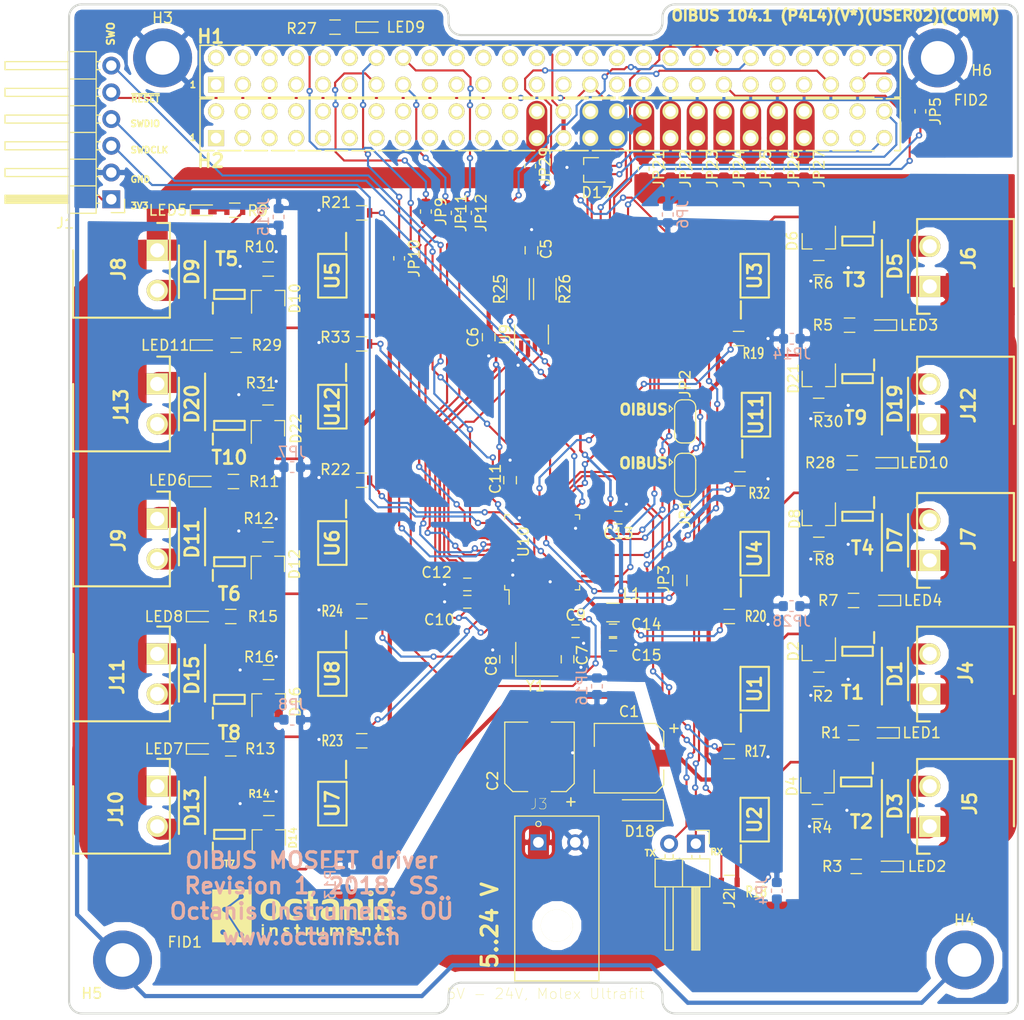
<source format=kicad_pcb>
(kicad_pcb (version 20171130) (host pcbnew "(5.0.1-3-g963ef8bb5)")
  (layers (0 F.Cu signal) (31 B.Cu signal) (34 B.Paste user) (35 F.Paste user) (36 B.SilkS user) (37 F.SilkS user) (38 B.Mask user) (39 F.Mask user) (44 Edge.Cuts user))
  (net 0 "")
  (net 1 GNDPWR)
  (net 2 Vopto)
  (net 3 VBUS)
  (net 4 GND)
  (net 5 "Net-(C5-Pad2)")
  (net 6 +3V3)
  (net 7 "Net-(C7-Pad2)")
  (net 8 "Net-(C8-Pad1)")
  (net 9 ~RESET)
  (net 10 VBACKUP)
  (net 11 "Net-(C14-Pad2)")
  (net 12 "Net-(D1-Pad2)")
  (net 13 GateT1)
  (net 14 "Net-(D3-Pad2)")
  (net 15 GateT2)
  (net 16 "Net-(D5-Pad2)")
  (net 17 GateT3)
  (net 18 "Net-(D7-Pad2)")
  (net 19 GateT4)
  (net 20 "Net-(D9-Pad2)")
  (net 21 GateT5)
  (net 22 "Net-(D11-Pad2)")
  (net 23 GateT6)
  (net 24 "Net-(D13-Pad2)")
  (net 25 GateT7)
  (net 26 "Net-(D15-Pad2)")
  (net 27 GateT8)
  (net 28 CANH)
  (net 29 CANL)
  (net 30 "Net-(D19-Pad2)")
  (net 31 "Net-(D20-Pad2)")
  (net 32 GateT9)
  (net 33 GateT10)
  (net 34 "Net-(H1-Pad2)")
  (net 35 "Net-(H1-Pad1)")
  (net 36 "Net-(H1-Pad4)")
  (net 37 "Net-(H1-Pad3)")
  (net 38 "Net-(H1-Pad6)")
  (net 39 "Net-(H1-Pad5)")
  (net 40 "Net-(H1-Pad8)")
  (net 41 "Net-(H1-Pad7)")
  (net 42 "Net-(H1-Pad10)")
  (net 43 "Net-(H1-Pad9)")
  (net 44 "Net-(H1-Pad12)")
  (net 45 "Net-(H1-Pad11)")
  (net 46 "Net-(H1-Pad14)")
  (net 47 "Net-(H1-Pad13)")
  (net 48 "Net-(H1-Pad16)")
  (net 49 "Net-(H1-Pad15)")
  (net 50 "Net-(H1-Pad18)")
  (net 51 "Net-(H1-Pad17)")
  (net 52 "Net-(H1-Pad20)")
  (net 53 "Net-(H1-Pad19)")
  (net 54 "Net-(H1-Pad22)")
  (net 55 "Net-(H1-Pad21)")
  (net 56 "Net-(H1-Pad24)")
  (net 57 "Net-(H1-Pad23)")
  (net 58 "Net-(H1-Pad26)")
  (net 59 "Net-(H1-Pad25)")
  (net 60 "Net-(H1-Pad28)")
  (net 61 "Net-(H1-Pad27)")
  (net 62 "Net-(H1-Pad30)")
  (net 63 "Net-(H1-Pad32)")
  (net 64 "Net-(H1-Pad31)")
  (net 65 "Net-(H1-Pad34)")
  (net 66 "Net-(H1-Pad33)")
  (net 67 "Net-(H1-Pad36)")
  (net 68 "Net-(H1-Pad35)")
  (net 69 "Net-(H1-Pad38)")
  (net 70 "Net-(H1-Pad37)")
  (net 71 "Net-(H1-Pad40)")
  (net 72 "Net-(H1-Pad39)")
  (net 73 "Net-(H1-Pad41)")
  (net 74 "Net-(H1-Pad44)")
  (net 75 "Net-(H1-Pad43)")
  (net 76 "Net-(H1-Pad46)")
  (net 77 "Net-(H1-Pad45)")
  (net 78 "Net-(H1-Pad48)")
  (net 79 "Net-(H1-Pad47)")
  (net 80 "Net-(H1-Pad50)")
  (net 81 "Net-(H1-Pad49)")
  (net 82 "Net-(H1-Pad52)")
  (net 83 "Net-(H1-Pad51)")
  (net 84 "Net-(H2-Pad49)")
  (net 85 "Net-(H2-Pad50)")
  (net 86 "Net-(H2-Pad47)")
  (net 87 "Net-(H2-Pad48)")
  (net 88 "Net-(H2-Pad45)")
  (net 89 "Net-(H2-Pad43)")
  (net 90 "Net-(H2-Pad41)")
  (net 91 "Net-(H2-Pad39)")
  (net 92 "Net-(H2-Pad37)")
  (net 93 "Net-(H2-Pad35)")
  (net 94 "Net-(H2-Pad33)")
  (net 95 "Net-(H2-Pad25)")
  (net 96 "Net-(H2-Pad23)")
  (net 97 "Net-(H2-Pad24)")
  (net 98 "Net-(H2-Pad21)")
  (net 99 "Net-(H2-Pad22)")
  (net 100 "Net-(H2-Pad19)")
  (net 101 "Net-(H2-Pad20)")
  (net 102 "Net-(H2-Pad17)")
  (net 103 "Net-(H2-Pad18)")
  (net 104 "Net-(H2-Pad15)")
  (net 105 "Net-(H2-Pad16)")
  (net 106 "Net-(H2-Pad13)")
  (net 107 "Net-(H2-Pad14)")
  (net 108 "Net-(H2-Pad11)")
  (net 109 "Net-(H2-Pad12)")
  (net 110 "Net-(H2-Pad9)")
  (net 111 "Net-(H2-Pad10)")
  (net 112 "Net-(H2-Pad7)")
  (net 113 "Net-(H2-Pad8)")
  (net 114 "Net-(H2-Pad5)")
  (net 115 "Net-(H2-Pad6)")
  (net 116 "Net-(H2-Pad3)")
  (net 117 "Net-(H2-Pad4)")
  (net 118 "Net-(H2-Pad1)")
  (net 119 "Net-(H2-Pad2)")
  (net 120 SWDSWO)
  (net 121 SWDIO)
  (net 122 SWDCLK)
  (net 123 "Net-(J2-Pad2)")
  (net 124 "Net-(J2-Pad1)")
  (net 125 Tx)
  (net 126 Rx)
  (net 127 ADC0)
  (net 128 ADC1)
  (net 129 GPIO1)
  (net 130 GPIO2)
  (net 131 GPIO3)
  (net 132 GPIO4)
  (net 133 In1)
  (net 134 In2)
  (net 135 In3)
  (net 136 In4)
  (net 137 In5)
  (net 138 In6)
  (net 139 In7)
  (net 140 In8)
  (net 141 "Net-(LED1-Pad2)")
  (net 142 "Net-(LED2-Pad2)")
  (net 143 "Net-(LED3-Pad2)")
  (net 144 "Net-(LED4-Pad2)")
  (net 145 "Net-(LED5-Pad2)")
  (net 146 "Net-(LED6-Pad2)")
  (net 147 "Net-(LED7-Pad2)")
  (net 148 "Net-(LED8-Pad2)")
  (net 149 "Net-(LED9-Pad1)")
  (net 150 "Net-(LED10-Pad2)")
  (net 151 "Net-(LED11-Pad2)")
  (net 152 "Net-(R17-Pad1)")
  (net 153 "Net-(R18-Pad1)")
  (net 154 "Net-(R19-Pad1)")
  (net 155 "Net-(R20-Pad1)")
  (net 156 "Net-(R21-Pad1)")
  (net 157 "Net-(R22-Pad1)")
  (net 158 "Net-(R23-Pad1)")
  (net 159 "Net-(R24-Pad1)")
  (net 160 "Net-(R27-Pad2)")
  (net 161 In9)
  (net 162 "Net-(R32-Pad1)")
  (net 163 "Net-(R33-Pad1)")
  (net 164 In10)
  (net 165 "Net-(U10-Pad25)")
  (net 166 "Net-(U10-Pad26)")
  (net 167 "Net-(U10-Pad45)")
  (net 168 "Net-(U10-Pad46)")
  (net 169 "Net-(U10-Pad3)")
  (net 170 "Net-(U10-Pad4)")
  (net 171 "Net-(U10-Pad19)")
  (net 172 "Net-(U10-Pad20)")
  (net 173 "Net-(U10-Pad38)")
  (net 174 "Net-(U10-Pad16)")
  (net 175 "Net-(U10-Pad17)")
  (net 176 "Net-(U10-Pad12)")
  (net 177 "Net-(U10-Pad15)")
  (module Capacitors_SMD:C_0603 (layer F.Cu) (at 89.916 105.283 90)
    (fp_text reference C8 (at -0.635 -1.397 90) (layer F.SilkS))
    (fp_text value 10p)
    (pad 1 smd rect (at -0.75 0 90) (size 0.8 0.75) (layers F.Cu F.Paste F.Mask) (net 8 "Net-(C8-Pad1)"))
    (pad 2 smd rect (at 0.75 0 90) (size 0.8 0.75) (layers F.Cu F.Paste F.Mask) (net 4 GND))
  )
  (module Crystals:Crystal_SMD_SeikoEpson_FA238-4pin_3.2x2.5mm (layer F.Cu) (at 92.837 105.283)
    (fp_text reference Y1 (at -0.127 2.54) (layer F.SilkS))
    (fp_text value 16M)
    (pad 4 smd rect (at -1.1 -0.8) (size 1.4 1.2) (layers F.Cu F.Paste F.Mask) (net 4 GND))
    (pad 3 smd rect (at 1.1 -0.8) (size 1.4 1.2) (layers F.Cu F.Paste F.Mask) (net 7 "Net-(C7-Pad2)"))
    (pad 2 smd rect (at 1.1 0.8) (size 1.4 1.2) (layers F.Cu F.Paste F.Mask) (net 4 GND))
    (pad 1 smd rect (at -1.1 0.8) (size 1.4 1.2) (layers F.Cu F.Paste F.Mask) (net 8 "Net-(C8-Pad1)"))
  )
  (module FM4004W-W:DIOM5025X231N (layer F.Cu) (at 60.071 68.453 270)
    (fp_text reference D9 (at 0 0 270) (layer F.SilkS) (effects (font (size 1.27 1.27) (thickness 0.254))))
    (fp_text value D hide)
    (pad 2 smd rect (at 2.05 0) (size 1.7 2.25) (layers F.Cu F.Paste F.Mask) (net 20 "Net-(D9-Pad2)"))
    (pad 1 smd rect (at -2.05 0) (size 1.7 2.25) (layers F.Cu F.Paste F.Mask) (net 3 VBUS))
  )
  (module Capacitors_SMD:CP_Elec_6.3x7.7 (layer F.Cu) (at 101.6 114.681 180)
    (fp_text reference C1 (at 0 4.43 180) (layer F.SilkS))
    (fp_text value "100u Elko")
    (fp_text user + (at -4.28 2.91 180) (layer F.SilkS))
    (pad 2 smd rect (at 2.7 0) (size 3.5 1.6) (layers F.Cu F.Paste F.Mask) (net 1 GNDPWR))
    (pad 1 smd rect (at -2.7 0) (size 3.5 1.6) (layers F.Cu F.Paste F.Mask) (net 2 Vopto))
  )
  (module Capacitors_SMD:CP_Elec_6.3x7.7 (layer F.Cu) (at 93.091 114.554 90)
    (fp_text reference C2 (at -2.286 -4.445 90) (layer F.SilkS))
    (fp_text value "100u Elko")
    (fp_text user + (at -4.28 2.91 90) (layer F.SilkS))
    (pad 1 smd rect (at -2.7 0 270) (size 3.5 1.6) (layers F.Cu F.Paste F.Mask) (net 3 VBUS))
    (pad 2 smd rect (at 2.7 0 270) (size 3.5 1.6) (layers F.Cu F.Paste F.Mask) (net 1 GNDPWR))
  )
  (module Capacitors_SMD:C_0603 (layer F.Cu) (at 92.329 66.421 270)
    (fp_text reference C5 (at -0.127 -1.397 270) (layer F.SilkS))
    (fp_text value 100n)
    (pad 1 smd rect (at -0.75 0 270) (size 0.8 0.75) (layers F.Cu F.Paste F.Mask) (net 4 GND))
    (pad 2 smd rect (at 0.75 0 270) (size 0.8 0.75) (layers F.Cu F.Paste F.Mask) (net 5 "Net-(C5-Pad2)"))
  )
  (module Capacitors_SMD:C_0603 (layer F.Cu) (at 88.265 74.676 90)
    (fp_text reference C6 (at 0 -1.5 90) (layer F.SilkS))
    (fp_text value 100n)
    (pad 2 smd rect (at 0.75 0 90) (size 0.8 0.75) (layers F.Cu F.Paste F.Mask) (net 6 +3V3))
    (pad 1 smd rect (at -0.75 0 90) (size 0.8 0.75) (layers F.Cu F.Paste F.Mask) (net 4 GND))
  )
  (module Capacitors_SMD:C_0603 (layer F.Cu) (at 95.758 105.283 90)
    (fp_text reference C7 (at 0.381 1.397 90) (layer F.SilkS))
    (fp_text value 10p)
    (pad 2 smd rect (at 0.75 0 90) (size 0.8 0.75) (layers F.Cu F.Paste F.Mask) (net 7 "Net-(C7-Pad2)"))
    (pad 1 smd rect (at -0.75 0 90) (size 0.8 0.75) (layers F.Cu F.Paste F.Mask) (net 4 GND))
  )
  (module Capacitors_SMD:C_0603 (layer F.Cu) (at 96.52 102.616 180)
    (fp_text reference C9 (at 0 1.524 180) (layer F.SilkS))
    (fp_text value 100n)
    (pad 2 smd rect (at 0.75 0 180) (size 0.8 0.75) (layers F.Cu F.Paste F.Mask) (net 9 ~RESET))
    (pad 1 smd rect (at -0.75 0 180) (size 0.8 0.75) (layers F.Cu F.Paste F.Mask) (net 4 GND))
  )
  (module Capacitors_SMD:C_0603 (layer F.Cu) (at 86.233 99.822)
    (fp_text reference C10 (at -2.667 1.7018) (layer F.SilkS))
    (fp_text value 100n)
    (pad 1 smd rect (at -0.75 0) (size 0.8 0.75) (layers F.Cu F.Paste F.Mask) (net 4 GND))
    (pad 2 smd rect (at 0.75 0) (size 0.8 0.75) (layers F.Cu F.Paste F.Mask) (net 10 VBACKUP))
  )
  (module Capacitors_SMD:C_0603 (layer F.Cu) (at 90.297 88.265 270)
    (fp_text reference C11 (at -0.127 1.397 270) (layer F.SilkS))
    (fp_text value 100n)
    (pad 1 smd rect (at -0.75 0 270) (size 0.8 0.75) (layers F.Cu F.Paste F.Mask) (net 4 GND))
    (pad 2 smd rect (at 0.75 0 270) (size 0.8 0.75) (layers F.Cu F.Paste F.Mask) (net 6 +3V3))
  )
  (module Capacitors_SMD:C_0603 (layer F.Cu) (at 86.233 98.171)
    (fp_text reference C12 (at -2.921 -1.143) (layer F.SilkS))
    (fp_text value 100n)
    (pad 2 smd rect (at 0.75 0) (size 0.8 0.75) (layers F.Cu F.Paste F.Mask) (net 6 +3V3))
    (pad 1 smd rect (at -0.75 0) (size 0.8 0.75) (layers F.Cu F.Paste F.Mask) (net 4 GND))
  )
  (module Capacitors_SMD:C_0603 (layer F.Cu) (at 100.584 91.821 180)
    (fp_text reference C13 (at 0 -1.5 180) (layer F.SilkS))
    (fp_text value 100n)
    (pad 1 smd rect (at -0.75 0 180) (size 0.8 0.75) (layers F.Cu F.Paste F.Mask) (net 4 GND))
    (pad 2 smd rect (at 0.75 0 180) (size 0.8 0.75) (layers F.Cu F.Paste F.Mask) (net 6 +3V3))
  )
  (module Capacitors_SMD:C_0603 (layer F.Cu) (at 100.076 102.5398 180)
    (fp_text reference C14 (at -3.1623 0.5842 180) (layer F.SilkS))
    (fp_text value 1u)
    (pad 1 smd rect (at -0.75 0 180) (size 0.8 0.75) (layers F.Cu F.Paste F.Mask) (net 4 GND))
    (pad 2 smd rect (at 0.75 0 180) (size 0.8 0.75) (layers F.Cu F.Paste F.Mask) (net 11 "Net-(C14-Pad2)"))
  )
  (module Capacitors_SMD:C_0603 (layer F.Cu) (at 100.076 103.886 180)
    (fp_text reference C15 (at -3.175 -1.016 180) (layer F.SilkS))
    (fp_text value 10n)
    (pad 2 smd rect (at 0.75 0 180) (size 0.8 0.75) (layers F.Cu F.Paste F.Mask) (net 11 "Net-(C14-Pad2)"))
    (pad 1 smd rect (at -0.75 0 180) (size 0.8 0.75) (layers F.Cu F.Paste F.Mask) (net 4 GND))
  )
  (module FM4004W-W:DIOM5025X231N (layer F.Cu) (at 126.873 106.68 90)
    (fp_text reference D1 (at 0 0 90) (layer F.SilkS) (effects (font (size 1.27 1.27) (thickness 0.254))))
    (fp_text value D hide)
    (pad 2 smd rect (at 2.05 0 180) (size 1.7 2.25) (layers F.Cu F.Paste F.Mask) (net 12 "Net-(D1-Pad2)"))
    (pad 1 smd rect (at -2.05 0 180) (size 1.7 2.25) (layers F.Cu F.Paste F.Mask) (net 3 VBUS))
  )
  (module TO_SOT_Packages_SMD:SOT-23 (layer F.Cu) (at 119.634 104.648 270)
    (fp_text reference D2 (at -0.127 2.413 270) (layer F.SilkS))
    (fp_text value D_Zener)
    (pad 1 smd rect (at -1 -0.95 270) (size 0.9 0.8) (layers F.Cu F.Paste F.Mask) (net 13 GateT1))
    (pad 2 smd rect (at -1 0.95 270) (size 0.9 0.8) (layers F.Cu F.Paste F.Mask) (net 1 GNDPWR))
    (pad 3 smd rect (at 1 0 270) (size 0.9 0.8) (layers F.Cu F.Paste F.Mask))
  )
  (module FM4004W-W:DIOM5025X231N (layer F.Cu) (at 126.873 119.253 90)
    (fp_text reference D3 (at 0 0 90) (layer F.SilkS) (effects (font (size 1.27 1.27) (thickness 0.254))))
    (fp_text value D hide)
    (pad 1 smd rect (at -2.05 0 180) (size 1.7 2.25) (layers F.Cu F.Paste F.Mask) (net 3 VBUS))
    (pad 2 smd rect (at 2.05 0 180) (size 1.7 2.25) (layers F.Cu F.Paste F.Mask) (net 14 "Net-(D3-Pad2)"))
  )
  (module TO_SOT_Packages_SMD:SOT-23 (layer F.Cu) (at 119.507 117.221 270)
    (fp_text reference D4 (at 0.127 2.413 270) (layer F.SilkS))
    (fp_text value D_Zener)
    (pad 3 smd rect (at 1 0 270) (size 0.9 0.8) (layers F.Cu F.Paste F.Mask))
    (pad 2 smd rect (at -1 0.95 270) (size 0.9 0.8) (layers F.Cu F.Paste F.Mask) (net 1 GNDPWR))
    (pad 1 smd rect (at -1 -0.95 270) (size 0.9 0.8) (layers F.Cu F.Paste F.Mask) (net 15 GateT2))
  )
  (module FM4004W-W:DIOM5025X231N (layer F.Cu) (at 126.873 67.945 90)
    (fp_text reference D5 (at 0 0 90) (layer F.SilkS) (effects (font (size 1.27 1.27) (thickness 0.254))))
    (fp_text value D hide)
    (pad 1 smd rect (at -2.05 0 180) (size 1.7 2.25) (layers F.Cu F.Paste F.Mask) (net 3 VBUS))
    (pad 2 smd rect (at 2.05 0 180) (size 1.7 2.25) (layers F.Cu F.Paste F.Mask) (net 16 "Net-(D5-Pad2)"))
  )
  (module TO_SOT_Packages_SMD:SOT-23 (layer F.Cu) (at 119.634 65.532 270)
    (fp_text reference D6 (at 0 2.54 270) (layer F.SilkS))
    (fp_text value D_Zener)
    (pad 1 smd rect (at -1 -0.95 270) (size 0.9 0.8) (layers F.Cu F.Paste F.Mask) (net 17 GateT3))
    (pad 2 smd rect (at -1 0.95 270) (size 0.9 0.8) (layers F.Cu F.Paste F.Mask) (net 1 GNDPWR))
    (pad 3 smd rect (at 1 0 270) (size 0.9 0.8) (layers F.Cu F.Paste F.Mask))
  )
  (module FM4004W-W:DIOM5025X231N (layer F.Cu) (at 126.873 93.98 90)
    (fp_text reference D7 (at 0 0 90) (layer F.SilkS) (effects (font (size 1.27 1.27) (thickness 0.254))))
    (fp_text value D hide)
    (pad 1 smd rect (at -2.05 0 180) (size 1.7 2.25) (layers F.Cu F.Paste F.Mask) (net 3 VBUS))
    (pad 2 smd rect (at 2.05 0 180) (size 1.7 2.25) (layers F.Cu F.Paste F.Mask) (net 18 "Net-(D7-Pad2)"))
  )
  (module TO_SOT_Packages_SMD:SOT-23 (layer F.Cu) (at 119.634 91.821 270)
    (fp_text reference D8 (at 0.127 2.286 270) (layer F.SilkS))
    (fp_text value D_Zener)
    (pad 3 smd rect (at 1 0 270) (size 0.9 0.8) (layers F.Cu F.Paste F.Mask))
    (pad 2 smd rect (at -1 0.95 270) (size 0.9 0.8) (layers F.Cu F.Paste F.Mask) (net 1 GNDPWR))
    (pad 1 smd rect (at -1 -0.95 270) (size 0.9 0.8) (layers F.Cu F.Paste F.Mask) (net 19 GateT4))
  )
  (module TO_SOT_Packages_SMD:SOT-23 (layer F.Cu) (at 67.31 70.993 90)
    (fp_text reference D10 (at 0 2.54 90) (layer F.SilkS))
    (fp_text value D_Zener)
    (pad 1 smd rect (at -1 -0.95 90) (size 0.9 0.8) (layers F.Cu F.Paste F.Mask) (net 21 GateT5))
    (pad 2 smd rect (at -1 0.95 90) (size 0.9 0.8) (layers F.Cu F.Paste F.Mask) (net 1 GNDPWR))
    (pad 3 smd rect (at 1 0 90) (size 0.9 0.8) (layers F.Cu F.Paste F.Mask))
  )
  (module FM4004W-W:DIOM5025X231N (layer F.Cu) (at 60.071 93.853 270)
    (fp_text reference D11 (at 0 0 270) (layer F.SilkS) (effects (font (size 1.27 1.27) (thickness 0.254))))
    (fp_text value D hide)
    (pad 1 smd rect (at -2.05 0) (size 1.7 2.25) (layers F.Cu F.Paste F.Mask) (net 3 VBUS))
    (pad 2 smd rect (at 2.05 0) (size 1.7 2.25) (layers F.Cu F.Paste F.Mask) (net 22 "Net-(D11-Pad2)"))
  )
  (module TO_SOT_Packages_SMD:SOT-23 (layer F.Cu) (at 67.278238 96.246488 90)
    (fp_text reference D12 (at 0 2.54 90) (layer F.SilkS))
    (fp_text value D_Zener hide)
    (pad 3 smd rect (at 1 0 90) (size 0.9 0.8) (layers F.Cu F.Paste F.Mask))
    (pad 2 smd rect (at -1 0.95 90) (size 0.9 0.8) (layers F.Cu F.Paste F.Mask) (net 1 GNDPWR))
    (pad 1 smd rect (at -1 -0.95 90) (size 0.9 0.8) (layers F.Cu F.Paste F.Mask) (net 23 GateT6))
  )
  (module FM4004W-W:DIOM5025X231N (layer F.Cu) (at 60.071 119.38 270)
    (fp_text reference D13 (at 0 0 270) (layer F.SilkS) (effects (font (size 1.27 1.27) (thickness 0.254))))
    (fp_text value D hide)
    (pad 2 smd rect (at 2.05 0) (size 1.7 2.25) (layers F.Cu F.Paste F.Mask) (net 24 "Net-(D13-Pad2)"))
    (pad 1 smd rect (at -2.05 0) (size 1.7 2.25) (layers F.Cu F.Paste F.Mask) (net 3 VBUS))
  )
  (module TO_SOT_Packages_SMD:SOT-23 (layer F.Cu) (at 67.37262 122.250583 90)
    (fp_text reference D14 (at 0 2.286 90) (layer F.SilkS) (effects (font (size 0.7 0.7))))
    (fp_text value D_Zener hide)
    (pad 1 smd rect (at -1 -0.95 90) (size 0.9 0.8) (layers F.Cu F.Paste F.Mask) (net 25 GateT7))
    (pad 2 smd rect (at -1 0.95 90) (size 0.9 0.8) (layers F.Cu F.Paste F.Mask) (net 1 GNDPWR))
    (pad 3 smd rect (at 1 0 90) (size 0.9 0.8) (layers F.Cu F.Paste F.Mask))
  )
  (module FM4004W-W:DIOM5025X231N (layer F.Cu) (at 60.071 106.807 270)
    (fp_text reference D15 (at 0 0 270) (layer F.SilkS) (effects (font (size 1.27 1.27) (thickness 0.254))))
    (fp_text value D hide)
    (pad 2 smd rect (at 2.05 0) (size 1.7 2.25) (layers F.Cu F.Paste F.Mask) (net 26 "Net-(D15-Pad2)"))
    (pad 1 smd rect (at -2.05 0) (size 1.7 2.25) (layers F.Cu F.Paste F.Mask) (net 3 VBUS))
  )
  (module TO_SOT_Packages_SMD:SOT-23 (layer F.Cu) (at 67.348866 109.32481 90)
    (fp_text reference D16 (at 0 2.54 90) (layer F.SilkS))
    (fp_text value D_Zener hide)
    (pad 3 smd rect (at 1 0 90) (size 0.9 0.8) (layers F.Cu F.Paste F.Mask))
    (pad 2 smd rect (at -1 0.95 90) (size 0.9 0.8) (layers F.Cu F.Paste F.Mask) (net 1 GNDPWR))
    (pad 1 smd rect (at -1 -0.95 90) (size 0.9 0.8) (layers F.Cu F.Paste F.Mask) (net 27 GateT8))
  )
  (module TO_SOT_Packages_SMD:SOT-323_SC-70 (layer F.Cu) (at 98.0186 58.7756 180)
    (fp_text reference D17 (at -0.508 -2.159 180) (layer F.SilkS))
    (fp_text value D_TVS_x2_AAC)
    (pad 3 smd rect (at 1 0 90) (size 0.45 0.7) (layers F.Cu F.Paste F.Mask) (net 4 GND))
    (pad 2 smd rect (at -1 0.65 90) (size 0.45 0.7) (layers F.Cu F.Paste F.Mask) (net 28 CANH))
    (pad 1 smd rect (at -1 -0.65 90) (size 0.45 0.7) (layers F.Cu F.Paste F.Mask) (net 29 CANL))
  )
  (module Diodes_SMD:D_SOD-123 (layer F.Cu) (at 102.616 119.634 180)
    (fp_text reference D18 (at 0 -2 180) (layer F.SilkS))
    (fp_text value D)
    (pad 2 smd rect (at 1.65 0 180) (size 0.9 1.2) (layers F.Cu F.Paste F.Mask) (net 3 VBUS))
    (pad 1 smd rect (at -1.65 0 180) (size 0.9 1.2) (layers F.Cu F.Paste F.Mask) (net 2 Vopto))
  )
  (module FM4004W-W:DIOM5025X231N (layer F.Cu) (at 126.873 81.026 90)
    (fp_text reference D19 (at 0 0 90) (layer F.SilkS) (effects (font (size 1.27 1.27) (thickness 0.254))))
    (fp_text value D hide)
    (pad 2 smd rect (at 2.05 0 180) (size 1.7 2.25) (layers F.Cu F.Paste F.Mask) (net 30 "Net-(D19-Pad2)"))
    (pad 1 smd rect (at -2.05 0 180) (size 1.7 2.25) (layers F.Cu F.Paste F.Mask) (net 3 VBUS))
  )
  (module FM4004W-W:DIOM5025X231N (layer F.Cu) (at 60.071 81.026 270)
    (fp_text reference D20 (at 0 0 270) (layer F.SilkS) (effects (font (size 1.27 1.27) (thickness 0.254))))
    (fp_text value D hide)
    (pad 1 smd rect (at -2.05 0) (size 1.7 2.25) (layers F.Cu F.Paste F.Mask) (net 3 VBUS))
    (pad 2 smd rect (at 2.05 0) (size 1.7 2.25) (layers F.Cu F.Paste F.Mask) (net 31 "Net-(D20-Pad2)"))
  )
  (module TO_SOT_Packages_SMD:SOT-23 (layer F.Cu) (at 119.634 78.613 270)
    (fp_text reference D21 (at 0 2.413 270) (layer F.SilkS))
    (fp_text value D_Zener)
    (pad 3 smd rect (at 1 0 270) (size 0.9 0.8) (layers F.Cu F.Paste F.Mask))
    (pad 2 smd rect (at -1 0.95 270) (size 0.9 0.8) (layers F.Cu F.Paste F.Mask) (net 1 GNDPWR))
    (pad 1 smd rect (at -1 -0.95 270) (size 0.9 0.8) (layers F.Cu F.Paste F.Mask) (net 32 GateT9))
  )
  (module TO_SOT_Packages_SMD:SOT-23 (layer F.Cu) (at 67.287985 83.360617 90)
    (fp_text reference D22 (at 0 2.667 90) (layer F.SilkS))
    (fp_text value D_Zener)
    (pad 1 smd rect (at -1 -0.95 90) (size 0.9 0.8) (layers F.Cu F.Paste F.Mask) (net 33 GateT10))
    (pad 2 smd rect (at -1 0.95 90) (size 0.9 0.8) (layers F.Cu F.Paste F.Mask) (net 1 GNDPWR))
    (pad 3 smd rect (at 1 0 90) (size 0.9 0.8) (layers F.Cu F.Paste F.Mask))
  )
  (module lib_fp_global:SAMTEC_SSQ-126-22-G-D (layer F.Cu) (at 62.357 48.133001)
    (fp_text reference H1 (at -0.508 -2.032001) (layer F.SilkS) (effects (font (size 1.27 1.27) (thickness 0.254))))
    (fp_text value OIBUS_104.1_CONN_A hide)
    (pad 2 thru_hole circle (at 0 0 90) (size 1.524 1.524) (drill 1.016) (layers *.Cu *.Mask F.SilkS) (net 34 "Net-(H1-Pad2)"))
    (pad 1 thru_hole rect (at 0 2.54 90) (size 1.524 1.524) (drill 1.016) (layers *.Cu *.Mask F.SilkS) (net 35 "Net-(H1-Pad1)"))
    (pad 4 thru_hole circle (at 2.54 0 90) (size 1.524 1.524) (drill 1.016) (layers *.Cu *.Mask F.SilkS) (net 36 "Net-(H1-Pad4)"))
    (pad 3 thru_hole circle (at 2.54 2.54 90) (size 1.524 1.524) (drill 1.016) (layers *.Cu *.Mask F.SilkS) (net 37 "Net-(H1-Pad3)"))
    (pad 6 thru_hole circle (at 5.08 0 90) (size 1.524 1.524) (drill 1.016) (layers *.Cu *.Mask F.SilkS) (net 38 "Net-(H1-Pad6)"))
    (pad 5 thru_hole circle (at 5.08 2.54 90) (size 1.524 1.524) (drill 1.016) (layers *.Cu *.Mask F.SilkS) (net 39 "Net-(H1-Pad5)"))
    (pad 8 thru_hole circle (at 7.62 0 90) (size 1.524 1.524) (drill 1.016) (layers *.Cu *.Mask F.SilkS) (net 40 "Net-(H1-Pad8)"))
    (pad 7 thru_hole circle (at 7.62 2.54 90) (size 1.524 1.524) (drill 1.016) (layers *.Cu *.Mask F.SilkS) (net 41 "Net-(H1-Pad7)"))
    (pad 10 thru_hole circle (at 10.16 0 90) (size 1.524 1.524) (drill 1.016) (layers *.Cu *.Mask F.SilkS) (net 42 "Net-(H1-Pad10)"))
    (pad 9 thru_hole circle (at 10.16 2.54 90) (size 1.524 1.524) (drill 1.016) (layers *.Cu *.Mask F.SilkS) (net 43 "Net-(H1-Pad9)"))
    (pad 12 thru_hole circle (at 12.7 0 90) (size 1.524 1.524) (drill 1.016) (layers *.Cu *.Mask F.SilkS) (net 44 "Net-(H1-Pad12)"))
    (pad 11 thru_hole circle (at 12.7 2.54 90) (size 1.524 1.524) (drill 1.016) (layers *.Cu *.Mask F.SilkS) (net 45 "Net-(H1-Pad11)"))
    (pad 14 thru_hole circle (at 15.24 0 90) (size 1.524 1.524) (drill 1.016) (layers *.Cu *.Mask F.SilkS) (net 46 "Net-(H1-Pad14)"))
    (pad 13 thru_hole circle (at 15.24 2.54 90) (size 1.524 1.524) (drill 1.016) (layers *.Cu *.Mask F.SilkS) (net 47 "Net-(H1-Pad13)"))
    (pad 16 thru_hole circle (at 17.78 0 90) (size 1.524 1.524) (drill 1.016) (layers *.Cu *.Mask F.SilkS) (net 48 "Net-(H1-Pad16)"))
    (pad 15 thru_hole circle (at 17.78 2.54 90) (size 1.524 1.524) (drill 1.016) (layers *.Cu *.Mask F.SilkS) (net 49 "Net-(H1-Pad15)"))
    (pad 18 thru_hole circle (at 20.32 0 90) (size 1.524 1.524) (drill 1.016) (layers *.Cu *.Mask F.SilkS) (net 50 "Net-(H1-Pad18)"))
    (pad 17 thru_hole circle (at 20.32 2.54 90) (size 1.524 1.524) (drill 1.016) (layers *.Cu *.Mask F.SilkS) (net 51 "Net-(H1-Pad17)"))
    (pad 20 thru_hole circle (at 22.86 0 90) (size 1.524 1.524) (drill 1.016) (layers *.Cu *.Mask F.SilkS) (net 52 "Net-(H1-Pad20)"))
    (pad 19 thru_hole circle (at 22.86 2.54 90) (size 1.524 1.524) (drill 1.016) (layers *.Cu *.Mask F.SilkS) (net 53 "Net-(H1-Pad19)"))
    (pad 22 thru_hole circle (at 25.4 0 90) (size 1.524 1.524) (drill 1.016) (layers *.Cu *.Mask F.SilkS) (net 54 "Net-(H1-Pad22)"))
    (pad 21 thru_hole circle (at 25.4 2.54 90) (size 1.524 1.524) (drill 1.016) (layers *.Cu *.Mask F.SilkS) (net 55 "Net-(H1-Pad21)"))
    (pad 24 thru_hole circle (at 27.94 0 90) (size 1.524 1.524) (drill 1.016) (layers *.Cu *.Mask F.SilkS) (net 56 "Net-(H1-Pad24)"))
    (pad 23 thru_hole circle (at 27.94 2.54 90) (size 1.524 1.524) (drill 1.016) (layers *.Cu *.Mask F.SilkS) (net 57 "Net-(H1-Pad23)"))
    (pad 26 thru_hole circle (at 30.48 0 90) (size 1.524 1.524) (drill 1.016) (layers *.Cu *.Mask F.SilkS) (net 58 "Net-(H1-Pad26)"))
    (pad 25 thru_hole circle (at 30.48 2.54 90) (size 1.524 1.524) (drill 1.016) (layers *.Cu *.Mask F.SilkS) (net 59 "Net-(H1-Pad25)"))
    (pad 28 thru_hole circle (at 33.02 0 90) (size 1.524 1.524) (drill 1.016) (layers *.Cu *.Mask F.SilkS) (net 60 "Net-(H1-Pad28)"))
    (pad 27 thru_hole circle (at 33.02 2.54 90) (size 1.524 1.524) (drill 1.016) (layers *.Cu *.Mask F.SilkS) (net 61 "Net-(H1-Pad27)"))
    (pad 30 thru_hole circle (at 35.56 0 90) (size 1.524 1.524) (drill 1.016) (layers *.Cu *.Mask F.SilkS) (net 62 "Net-(H1-Pad30)"))
    (pad 29 thru_hole circle (at 35.56 2.54 90) (size 1.524 1.524) (drill 1.016) (layers *.Cu *.Mask F.SilkS) (net 9 ~RESET))
    (pad 32 thru_hole circle (at 38.1 0 90) (size 1.524 1.524) (drill 1.016) (layers *.Cu *.Mask F.SilkS) (net 63 "Net-(H1-Pad32)"))
    (pad 31 thru_hole circle (at 38.1 2.54 90) (size 1.524 1.524) (drill 1.016) (layers *.Cu *.Mask F.SilkS) (net 64 "Net-(H1-Pad31)"))
    (pad 34 thru_hole circle (at 40.64 0 90) (size 1.524 1.524) (drill 1.016) (layers *.Cu *.Mask F.SilkS) (net 65 "Net-(H1-Pad34)"))
    (pad 33 thru_hole circle (at 40.64 2.54 90) (size 1.524 1.524) (drill 1.016) (layers *.Cu *.Mask F.SilkS) (net 66 "Net-(H1-Pad33)"))
    (pad 36 thru_hole circle (at 43.18 0 90) (size 1.524 1.524) (drill 1.016) (layers *.Cu *.Mask F.SilkS) (net 67 "Net-(H1-Pad36)"))
    (pad 35 thru_hole circle (at 43.18 2.54 90) (size 1.524 1.524) (drill 1.016) (layers *.Cu *.Mask F.SilkS) (net 68 "Net-(H1-Pad35)"))
    (pad 38 thru_hole circle (at 45.72 0 90) (size 1.524 1.524) (drill 1.016) (layers *.Cu *.Mask F.SilkS) (net 69 "Net-(H1-Pad38)"))
    (pad 37 thru_hole circle (at 45.72 2.54 90) (size 1.524 1.524) (drill 1.016) (layers *.Cu *.Mask F.SilkS) (net 70 "Net-(H1-Pad37)"))
    (pad 40 thru_hole circle (at 48.26 0 90) (size 1.524 1.524) (drill 1.016) (layers *.Cu *.Mask F.SilkS) (net 71 "Net-(H1-Pad40)"))
    (pad 39 thru_hole circle (at 48.26 2.54 90) (size 1.524 1.524) (drill 1.016) (layers *.Cu *.Mask F.SilkS) (net 72 "Net-(H1-Pad39)"))
    (pad 42 thru_hole circle (at 50.8 0 90) (size 1.524 1.524) (drill 1.016) (layers *.Cu *.Mask F.SilkS) (net 10 VBACKUP))
    (pad 41 thru_hole circle (at 50.8 2.54 90) (size 1.524 1.524) (drill 1.016) (layers *.Cu *.Mask F.SilkS) (net 73 "Net-(H1-Pad41)"))
    (pad 44 thru_hole circle (at 53.34 0 90) (size 1.524 1.524) (drill 1.016) (layers *.Cu *.Mask F.SilkS) (net 74 "Net-(H1-Pad44)"))
    (pad 43 thru_hole circle (at 53.34 2.54 90) (size 1.524 1.524) (drill 1.016) (layers *.Cu *.Mask F.SilkS) (net 75 "Net-(H1-Pad43)"))
    (pad 46 thru_hole circle (at 55.88 0 90) (size 1.524 1.524) (drill 1.016) (layers *.Cu *.Mask F.SilkS) (net 76 "Net-(H1-Pad46)"))
    (pad 45 thru_hole circle (at 55.88 2.54 90) (size 1.524 1.524) (drill 1.016) (layers *.Cu *.Mask F.SilkS) (net 77 "Net-(H1-Pad45)"))
    (pad 48 thru_hole circle (at 58.42 0 90) (size 1.524 1.524) (drill 1.016) (layers *.Cu *.Mask F.SilkS) (net 78 "Net-(H1-Pad48)"))
    (pad 47 thru_hole circle (at 58.42 2.54 90) (size 1.524 1.524) (drill 1.016) (layers *.Cu *.Mask F.SilkS) (net 79 "Net-(H1-Pad47)"))
    (pad 50 thru_hole circle (at 60.96 0 90) (size 1.524 1.524) (drill 1.016) (layers *.Cu *.Mask F.SilkS) (net 80 "Net-(H1-Pad50)"))
    (pad 49 thru_hole circle (at 60.96 2.54 90) (size 1.524 1.524) (drill 1.016) (layers *.Cu *.Mask F.SilkS) (net 81 "Net-(H1-Pad49)"))
    (pad 52 thru_hole circle (at 63.5 0 90) (size 1.524 1.524) (drill 1.016) (layers *.Cu *.Mask F.SilkS) (net 82 "Net-(H1-Pad52)"))
    (pad 51 thru_hole circle (at 63.5 2.54 90) (size 1.524 1.524) (drill 1.016) (layers *.Cu *.Mask F.SilkS) (net 83 "Net-(H1-Pad51)"))
  )
  (module lib_fp_global:SAMTEC_SSQ-126-22-G-D (layer F.Cu) (at 62.357 53.213)
    (fp_text reference H2 (at -0.508 4.699) (layer F.SilkS) (effects (font (size 1.27 1.27) (thickness 0.254))))
    (fp_text value OIBUS_104.1_CONN_B hide)
    (pad 51 thru_hole circle (at 63.5 2.54 90) (size 1.524 1.524) (drill 1.016) (layers *.Cu *.Mask F.SilkS) (net 28 CANH))
    (pad 52 thru_hole circle (at 63.5 0 90) (size 1.524 1.524) (drill 1.016) (layers *.Cu *.Mask F.SilkS) (net 29 CANL))
    (pad 49 thru_hole circle (at 60.96 2.54 90) (size 1.524 1.524) (drill 1.016) (layers *.Cu *.Mask F.SilkS) (net 84 "Net-(H2-Pad49)"))
    (pad 50 thru_hole circle (at 60.96 0 90) (size 1.524 1.524) (drill 1.016) (layers *.Cu *.Mask F.SilkS) (net 85 "Net-(H2-Pad50)"))
    (pad 47 thru_hole circle (at 58.42 2.54 90) (size 1.524 1.524) (drill 1.016) (layers *.Cu *.Mask F.SilkS) (net 86 "Net-(H2-Pad47)"))
    (pad 48 thru_hole circle (at 58.42 0 90) (size 1.524 1.524) (drill 1.016) (layers *.Cu *.Mask F.SilkS) (net 87 "Net-(H2-Pad48)"))
    (pad 45 thru_hole circle (at 55.88 2.54 90) (size 1.524 1.524) (drill 1.016) (layers *.Cu *.Mask F.SilkS) (net 88 "Net-(H2-Pad45)"))
    (pad 46 thru_hole circle (at 55.88 0 90) (size 1.524 1.524) (drill 1.016) (layers *.Cu *.Mask F.SilkS) (net 88 "Net-(H2-Pad45)"))
    (pad 43 thru_hole circle (at 53.34 2.54 90) (size 1.524 1.524) (drill 1.016) (layers *.Cu *.Mask F.SilkS) (net 89 "Net-(H2-Pad43)"))
    (pad 44 thru_hole circle (at 53.34 0 90) (size 1.524 1.524) (drill 1.016) (layers *.Cu *.Mask F.SilkS) (net 89 "Net-(H2-Pad43)"))
    (pad 41 thru_hole circle (at 50.8 2.54 90) (size 1.524 1.524) (drill 1.016) (layers *.Cu *.Mask F.SilkS) (net 90 "Net-(H2-Pad41)"))
    (pad 42 thru_hole circle (at 50.8 0 90) (size 1.524 1.524) (drill 1.016) (layers *.Cu *.Mask F.SilkS) (net 90 "Net-(H2-Pad41)"))
    (pad 39 thru_hole circle (at 48.26 2.54 90) (size 1.524 1.524) (drill 1.016) (layers *.Cu *.Mask F.SilkS) (net 91 "Net-(H2-Pad39)"))
    (pad 40 thru_hole circle (at 48.26 0 90) (size 1.524 1.524) (drill 1.016) (layers *.Cu *.Mask F.SilkS) (net 91 "Net-(H2-Pad39)"))
    (pad 37 thru_hole circle (at 45.72 2.54 90) (size 1.524 1.524) (drill 1.016) (layers *.Cu *.Mask F.SilkS) (net 92 "Net-(H2-Pad37)"))
    (pad 38 thru_hole circle (at 45.72 0 90) (size 1.524 1.524) (drill 1.016) (layers *.Cu *.Mask F.SilkS) (net 92 "Net-(H2-Pad37)"))
    (pad 35 thru_hole circle (at 43.18 2.54 90) (size 1.524 1.524) (drill 1.016) (layers *.Cu *.Mask F.SilkS) (net 93 "Net-(H2-Pad35)"))
    (pad 36 thru_hole circle (at 43.18 0 90) (size 1.524 1.524) (drill 1.016) (layers *.Cu *.Mask F.SilkS) (net 93 "Net-(H2-Pad35)"))
    (pad 33 thru_hole circle (at 40.64 2.54 90) (size 1.524 1.524) (drill 1.016) (layers *.Cu *.Mask F.SilkS) (net 94 "Net-(H2-Pad33)"))
    (pad 34 thru_hole circle (at 40.64 0 90) (size 1.524 1.524) (drill 1.016) (layers *.Cu *.Mask F.SilkS) (net 94 "Net-(H2-Pad33)"))
    (pad 31 thru_hole circle (at 38.1 2.54 90) (size 1.524 1.524) (drill 1.016) (layers *.Cu *.Mask F.SilkS) (net 4 GND))
    (pad 32 thru_hole circle (at 38.1 0 90) (size 1.524 1.524) (drill 1.016) (layers *.Cu *.Mask F.SilkS) (net 4 GND))
    (pad 29 thru_hole circle (at 35.56 2.54 90) (size 1.524 1.524) (drill 1.016) (layers *.Cu *.Mask F.SilkS) (net 4 GND))
    (pad 30 thru_hole circle (at 35.56 0 90) (size 1.524 1.524) (drill 1.016) (layers *.Cu *.Mask F.SilkS) (net 4 GND))
    (pad 27 thru_hole circle (at 33.02 2.54 90) (size 1.524 1.524) (drill 1.016) (layers *.Cu *.Mask F.SilkS) (net 6 +3V3))
    (pad 28 thru_hole circle (at 33.02 0 90) (size 1.524 1.524) (drill 1.016) (layers *.Cu *.Mask F.SilkS) (net 6 +3V3))
    (pad 25 thru_hole circle (at 30.48 2.54 90) (size 1.524 1.524) (drill 1.016) (layers *.Cu *.Mask F.SilkS) (net 95 "Net-(H2-Pad25)"))
    (pad 26 thru_hole circle (at 30.48 0 90) (size 1.524 1.524) (drill 1.016) (layers *.Cu *.Mask F.SilkS) (net 95 "Net-(H2-Pad25)"))
    (pad 23 thru_hole circle (at 27.94 2.54 90) (size 1.524 1.524) (drill 1.016) (layers *.Cu *.Mask F.SilkS) (net 96 "Net-(H2-Pad23)"))
    (pad 24 thru_hole circle (at 27.94 0 90) (size 1.524 1.524) (drill 1.016) (layers *.Cu *.Mask F.SilkS) (net 97 "Net-(H2-Pad24)"))
    (pad 21 thru_hole circle (at 25.4 2.54 90) (size 1.524 1.524) (drill 1.016) (layers *.Cu *.Mask F.SilkS) (net 98 "Net-(H2-Pad21)"))
    (pad 22 thru_hole circle (at 25.4 0 90) (size 1.524 1.524) (drill 1.016) (layers *.Cu *.Mask F.SilkS) (net 99 "Net-(H2-Pad22)"))
    (pad 19 thru_hole circle (at 22.86 2.54 90) (size 1.524 1.524) (drill 1.016) (layers *.Cu *.Mask F.SilkS) (net 100 "Net-(H2-Pad19)"))
    (pad 20 thru_hole circle (at 22.86 0 90) (size 1.524 1.524) (drill 1.016) (layers *.Cu *.Mask F.SilkS) (net 101 "Net-(H2-Pad20)"))
    (pad 17 thru_hole circle (at 20.32 2.54 90) (size 1.524 1.524) (drill 1.016) (layers *.Cu *.Mask F.SilkS) (net 102 "Net-(H2-Pad17)"))
    (pad 18 thru_hole circle (at 20.32 0 90) (size 1.524 1.524) (drill 1.016) (layers *.Cu *.Mask F.SilkS) (net 103 "Net-(H2-Pad18)"))
    (pad 15 thru_hole circle (at 17.78 2.54 90) (size 1.524 1.524) (drill 1.016) (layers *.Cu *.Mask F.SilkS) (net 104 "Net-(H2-Pad15)"))
    (pad 16 thru_hole circle (at 17.78 0 90) (size 1.524 1.524) (drill 1.016) (layers *.Cu *.Mask F.SilkS) (net 105 "Net-(H2-Pad16)"))
    (pad 13 thru_hole circle (at 15.24 2.54 90) (size 1.524 1.524) (drill 1.016) (layers *.Cu *.Mask F.SilkS) (net 106 "Net-(H2-Pad13)"))
    (pad 14 thru_hole circle (at 15.24 0 90) (size 1.524 1.524) (drill 1.016) (layers *.Cu *.Mask F.SilkS) (net 107 "Net-(H2-Pad14)"))
    (pad 11 thru_hole circle (at 12.7 2.54 90) (size 1.524 1.524) (drill 1.016) (layers *.Cu *.Mask F.SilkS) (net 108 "Net-(H2-Pad11)"))
    (pad 12 thru_hole circle (at 12.7 0 90) (size 1.524 1.524) (drill 1.016) (layers *.Cu *.Mask F.SilkS) (net 109 "Net-(H2-Pad12)"))
    (pad 9 thru_hole circle (at 10.16 2.54 90) (size 1.524 1.524) (drill 1.016) (layers *.Cu *.Mask F.SilkS) (net 110 "Net-(H2-Pad9)"))
    (pad 10 thru_hole circle (at 10.16 0 90) (size 1.524 1.524) (drill 1.016) (layers *.Cu *.Mask F.SilkS) (net 111 "Net-(H2-Pad10)"))
    (pad 7 thru_hole circle (at 7.62 2.54 90) (size 1.524 1.524) (drill 1.016) (layers *.Cu *.Mask F.SilkS) (net 112 "Net-(H2-Pad7)"))
    (pad 8 thru_hole circle (at 7.62 0 90) (size 1.524 1.524) (drill 1.016) (layers *.Cu *.Mask F.SilkS) (net 113 "Net-(H2-Pad8)"))
    (pad 5 thru_hole circle (at 5.08 2.54 90) (size 1.524 1.524) (drill 1.016) (layers *.Cu *.Mask F.SilkS) (net 114 "Net-(H2-Pad5)"))
    (pad 6 thru_hole circle (at 5.08 0 90) (size 1.524 1.524) (drill 1.016) (layers *.Cu *.Mask F.SilkS) (net 115 "Net-(H2-Pad6)"))
    (pad 3 thru_hole circle (at 2.54 2.54 90) (size 1.524 1.524) (drill 1.016) (layers *.Cu *.Mask F.SilkS) (net 116 "Net-(H2-Pad3)"))
    (pad 4 thru_hole circle (at 2.54 0 90) (size 1.524 1.524) (drill 1.016) (layers *.Cu *.Mask F.SilkS) (net 117 "Net-(H2-Pad4)"))
    (pad 1 thru_hole rect (at 0 2.54 90) (size 1.524 1.524) (drill 1.016) (layers *.Cu *.Mask F.SilkS) (net 118 "Net-(H2-Pad1)"))
    (pad 2 thru_hole circle (at 0 0 90) (size 1.524 1.524) (drill 1.016) (layers *.Cu *.Mask F.SilkS) (net 119 "Net-(H2-Pad2)"))
  )
  (module Mounting_Holes:MountingHole_3.2mm_M3_DIN965_Pad (layer F.Cu) (at 57.277 48.133)
    (fp_text reference H3 (at 0 -3.8) (layer F.SilkS))
    (fp_text value MountingHole_Pad)
    (pad 1 thru_hole circle (at 0 0) (size 5.6 5.6) (drill 3.2) (layers *.Cu *.Mask) (net 4 GND))
  )
  (module Mounting_Holes:MountingHole_3.2mm_M3_DIN965_Pad (layer F.Cu) (at 133.477 133.858)
    (fp_text reference H4 (at 0 -3.8) (layer F.SilkS))
    (fp_text value MountingHole_Pad)
    (pad 1 thru_hole circle (at 0 0) (size 5.6 5.6) (drill 3.2) (layers *.Cu *.Mask) (net 4 GND))
  )
  (module Mounting_Holes:MountingHole_3.2mm_M3_DIN965_Pad (layer F.Cu) (at 53.467 133.858)
    (fp_text reference H5 (at -2.921 3.175) (layer F.SilkS))
    (fp_text value MountingHole_Pad)
    (pad 1 thru_hole circle (at 0 0) (size 5.6 5.6) (drill 3.2) (layers *.Cu *.Mask) (net 4 GND))
  )
  (module Mounting_Holes:MountingHole_3.2mm_M3_DIN965_Pad (layer F.Cu) (at 130.937 48.133)
    (fp_text reference H6 (at 4.1783 1.1938) (layer F.SilkS))
    (fp_text value MountingHole_Pad)
    (pad 1 thru_hole circle (at 0 0) (size 5.6 5.6) (drill 3.2) (layers *.Cu *.Mask) (net 4 GND))
  )
  (module Pin_Headers:Pin_Header_Angled_1x06_Pitch2.54mm (layer F.Cu) (at 52.4002 61.5696 180)
    (fp_text reference J1 (at 4.385 -2.27 180) (layer F.SilkS))
    (fp_text value SWD)
    (pad 6 thru_hole oval (at 0 12.7 180) (size 1.7 1.7) (drill 1) (layers *.Cu *.Mask) (net 120 SWDSWO))
    (pad 5 thru_hole oval (at 0 10.16 180) (size 1.7 1.7) (drill 1) (layers *.Cu *.Mask) (net 9 ~RESET))
    (pad 4 thru_hole oval (at 0 7.62 180) (size 1.7 1.7) (drill 1) (layers *.Cu *.Mask) (net 121 SWDIO))
    (pad 3 thru_hole oval (at 0 5.08 180) (size 1.7 1.7) (drill 1) (layers *.Cu *.Mask) (net 122 SWDCLK))
    (pad 2 thru_hole oval (at 0 2.54 180) (size 1.7 1.7) (drill 1) (layers *.Cu *.Mask) (net 4 GND))
    (pad 1 thru_hole rect (at 0 0 180) (size 1.7 1.7) (drill 1) (layers *.Cu *.Mask) (net 6 +3V3))
  )
  (module Pin_Headers:Pin_Header_Angled_1x02_Pitch2.54mm (layer F.Cu) (at 107.95 122.809 270)
    (fp_text reference J2 (at 5.3086 -3.1877 270) (layer F.SilkS))
    (fp_text value UART)
    (pad 2 thru_hole oval (at 0 2.54 270) (size 1.7 1.7) (drill 1) (layers *.Cu *.Mask) (net 123 "Net-(J2-Pad2)"))
    (pad 1 thru_hole rect (at 0 0 270) (size 1.7 1.7) (drill 1) (layers *.Cu *.Mask) (net 124 "Net-(J2-Pad1)"))
  )
  (module CTB93HE_2:SHDR2W80P0X381_1X2_900X920X725P (layer F.Cu) (at 130.175 108.585 90)
    (fp_text reference J4 (at 2.032 3.429 90) (layer F.SilkS) (effects (font (size 1.27 1.27) (thickness 0.254))))
    (fp_text value + hide)
    (pad 1 thru_hole rect (at 0 0 180) (size 2.025 2.025) (drill 1.35) (layers *.Cu *.Mask F.SilkS) (net 3 VBUS))
    (pad 2 thru_hole circle (at 3.81 0 180) (size 2.025 2.025) (drill 1.35) (layers *.Cu *.Mask F.SilkS) (net 12 "Net-(D1-Pad2)"))
  )
  (module CTB93HE_2:SHDR2W80P0X381_1X2_900X920X725P (layer F.Cu) (at 130.175 121.158 90)
    (fp_text reference J5 (at 2.159 3.81 90) (layer F.SilkS) (effects (font (size 1.27 1.27) (thickness 0.254))))
    (fp_text value + hide)
    (pad 2 thru_hole circle (at 3.81 0 180) (size 2.025 2.025) (drill 1.35) (layers *.Cu *.Mask F.SilkS) (net 14 "Net-(D3-Pad2)"))
    (pad 1 thru_hole rect (at 0 0 180) (size 2.025 2.025) (drill 1.35) (layers *.Cu *.Mask F.SilkS) (net 3 VBUS))
  )
  (module CTB93HE_2:SHDR2W80P0X381_1X2_900X920X725P (layer F.Cu) (at 130.175 69.85 90)
    (fp_text reference J6 (at 2.667 3.683 90) (layer F.SilkS) (effects (font (size 1.27 1.27) (thickness 0.254))))
    (fp_text value + hide)
    (pad 1 thru_hole rect (at 0 0 180) (size 2.025 2.025) (drill 1.35) (layers *.Cu *.Mask F.SilkS) (net 3 VBUS))
    (pad 2 thru_hole circle (at 3.81 0 180) (size 2.025 2.025) (drill 1.35) (layers *.Cu *.Mask F.SilkS) (net 16 "Net-(D5-Pad2)"))
  )
  (module CTB93HE_2:SHDR2W80P0X381_1X2_900X920X725P (layer F.Cu) (at 130.175 95.885 90)
    (fp_text reference J7 (at 2.032 3.683 90) (layer F.SilkS) (effects (font (size 1.27 1.27) (thickness 0.254))))
    (fp_text value + hide)
    (pad 2 thru_hole circle (at 3.81 0 180) (size 2.025 2.025) (drill 1.35) (layers *.Cu *.Mask F.SilkS) (net 18 "Net-(D7-Pad2)"))
    (pad 1 thru_hole rect (at 0 0 180) (size 2.025 2.025) (drill 1.35) (layers *.Cu *.Mask F.SilkS) (net 3 VBUS))
  )
  (module CTB93HE_2:SHDR2W80P0X381_1X2_900X920X725P (layer F.Cu) (at 56.769 66.421 270)
    (fp_text reference J8 (at 1.778 3.683 270) (layer F.SilkS) (effects (font (size 1.27 1.27) (thickness 0.254))))
    (fp_text value + hide)
    (pad 1 thru_hole rect (at 0 0) (size 2.025 2.025) (drill 1.35) (layers *.Cu *.Mask F.SilkS) (net 3 VBUS))
    (pad 2 thru_hole circle (at 3.81 0) (size 2.025 2.025) (drill 1.35) (layers *.Cu *.Mask F.SilkS) (net 20 "Net-(D9-Pad2)"))
  )
  (module CTB93HE_2:SHDR2W80P0X381_1X2_900X920X725P (layer F.Cu) (at 56.769 91.948 270)
    (fp_text reference J9 (at 2.032 3.683 270) (layer F.SilkS) (effects (font (size 1.27 1.27) (thickness 0.254))))
    (fp_text value + hide)
    (pad 2 thru_hole circle (at 3.81 0) (size 2.025 2.025) (drill 1.35) (layers *.Cu *.Mask F.SilkS) (net 22 "Net-(D11-Pad2)"))
    (pad 1 thru_hole rect (at 0 0) (size 2.025 2.025) (drill 1.35) (layers *.Cu *.Mask F.SilkS) (net 3 VBUS))
  )
  (module CTB93HE_2:SHDR2W80P0X381_1X2_900X920X725P (layer F.Cu) (at 56.769 117.348 270)
    (fp_text reference J10 (at 2.159 3.937 270) (layer F.SilkS) (effects (font (size 1.27 1.27) (thickness 0.254))))
    (fp_text value + hide)
    (pad 1 thru_hole rect (at 0 0) (size 2.025 2.025) (drill 1.35) (layers *.Cu *.Mask F.SilkS) (net 3 VBUS))
    (pad 2 thru_hole circle (at 3.81 0) (size 2.025 2.025) (drill 1.35) (layers *.Cu *.Mask F.SilkS) (net 24 "Net-(D13-Pad2)"))
  )
  (module CTB93HE_2:SHDR2W80P0X381_1X2_900X920X725P (layer F.Cu) (at 56.769 104.775 270)
    (fp_text reference J11 (at 2.159 3.81 270) (layer F.SilkS) (effects (font (size 1.27 1.27) (thickness 0.254))))
    (fp_text value + hide)
    (pad 2 thru_hole circle (at 3.81 0) (size 2.025 2.025) (drill 1.35) (layers *.Cu *.Mask F.SilkS) (net 26 "Net-(D15-Pad2)"))
    (pad 1 thru_hole rect (at 0 0) (size 2.025 2.025) (drill 1.35) (layers *.Cu *.Mask F.SilkS) (net 3 VBUS))
  )
  (module CTB93HE_2:SHDR2W80P0X381_1X2_900X920X725P (layer F.Cu) (at 130.175 82.931 90)
    (fp_text reference J12 (at 1.778 3.683 90) (layer F.SilkS) (effects (font (size 1.27 1.27) (thickness 0.254))))
    (fp_text value + hide)
    (pad 2 thru_hole circle (at 3.81 0 180) (size 2.025 2.025) (drill 1.35) (layers *.Cu *.Mask F.SilkS) (net 30 "Net-(D19-Pad2)"))
    (pad 1 thru_hole rect (at 0 0 180) (size 2.025 2.025) (drill 1.35) (layers *.Cu *.Mask F.SilkS) (net 3 VBUS))
  )
  (module CTB93HE_2:SHDR2W80P0X381_1X2_900X920X725P (layer F.Cu) (at 56.769 79.121 270)
    (fp_text reference J13 (at 2.159 3.429 270) (layer F.SilkS) (effects (font (size 1.27 1.27) (thickness 0.254))))
    (fp_text value + hide)
    (pad 1 thru_hole rect (at 0 0) (size 2.025 2.025) (drill 1.35) (layers *.Cu *.Mask F.SilkS) (net 3 VBUS))
    (pad 2 thru_hole circle (at 3.81 0) (size 2.025 2.025) (drill 1.35) (layers *.Cu *.Mask F.SilkS) (net 31 "Net-(D20-Pad2)"))
  )
  (module Jumper:SolderJumper-3_P1.3mm_Open_RoundedPad1.0x1.5mm (layer F.Cu) (at 106.934 87.757 270)
    (fp_text reference JP1 (at 3.683 0 270) (layer F.SilkS))
    (fp_text value SolderJumper_3_Open)
    (pad 2 smd rect (at 0 0 270) (size 1 1.5) (layers F.Cu F.Mask) (net 125 Tx))
    (pad 3 smd custom (at 1.3 0 270) (size 1 0.5) (layers F.Cu F.Mask) (net 123 "Net-(J2-Pad2)") (options (clearance outline) (anchor rect)) (primitives (gr_circle (center 0 0.25) (end 0.5 0.25) (width 0)) (gr_circle (center 0 -0.25) (end 0.5 -0.25) (width 0)) (gr_poly (pts (xy -0.55 -0.75) (xy 0 -0.75) (xy 0 0.75) (xy -0.55 0.75)) (width 0))))
    (pad 1 smd custom (at -1.3 0 270) (size 1 0.5) (layers F.Cu F.Mask) (net 72 "Net-(H1-Pad39)") (options (clearance outline) (anchor rect)) (primitives (gr_circle (center 0 0.25) (end 0.5 0.25) (width 0)) (gr_circle (center 0 -0.25) (end 0.5 -0.25) (width 0)) (gr_poly (pts (xy 0.55 -0.75) (xy 0 -0.75) (xy 0 0.75) (xy 0.55 0.75)) (width 0))))
  )
  (module Jumper:SolderJumper-3_P1.3mm_Open_RoundedPad1.0x1.5mm (layer F.Cu) (at 106.934 82.677 270)
    (fp_text reference JP2 (at -3.556 0 270) (layer F.SilkS))
    (fp_text value SolderJumper_3_Open)
    (pad 1 smd custom (at -1.3 0 270) (size 1 0.5) (layers F.Cu F.Mask) (net 71 "Net-(H1-Pad40)") (options (clearance outline) (anchor rect)) (primitives (gr_circle (center 0 0.25) (end 0.5 0.25) (width 0)) (gr_circle (center 0 -0.25) (end 0.5 -0.25) (width 0)) (gr_poly (pts (xy 0.55 -0.75) (xy 0 -0.75) (xy 0 0.75) (xy 0.55 0.75)) (width 0))))
    (pad 3 smd custom (at 1.3 0 270) (size 1 0.5) (layers F.Cu F.Mask) (net 124 "Net-(J2-Pad1)") (options (clearance outline) (anchor rect)) (primitives (gr_circle (center 0 0.25) (end 0.5 0.25) (width 0)) (gr_circle (center 0 -0.25) (end 0.5 -0.25) (width 0)) (gr_poly (pts (xy -0.55 -0.75) (xy 0 -0.75) (xy 0 0.75) (xy -0.55 0.75)) (width 0))))
    (pad 2 smd rect (at 0 0 270) (size 1 1.5) (layers F.Cu F.Mask) (net 126 Rx))
  )
  (module Resistors_SMD:R_0603 (layer F.Cu) (at 106.426 97.79 270)
    (fp_text reference JP3 (at -0.127 1.524 270) (layer F.SilkS))
    (fp_text value SolderJumper_2_Open)
    (pad 1 smd rect (at -0.75 0 270) (size 0.5 0.9) (layers F.Cu F.Paste F.Mask) (net 79 "Net-(H1-Pad47)"))
    (pad 2 smd rect (at 0.75 0 270) (size 0.5 0.9) (layers F.Cu F.Paste F.Mask) (net 127 ADC0))
  )
  (module Inductors_SMD:L_0805 (layer F.Cu) (at 100.076 100.838 180)
    (fp_text reference L1 (at -1.778 1.778 180) (layer F.SilkS))
    (fp_text value 10uH)
    (pad 2 smd rect (at 0.95 0 180) (size 0.7 1.3) (layers F.Cu F.Paste F.Mask) (net 11 "Net-(C14-Pad2)"))
    (pad 1 smd rect (at -0.95 0 180) (size 0.7 1.3) (layers F.Cu F.Paste F.Mask) (net 6 +3V3))
  )
  (module LEDs:LED_0603 (layer F.Cu) (at 125.984 112.268 180)
    (fp_text reference LED1 (at -3.429 0 180) (layer F.SilkS))
    (fp_text value LED)
    (pad 1 smd rect (at -0.8 0) (size 0.8 0.8) (layers F.Cu F.Paste F.Mask) (net 12 "Net-(D1-Pad2)"))
    (pad 2 smd rect (at 0.8 0) (size 0.8 0.8) (layers F.Cu F.Paste F.Mask) (net 141 "Net-(LED1-Pad2)"))
  )
  (module LEDs:LED_0603 (layer F.Cu) (at 126.365 124.968 180)
    (fp_text reference LED2 (at -3.556 0 180) (layer F.SilkS))
    (fp_text value LED)
    (pad 2 smd rect (at 0.8 0) (size 0.8 0.8) (layers F.Cu F.Paste F.Mask) (net 142 "Net-(LED2-Pad2)"))
    (pad 1 smd rect (at -0.8 0) (size 0.8 0.8) (layers F.Cu F.Paste F.Mask) (net 14 "Net-(D3-Pad2)"))
  )
  (module LEDs:LED_0603 (layer F.Cu) (at 125.73 73.533 180)
    (fp_text reference LED3 (at -3.429 0 180) (layer F.SilkS))
    (fp_text value LED)
    (pad 2 smd rect (at 0.8 0) (size 0.8 0.8) (layers F.Cu F.Paste F.Mask) (net 143 "Net-(LED3-Pad2)"))
    (pad 1 smd rect (at -0.8 0) (size 0.8 0.8) (layers F.Cu F.Paste F.Mask) (net 16 "Net-(D5-Pad2)"))
  )
  (module LEDs:LED_0603 (layer F.Cu) (at 126.111 99.695 180)
    (fp_text reference LED4 (at -3.429 0 180) (layer F.SilkS))
    (fp_text value LED)
    (pad 2 smd rect (at 0.8 0) (size 0.8 0.8) (layers F.Cu F.Paste F.Mask) (net 144 "Net-(LED4-Pad2)"))
    (pad 1 smd rect (at -0.8 0) (size 0.8 0.8) (layers F.Cu F.Paste F.Mask) (net 18 "Net-(D7-Pad2)"))
  )
  (module LEDs:LED_0603 (layer F.Cu) (at 61.214 62.611)
    (fp_text reference LED5 (at -3.429 0) (layer F.SilkS))
    (fp_text value LED)
    (pad 2 smd rect (at 0.8 0 180) (size 0.8 0.8) (layers F.Cu F.Paste F.Mask) (net 145 "Net-(LED5-Pad2)"))
    (pad 1 smd rect (at -0.8 0 180) (size 0.8 0.8) (layers F.Cu F.Paste F.Mask) (net 20 "Net-(D9-Pad2)"))
  )
  (module LEDs:LED_0603 (layer F.Cu) (at 61.087 88.392)
    (fp_text reference LED6 (at -3.302 -0.127) (layer F.SilkS))
    (fp_text value LED hide)
    (pad 2 smd rect (at 0.8 0 180) (size 0.8 0.8) (layers F.Cu F.Paste F.Mask) (net 146 "Net-(LED6-Pad2)"))
    (pad 1 smd rect (at -0.8 0 180) (size 0.8 0.8) (layers F.Cu F.Paste F.Mask) (net 22 "Net-(D11-Pad2)"))
  )
  (module LEDs:LED_0603 (layer F.Cu) (at 60.833 113.792)
    (fp_text reference LED7 (at -3.429 0) (layer F.SilkS))
    (fp_text value LED hide)
    (pad 1 smd rect (at -0.8 0 180) (size 0.8 0.8) (layers F.Cu F.Paste F.Mask) (net 24 "Net-(D13-Pad2)"))
    (pad 2 smd rect (at 0.8 0 180) (size 0.8 0.8) (layers F.Cu F.Paste F.Mask) (net 147 "Net-(LED7-Pad2)"))
  )
  (module LEDs:LED_0603 (layer F.Cu) (at 60.833 101.219)
    (fp_text reference LED8 (at -3.429 0) (layer F.SilkS))
    (fp_text value LED hide)
    (pad 1 smd rect (at -0.8 0 180) (size 0.8 0.8) (layers F.Cu F.Paste F.Mask) (net 26 "Net-(D15-Pad2)"))
    (pad 2 smd rect (at 0.8 0 180) (size 0.8 0.8) (layers F.Cu F.Paste F.Mask) (net 148 "Net-(LED8-Pad2)"))
  )
  (module LEDs:LED_0603 (layer F.Cu) (at 76.962 45.212)
    (fp_text reference LED9 (at 3.429 0) (layer F.SilkS))
    (fp_text value LED)
    (pad 1 smd rect (at -0.8 0 180) (size 0.8 0.8) (layers F.Cu F.Paste F.Mask) (net 149 "Net-(LED9-Pad1)"))
    (pad 2 smd rect (at 0.8 0 180) (size 0.8 0.8) (layers F.Cu F.Paste F.Mask) (net 6 +3V3))
  )
  (module LEDs:LED_0603 (layer F.Cu) (at 125.857 86.614 180)
    (fp_text reference LED10 (at -3.81 0 180) (layer F.SilkS))
    (fp_text value LED)
    (pad 1 smd rect (at -0.8 0) (size 0.8 0.8) (layers F.Cu F.Paste F.Mask) (net 30 "Net-(D19-Pad2)"))
    (pad 2 smd rect (at 0.8 0) (size 0.8 0.8) (layers F.Cu F.Paste F.Mask) (net 150 "Net-(LED10-Pad2)"))
  )
  (module LEDs:LED_0603 (layer F.Cu) (at 61.214 75.438)
    (fp_text reference LED11 (at -3.683 0) (layer F.SilkS))
    (fp_text value LED)
    (pad 1 smd rect (at -0.8 0 180) (size 0.8 0.8) (layers F.Cu F.Paste F.Mask) (net 31 "Net-(D20-Pad2)"))
    (pad 2 smd rect (at 0.8 0 180) (size 0.8 0.8) (layers F.Cu F.Paste F.Mask) (net 151 "Net-(LED11-Pad2)"))
  )
  (module Resistors_SMD:R_0603 (layer F.Cu) (at 122.936 112.268 180)
    (fp_text reference R1 (at 2.159 0 180) (layer F.SilkS))
    (fp_text value 4K7)
    (pad 2 smd rect (at 0.75 0 180) (size 0.5 0.9) (layers F.Cu F.Paste F.Mask) (net 3 VBUS))
    (pad 1 smd rect (at -0.75 0 180) (size 0.5 0.9) (layers F.Cu F.Paste F.Mask) (net 141 "Net-(LED1-Pad2)"))
  )
  (module Resistors_SMD:R_0603 (layer F.Cu) (at 119.634 107.188)
    (fp_text reference R2 (at 0.3937 1.6002) (layer F.SilkS))
    (fp_text value 18K)
    (pad 1 smd rect (at -0.75 0) (size 0.5 0.9) (layers F.Cu F.Paste F.Mask) (net 1 GNDPWR))
    (pad 2 smd rect (at 0.75 0) (size 0.5 0.9) (layers F.Cu F.Paste F.Mask) (net 13 GateT1))
  )
  (module Resistors_SMD:R_0603 (layer F.Cu) (at 123.19 124.968 180)
    (fp_text reference R3 (at 2.286 0 180) (layer F.SilkS))
    (fp_text value 4K7)
    (pad 1 smd rect (at -0.75 0 180) (size 0.5 0.9) (layers F.Cu F.Paste F.Mask) (net 142 "Net-(LED2-Pad2)"))
    (pad 2 smd rect (at 0.75 0 180) (size 0.5 0.9) (layers F.Cu F.Paste F.Mask) (net 3 VBUS))
  )
  (module Resistors_SMD:R_0603 (layer F.Cu) (at 119.507 119.761)
    (fp_text reference R4 (at 0.4318 1.524) (layer F.SilkS))
    (fp_text value 18K)
    (pad 2 smd rect (at 0.75 0) (size 0.5 0.9) (layers F.Cu F.Paste F.Mask) (net 15 GateT2))
    (pad 1 smd rect (at -0.75 0) (size 0.5 0.9) (layers F.Cu F.Paste F.Mask) (net 1 GNDPWR))
  )
  (module Resistors_SMD:R_0603 (layer F.Cu) (at 122.555 73.533 180)
    (fp_text reference R5 (at 2.54 0 180) (layer F.SilkS))
    (fp_text value 4K7)
    (pad 2 smd rect (at 0.75 0 180) (size 0.5 0.9) (layers F.Cu F.Paste F.Mask) (net 3 VBUS))
    (pad 1 smd rect (at -0.75 0 180) (size 0.5 0.9) (layers F.Cu F.Paste F.Mask) (net 143 "Net-(LED3-Pad2)"))
  )
  (module Resistors_SMD:R_0603 (layer F.Cu) (at 119.634 68.072)
    (fp_text reference R6 (at 0.4445 1.4732) (layer F.SilkS))
    (fp_text value 18K)
    (pad 1 smd rect (at -0.75 0) (size 0.5 0.9) (layers F.Cu F.Paste F.Mask) (net 1 GNDPWR))
    (pad 2 smd rect (at 0.75 0) (size 0.5 0.9) (layers F.Cu F.Paste F.Mask) (net 17 GateT3))
  )
  (module Resistors_SMD:R_0603 (layer F.Cu) (at 122.936 99.695 180)
    (fp_text reference R7 (at 2.413 0 180) (layer F.SilkS))
    (fp_text value 4K7)
    (pad 1 smd rect (at -0.75 0 180) (size 0.5 0.9) (layers F.Cu F.Paste F.Mask) (net 144 "Net-(LED4-Pad2)"))
    (pad 2 smd rect (at 0.75 0 180) (size 0.5 0.9) (layers F.Cu F.Paste F.Mask) (net 3 VBUS))
  )
  (module Resistors_SMD:R_0603 (layer F.Cu) (at 119.634 94.361)
    (fp_text reference R8 (at 0.5334 1.4605) (layer F.SilkS))
    (fp_text value 18K)
    (pad 2 smd rect (at 0.75 0) (size 0.5 0.9) (layers F.Cu F.Paste F.Mask) (net 19 GateT4))
    (pad 1 smd rect (at -0.75 0) (size 0.5 0.9) (layers F.Cu F.Paste F.Mask) (net 1 GNDPWR))
  )
  (module Resistors_SMD:R_0603 (layer F.Cu) (at 64.135 62.611)
    (fp_text reference R9 (at 2.1844 0.0508) (layer F.SilkS))
    (fp_text value 4K7)
    (pad 2 smd rect (at 0.75 0) (size 0.5 0.9) (layers F.Cu F.Paste F.Mask) (net 3 VBUS))
    (pad 1 smd rect (at -0.75 0) (size 0.5 0.9) (layers F.Cu F.Paste F.Mask) (net 145 "Net-(LED5-Pad2)"))
  )
  (module Resistors_SMD:R_0603 (layer F.Cu) (at 67.31 68.199 180)
    (fp_text reference R10 (at 0.8255 2.1082 180) (layer F.SilkS))
    (fp_text value 18K)
    (pad 1 smd rect (at -0.75 0 180) (size 0.5 0.9) (layers F.Cu F.Paste F.Mask) (net 1 GNDPWR))
    (pad 2 smd rect (at 0.75 0 180) (size 0.5 0.9) (layers F.Cu F.Paste F.Mask) (net 21 GateT5))
  )
  (module Resistors_SMD:R_0603 (layer F.Cu) (at 64.008 88.392)
    (fp_text reference R11 (at 2.921 0) (layer F.SilkS))
    (fp_text value 4K7 hide)
    (pad 1 smd rect (at -0.75 0) (size 0.5 0.9) (layers F.Cu F.Paste F.Mask) (net 146 "Net-(LED6-Pad2)"))
    (pad 2 smd rect (at 0.75 0) (size 0.5 0.9) (layers F.Cu F.Paste F.Mask) (net 3 VBUS))
  )
  (module Resistors_SMD:R_0603 (layer F.Cu) (at 67.290238 93.452488 180)
    (fp_text reference R12 (at 0.894638 1.555288 180) (layer F.SilkS))
    (fp_text value 18K hide)
    (pad 2 smd rect (at 0.75 0 180) (size 0.5 0.9) (layers F.Cu F.Paste F.Mask) (net 23 GateT6))
    (pad 1 smd rect (at -0.75 0 180) (size 0.5 0.9) (layers F.Cu F.Paste F.Mask) (net 1 GNDPWR))
  )
  (module Resistors_SMD:R_0603 (layer F.Cu) (at 63.754 113.792)
    (fp_text reference R13 (at 2.794 0) (layer F.SilkS))
    (fp_text value 4K7 hide)
    (pad 2 smd rect (at 0.75 0) (size 0.5 0.9) (layers F.Cu F.Paste F.Mask) (net 3 VBUS))
    (pad 1 smd rect (at -0.75 0) (size 0.5 0.9) (layers F.Cu F.Paste F.Mask) (net 147 "Net-(LED7-Pad2)"))
  )
  (module Resistors_SMD:R_0603 (layer F.Cu) (at 67.37262 119.456583 180)
    (fp_text reference R14 (at 0.92622 1.384683) (layer F.SilkS) (effects (font (size 0.7 0.7))))
    (fp_text value 18K hide)
    (pad 1 smd rect (at -0.75 0 180) (size 0.5 0.9) (layers F.Cu F.Paste F.Mask) (net 1 GNDPWR))
    (pad 2 smd rect (at 0.75 0 180) (size 0.5 0.9) (layers F.Cu F.Paste F.Mask) (net 25 GateT7))
  )
  (module Resistors_SMD:R_0603 (layer F.Cu) (at 63.754 101.219)
    (fp_text reference R15 (at 3.048 0) (layer F.SilkS))
    (fp_text value 4K7 hide)
    (pad 1 smd rect (at -0.75 0) (size 0.5 0.9) (layers F.Cu F.Paste F.Mask) (net 148 "Net-(LED8-Pad2)"))
    (pad 2 smd rect (at 0.75 0) (size 0.5 0.9) (layers F.Cu F.Paste F.Mask) (net 3 VBUS))
  )
  (module Resistors_SMD:R_0603 (layer F.Cu) (at 67.348866 106.53081 180)
    (fp_text reference R16 (at 0.902466 1.46371) (layer F.SilkS))
    (fp_text value 18K hide)
    (pad 2 smd rect (at 0.75 0 180) (size 0.5 0.9) (layers F.Cu F.Paste F.Mask) (net 27 GateT8))
    (pad 1 smd rect (at -0.75 0 180) (size 0.5 0.9) (layers F.Cu F.Paste F.Mask) (net 1 GNDPWR))
  )
  (module Resistors_SMD:R_0603 (layer F.Cu) (at 111.125 114.046 180)
    (fp_text reference R17 (at -2.4765 0.0127 180) (layer F.SilkS) (effects (font (size 1 0.7))))
    (fp_text value 1K5)
    (pad 1 smd rect (at -0.75 0 180) (size 0.5 0.9) (layers F.Cu F.Paste F.Mask) (net 152 "Net-(R17-Pad1)"))
    (pad 2 smd rect (at 0.75 0 180) (size 0.5 0.9) (layers F.Cu F.Paste F.Mask) (net 133 In1))
  )
  (module Resistors_SMD:R_0603 (layer F.Cu) (at 111.125 126.492 180)
    (fp_text reference R18 (at -2.5654 -0.9017 180) (layer F.SilkS) (effects (font (size 1 0.7))))
    (fp_text value 1K5)
    (pad 1 smd rect (at -0.75 0 180) (size 0.5 0.9) (layers F.Cu F.Paste F.Mask) (net 153 "Net-(R18-Pad1)"))
    (pad 2 smd rect (at 0.75 0 180) (size 0.5 0.9) (layers F.Cu F.Paste F.Mask) (net 134 In2))
  )
  (module Resistors_SMD:R_0603 (layer F.Cu) (at 112.014 74.803 180)
    (fp_text reference R19 (at -1.4097 -1.4097 180) (layer F.SilkS) (effects (font (size 1 0.7))))
    (fp_text value 1K5)
    (pad 1 smd rect (at -0.75 0 180) (size 0.5 0.9) (layers F.Cu F.Paste F.Mask) (net 154 "Net-(R19-Pad1)"))
    (pad 2 smd rect (at 0.75 0 180) (size 0.5 0.9) (layers F.Cu F.Paste F.Mask) (net 135 In3))
  )
  (module Resistors_SMD:R_0603 (layer F.Cu) (at 111.125 101.219 180)
    (fp_text reference R20 (at -2.5146 0.0127 180) (layer F.SilkS) (effects (font (size 1 0.7))))
    (fp_text value 1K5)
    (pad 2 smd rect (at 0.75 0 180) (size 0.5 0.9) (layers F.Cu F.Paste F.Mask) (net 136 In4))
    (pad 1 smd rect (at -0.75 0 180) (size 0.5 0.9) (layers F.Cu F.Paste F.Mask) (net 155 "Net-(R20-Pad1)"))
  )
  (module Resistors_SMD:R_0603 (layer F.Cu) (at 76.2 62.865)
    (fp_text reference R21 (at -2.4511 -0.9906) (layer F.SilkS))
    (fp_text value 1K5)
    (pad 1 smd rect (at -0.75 0) (size 0.5 0.9) (layers F.Cu F.Paste F.Mask) (net 156 "Net-(R21-Pad1)"))
    (pad 2 smd rect (at 0.75 0) (size 0.5 0.9) (layers F.Cu F.Paste F.Mask) (net 137 In5))
  )
  (module Resistors_SMD:R_0603 (layer F.Cu) (at 76.2 88.265)
    (fp_text reference R22 (at -2.5019 -1.016) (layer F.SilkS))
    (fp_text value 1K5)
    (pad 2 smd rect (at 0.75 0) (size 0.5 0.9) (layers F.Cu F.Paste F.Mask) (net 138 In6))
    (pad 1 smd rect (at -0.75 0) (size 0.5 0.9) (layers F.Cu F.Paste F.Mask) (net 157 "Net-(R22-Pad1)"))
  )
  (module Resistors_SMD:R_0603 (layer F.Cu) (at 76.2 113.03)
    (fp_text reference R23 (at -2.794 0) (layer F.SilkS) (effects (font (size 1 0.7))))
    (fp_text value 1K5)
    (pad 2 smd rect (at 0.75 0) (size 0.5 0.9) (layers F.Cu F.Paste F.Mask) (net 139 In7))
    (pad 1 smd rect (at -0.75 0) (size 0.5 0.9) (layers F.Cu F.Paste F.Mask) (net 158 "Net-(R23-Pad1)"))
  )
  (module Resistors_SMD:R_0603 (layer F.Cu) (at 76.2 100.711)
    (fp_text reference R24 (at -2.794 0) (layer F.SilkS) (effects (font (size 1 0.7))))
    (fp_text value 1K5)
    (pad 1 smd rect (at -0.75 0) (size 0.5 0.9) (layers F.Cu F.Paste F.Mask) (net 159 "Net-(R24-Pad1)"))
    (pad 2 smd rect (at 0.75 0) (size 0.5 0.9) (layers F.Cu F.Paste F.Mask) (net 140 In8))
  )
  (module Resistors_SMD:R_1206 (layer F.Cu) (at 91.059 70.104 270)
    (fp_text reference R25 (at 0 1.778 270) (layer F.SilkS))
    (fp_text value 60)
    (pad 1 smd rect (at -1.45 0 270) (size 0.9 1.7) (layers F.Cu F.Paste F.Mask) (net 5 "Net-(C5-Pad2)"))
    (pad 2 smd rect (at 1.45 0 270) (size 0.9 1.7) (layers F.Cu F.Paste F.Mask) (net 28 CANH))
  )
  (module Resistors_SMD:R_1206 (layer F.Cu) (at 93.599 70.104 90)
    (fp_text reference R26 (at 0 1.905 90) (layer F.SilkS))
    (fp_text value 60)
    (pad 2 smd rect (at 1.45 0 90) (size 0.9 1.7) (layers F.Cu F.Paste F.Mask) (net 5 "Net-(C5-Pad2)"))
    (pad 1 smd rect (at -1.45 0 90) (size 0.9 1.7) (layers F.Cu F.Paste F.Mask) (net 29 CANL))
  )
  (module Resistors_SMD:R_0603 (layer F.Cu) (at 73.66 45.212 180)
    (fp_text reference R27 (at 3.175 -0.127 180) (layer F.SilkS))
    (fp_text value 330)
    (pad 2 smd rect (at 0.75 0 180) (size 0.5 0.9) (layers F.Cu F.Paste F.Mask) (net 160 "Net-(R27-Pad2)"))
    (pad 1 smd rect (at -0.75 0 180) (size 0.5 0.9) (layers F.Cu F.Paste F.Mask) (net 149 "Net-(LED9-Pad1)"))
  )
  (module Resistors_SMD:R_0603 (layer F.Cu) (at 122.809 86.614 180)
    (fp_text reference R28 (at 3.048 0 180) (layer F.SilkS))
    (fp_text value 4K7)
    (pad 2 smd rect (at 0.75 0 180) (size 0.5 0.9) (layers F.Cu F.Paste F.Mask) (net 3 VBUS))
    (pad 1 smd rect (at -0.75 0 180) (size 0.5 0.9) (layers F.Cu F.Paste F.Mask) (net 150 "Net-(LED10-Pad2)"))
  )
  (module Resistors_SMD:R_0603 (layer F.Cu) (at 64.262 75.438)
    (fp_text reference R29 (at 2.921 0) (layer F.SilkS))
    (fp_text value 4K7)
    (pad 2 smd rect (at 0.75 0) (size 0.5 0.9) (layers F.Cu F.Paste F.Mask) (net 3 VBUS))
    (pad 1 smd rect (at -0.75 0) (size 0.5 0.9) (layers F.Cu F.Paste F.Mask) (net 151 "Net-(LED11-Pad2)"))
  )
  (module Resistors_SMD:R_0603 (layer F.Cu) (at 119.622 81.153)
    (fp_text reference R30 (at 0.9137 1.5494) (layer F.SilkS))
    (fp_text value 18K)
    (pad 1 smd rect (at -0.75 0) (size 0.5 0.9) (layers F.Cu F.Paste F.Mask) (net 1 GNDPWR))
    (pad 2 smd rect (at 0.75 0) (size 0.5 0.9) (layers F.Cu F.Paste F.Mask) (net 32 GateT9))
  )
  (module Resistors_SMD:R_0603 (layer F.Cu) (at 67.287985 80.439617 180)
    (fp_text reference R31 (at 0.676485 1.407517 180) (layer F.SilkS))
    (fp_text value 18K)
    (pad 1 smd rect (at -0.75 0 180) (size 0.5 0.9) (layers F.Cu F.Paste F.Mask) (net 1 GNDPWR))
    (pad 2 smd rect (at 0.75 0 180) (size 0.5 0.9) (layers F.Cu F.Paste F.Mask) (net 33 GateT10))
  )
  (module Resistors_SMD:R_0603 (layer F.Cu) (at 112.141 88.138 180)
    (fp_text reference R32 (at -1.8415 -1.3716 180) (layer F.SilkS) (effects (font (size 1 0.7))))
    (fp_text value 1K5)
    (pad 2 smd rect (at 0.75 0 180) (size 0.5 0.9) (layers F.Cu F.Paste F.Mask) (net 161 In9))
    (pad 1 smd rect (at -0.75 0 180) (size 0.5 0.9) (layers F.Cu F.Paste F.Mask) (net 162 "Net-(R32-Pad1)"))
  )
  (module Resistors_SMD:R_0603 (layer F.Cu) (at 76.2 75.311)
    (fp_text reference R33 (at -2.5019 -0.635) (layer F.SilkS))
    (fp_text value 1K5)
    (pad 1 smd rect (at -0.75 0) (size 0.5 0.9) (layers F.Cu F.Paste F.Mask) (net 163 "Net-(R33-Pad1)"))
    (pad 2 smd rect (at 0.75 0) (size 0.5 0.9) (layers F.Cu F.Paste F.Mask) (net 164 In10))
  )
  (module DMG6602SVT-7:SOT95P280X90-6N (layer F.Cu) (at 123.317 104.521 270)
    (fp_text reference T1 (at 3.9116 0.4699) (layer F.SilkS) (effects (font (size 1.27 1.27) (thickness 0.254))))
    (fp_text value DMG6402LVT hide)
    (pad 6 smd rect (at 1.3 -0.95) (size 0.55 1.05) (layers F.Cu F.Paste F.Mask) (net 12 "Net-(D1-Pad2)"))
    (pad 5 smd rect (at 1.3 0) (size 0.55 1.05) (layers F.Cu F.Paste F.Mask) (net 12 "Net-(D1-Pad2)"))
    (pad 4 smd rect (at 1.3 0.95) (size 0.55 1.05) (layers F.Cu F.Paste F.Mask) (net 1 GNDPWR))
    (pad 3 smd rect (at -1.3 0.95) (size 0.55 1.05) (layers F.Cu F.Paste F.Mask) (net 13 GateT1))
    (pad 2 smd rect (at -1.3 0) (size 0.55 1.05) (layers F.Cu F.Paste F.Mask) (net 12 "Net-(D1-Pad2)"))
    (pad 1 smd rect (at -1.3 -0.95) (size 0.55 1.05) (layers F.Cu F.Paste F.Mask) (net 12 "Net-(D1-Pad2)"))
  )
  (module DMG6602SVT-7:SOT95P280X90-6N (layer F.Cu) (at 123.19 116.937 270)
    (fp_text reference T2 (at 3.7892 -0.508) (layer F.SilkS) (effects (font (size 1.27 1.27) (thickness 0.254))))
    (fp_text value DMG6402LVT hide)
    (pad 1 smd rect (at -1.3 -0.95) (size 0.55 1.05) (layers F.Cu F.Paste F.Mask) (net 14 "Net-(D3-Pad2)"))
    (pad 2 smd rect (at -1.3 0) (size 0.55 1.05) (layers F.Cu F.Paste F.Mask) (net 14 "Net-(D3-Pad2)"))
    (pad 3 smd rect (at -1.3 0.95) (size 0.55 1.05) (layers F.Cu F.Paste F.Mask) (net 15 GateT2))
    (pad 4 smd rect (at 1.3 0.95) (size 0.55 1.05) (layers F.Cu F.Paste F.Mask) (net 1 GNDPWR))
    (pad 5 smd rect (at 1.3 0) (size 0.55 1.05) (layers F.Cu F.Paste F.Mask) (net 14 "Net-(D3-Pad2)"))
    (pad 6 smd rect (at 1.3 -0.95) (size 0.55 1.05) (layers F.Cu F.Paste F.Mask) (net 14 "Net-(D3-Pad2)"))
  )
  (module DMG6602SVT-7:SOT95P280X90-6N (layer F.Cu) (at 123.317 65.532 270)
    (fp_text reference T3 (at 3.6957 0.3048) (layer F.SilkS) (effects (font (size 1.27 1.27) (thickness 0.254))))
    (fp_text value DMG6402LVT hide)
    (pad 1 smd rect (at -1.3 -0.95) (size 0.55 1.05) (layers F.Cu F.Paste F.Mask) (net 16 "Net-(D5-Pad2)"))
    (pad 2 smd rect (at -1.3 0) (size 0.55 1.05) (layers F.Cu F.Paste F.Mask) (net 16 "Net-(D5-Pad2)"))
    (pad 3 smd rect (at -1.3 0.95) (size 0.55 1.05) (layers F.Cu F.Paste F.Mask) (net 17 GateT3))
    (pad 4 smd rect (at 1.3 0.95) (size 0.55 1.05) (layers F.Cu F.Paste F.Mask) (net 1 GNDPWR))
    (pad 5 smd rect (at 1.3 0) (size 0.55 1.05) (layers F.Cu F.Paste F.Mask) (net 16 "Net-(D5-Pad2)"))
    (pad 6 smd rect (at 1.3 -0.95) (size 0.55 1.05) (layers F.Cu F.Paste F.Mask) (net 16 "Net-(D5-Pad2)"))
  )
  (module DMG6602SVT-7:SOT95P280X90-6N (layer F.Cu) (at 123.317 91.694 270)
    (fp_text reference T4 (at 3.0099 -0.4699) (layer F.SilkS) (effects (font (size 1.27 1.27) (thickness 0.254))))
    (fp_text value DMG6402LVT hide)
    (pad 6 smd rect (at 1.3 -0.95) (size 0.55 1.05) (layers F.Cu F.Paste F.Mask) (net 18 "Net-(D7-Pad2)"))
    (pad 5 smd rect (at 1.3 0) (size 0.55 1.05) (layers F.Cu F.Paste F.Mask) (net 18 "Net-(D7-Pad2)"))
    (pad 4 smd rect (at 1.3 0.95) (size 0.55 1.05) (layers F.Cu F.Paste F.Mask) (net 1 GNDPWR))
    (pad 3 smd rect (at -1.3 0.95) (size 0.55 1.05) (layers F.Cu F.Paste F.Mask) (net 19 GateT4))
    (pad 2 smd rect (at -1.3 0) (size 0.55 1.05) (layers F.Cu F.Paste F.Mask) (net 18 "Net-(D7-Pad2)"))
    (pad 1 smd rect (at -1.3 -0.95) (size 0.55 1.05) (layers F.Cu F.Paste F.Mask) (net 18 "Net-(D7-Pad2)"))
  )
  (module DMG6602SVT-7:SOT95P280X90-6N (layer F.Cu) (at 63.627 70.612 90)
    (fp_text reference T5 (at 3.3782 -0.254 180) (layer F.SilkS) (effects (font (size 1.27 1.27) (thickness 0.254))))
    (fp_text value DMG6402LVT hide)
    (pad 6 smd rect (at 1.3 -0.95 180) (size 0.55 1.05) (layers F.Cu F.Paste F.Mask) (net 20 "Net-(D9-Pad2)"))
    (pad 5 smd rect (at 1.3 0 180) (size 0.55 1.05) (layers F.Cu F.Paste F.Mask) (net 20 "Net-(D9-Pad2)"))
    (pad 4 smd rect (at 1.3 0.95 180) (size 0.55 1.05) (layers F.Cu F.Paste F.Mask) (net 1 GNDPWR))
    (pad 3 smd rect (at -1.3 0.95 180) (size 0.55 1.05) (layers F.Cu F.Paste F.Mask) (net 21 GateT5))
    (pad 2 smd rect (at -1.3 0 180) (size 0.55 1.05) (layers F.Cu F.Paste F.Mask) (net 20 "Net-(D9-Pad2)"))
    (pad 1 smd rect (at -1.3 -0.95 180) (size 0.55 1.05) (layers F.Cu F.Paste F.Mask) (net 20 "Net-(D9-Pad2)"))
  )
  (module DMG6602SVT-7:SOT95P280X90-6N (layer F.Cu) (at 63.627 96.012 90)
    (fp_text reference T6 (at -3.048 0 180) (layer F.SilkS) (effects (font (size 1.27 1.27) (thickness 0.254))))
    (fp_text value DMG6402LVT hide)
    (pad 1 smd rect (at -1.3 -0.95 180) (size 0.55 1.05) (layers F.Cu F.Paste F.Mask) (net 22 "Net-(D11-Pad2)"))
    (pad 2 smd rect (at -1.3 0 180) (size 0.55 1.05) (layers F.Cu F.Paste F.Mask) (net 22 "Net-(D11-Pad2)"))
    (pad 3 smd rect (at -1.3 0.95 180) (size 0.55 1.05) (layers F.Cu F.Paste F.Mask) (net 23 GateT6))
    (pad 4 smd rect (at 1.3 0.95 180) (size 0.55 1.05) (layers F.Cu F.Paste F.Mask) (net 1 GNDPWR))
    (pad 5 smd rect (at 1.3 0 180) (size 0.55 1.05) (layers F.Cu F.Paste F.Mask) (net 22 "Net-(D11-Pad2)"))
    (pad 6 smd rect (at 1.3 -0.95 180) (size 0.55 1.05) (layers F.Cu F.Paste F.Mask) (net 22 "Net-(D11-Pad2)"))
  )
  (module DMG6602SVT-7:SOT95P280X90-6N (layer F.Cu) (at 63.627 121.92 90)
    (fp_text reference T7 (at -2.794 0 180) (layer F.SilkS) (effects (font (size 0.6 0.6))))
    (fp_text value DMG6402LVT hide)
    (pad 1 smd rect (at -1.3 -0.95 180) (size 0.55 1.05) (layers F.Cu F.Paste F.Mask) (net 24 "Net-(D13-Pad2)"))
    (pad 2 smd rect (at -1.3 0 180) (size 0.55 1.05) (layers F.Cu F.Paste F.Mask) (net 24 "Net-(D13-Pad2)"))
    (pad 3 smd rect (at -1.3 0.95 180) (size 0.55 1.05) (layers F.Cu F.Paste F.Mask) (net 25 GateT7))
    (pad 4 smd rect (at 1.3 0.95 180) (size 0.55 1.05) (layers F.Cu F.Paste F.Mask) (net 1 GNDPWR))
    (pad 5 smd rect (at 1.3 0 180) (size 0.55 1.05) (layers F.Cu F.Paste F.Mask) (net 24 "Net-(D13-Pad2)"))
    (pad 6 smd rect (at 1.3 -0.95 180) (size 0.55 1.05) (layers F.Cu F.Paste F.Mask) (net 24 "Net-(D13-Pad2)"))
  )
  (module DMG6602SVT-7:SOT95P280X90-6N (layer F.Cu) (at 63.627 109.093 90)
    (fp_text reference T8 (at -3.175 0 180) (layer F.SilkS) (effects (font (size 1.27 1.27) (thickness 0.254))))
    (fp_text value DMG6402LVT hide)
    (pad 6 smd rect (at 1.3 -0.95 180) (size 0.55 1.05) (layers F.Cu F.Paste F.Mask) (net 26 "Net-(D15-Pad2)"))
    (pad 5 smd rect (at 1.3 0 180) (size 0.55 1.05) (layers F.Cu F.Paste F.Mask) (net 26 "Net-(D15-Pad2)"))
    (pad 4 smd rect (at 1.3 0.95 180) (size 0.55 1.05) (layers F.Cu F.Paste F.Mask) (net 1 GNDPWR))
    (pad 3 smd rect (at -1.3 0.95 180) (size 0.55 1.05) (layers F.Cu F.Paste F.Mask) (net 27 GateT8))
    (pad 2 smd rect (at -1.3 0 180) (size 0.55 1.05) (layers F.Cu F.Paste F.Mask) (net 26 "Net-(D15-Pad2)"))
    (pad 1 smd rect (at -1.3 -0.95 180) (size 0.55 1.05) (layers F.Cu F.Paste F.Mask) (net 26 "Net-(D15-Pad2)"))
  )
  (module DMG6602SVT-7:SOT95P280X90-6N (layer F.Cu) (at 123.317 78.613 270)
    (fp_text reference T9 (at 3.7211 0.1778) (layer F.SilkS) (effects (font (size 1.27 1.27) (thickness 0.254))))
    (fp_text value DMG6402LVT hide)
    (pad 1 smd rect (at -1.3 -0.95) (size 0.55 1.05) (layers F.Cu F.Paste F.Mask) (net 30 "Net-(D19-Pad2)"))
    (pad 2 smd rect (at -1.3 0) (size 0.55 1.05) (layers F.Cu F.Paste F.Mask) (net 30 "Net-(D19-Pad2)"))
    (pad 3 smd rect (at -1.3 0.95) (size 0.55 1.05) (layers F.Cu F.Paste F.Mask) (net 32 GateT9))
    (pad 4 smd rect (at 1.3 0.95) (size 0.55 1.05) (layers F.Cu F.Paste F.Mask) (net 1 GNDPWR))
    (pad 5 smd rect (at 1.3 0) (size 0.55 1.05) (layers F.Cu F.Paste F.Mask) (net 30 "Net-(D19-Pad2)"))
    (pad 6 smd rect (at 1.3 -0.95) (size 0.55 1.05) (layers F.Cu F.Paste F.Mask) (net 30 "Net-(D19-Pad2)"))
  )
  (module DMG6602SVT-7:SOT95P280X90-6N (layer F.Cu) (at 63.627 83.058 90)
    (fp_text reference T10 (at -3.048 0 180) (layer F.SilkS) (effects (font (size 1.27 1.27) (thickness 0.254))))
    (fp_text value DMG6402LVT hide)
    (pad 6 smd rect (at 1.3 -0.95 180) (size 0.55 1.05) (layers F.Cu F.Paste F.Mask) (net 31 "Net-(D20-Pad2)"))
    (pad 5 smd rect (at 1.3 0 180) (size 0.55 1.05) (layers F.Cu F.Paste F.Mask) (net 31 "Net-(D20-Pad2)"))
    (pad 4 smd rect (at 1.3 0.95 180) (size 0.55 1.05) (layers F.Cu F.Paste F.Mask) (net 1 GNDPWR))
    (pad 3 smd rect (at -1.3 0.95 180) (size 0.55 1.05) (layers F.Cu F.Paste F.Mask) (net 33 GateT10))
    (pad 2 smd rect (at -1.3 0 180) (size 0.55 1.05) (layers F.Cu F.Paste F.Mask) (net 31 "Net-(D20-Pad2)"))
    (pad 1 smd rect (at -1.3 -0.95 180) (size 0.55 1.05) (layers F.Cu F.Paste F.Mask) (net 31 "Net-(D20-Pad2)"))
  )
  (module TO_SOT_Packages_SMD:SOT-23-8 (layer F.Cu) (at 92.329 74.422 90)
    (fp_text reference U9 (at 0 -2.5 90) (layer F.SilkS))
    (fp_text value TCAN330)
    (pad 8 smd rect (at 1.1 -0.98 90) (size 1.06 0.4) (layers F.Cu F.Paste F.Mask) (net 165 "Net-(U10-Pad25)"))
    (pad 7 smd rect (at 1.1 -0.33 90) (size 1.06 0.4) (layers F.Cu F.Paste F.Mask) (net 28 CANH))
    (pad 6 smd rect (at 1.1 0.33 90) (size 1.06 0.4) (layers F.Cu F.Paste F.Mask) (net 29 CANL))
    (pad 5 smd rect (at 1.1 0.98 90) (size 1.06 0.4) (layers F.Cu F.Paste F.Mask) (net 166 "Net-(U10-Pad26)"))
    (pad 4 smd rect (at -1.1 0.98 90) (size 1.06 0.4) (layers F.Cu F.Paste F.Mask) (net 167 "Net-(U10-Pad45)"))
    (pad 3 smd rect (at -1.1 0.33 90) (size 1.06 0.4) (layers F.Cu F.Paste F.Mask) (net 6 +3V3))
    (pad 2 smd rect (at -1.1 -0.33 90) (size 1.06 0.4) (layers F.Cu F.Paste F.Mask) (net 4 GND))
    (pad 1 smd rect (at -1.1 -0.98 90) (size 1.06 0.4) (layers F.Cu F.Paste F.Mask) (net 168 "Net-(U10-Pad46)"))
  )
  (module Package_QFP:LQFP-48_7x7mm_P0.5mm (layer F.Cu) (at 93.345 95.123 90)
    (fp_text reference U10 (at 1.016 -1.778 90) (layer F.SilkS))
    (fp_text value STM32F303CCTx)
    (pad 1 smd rect (at -4.35 -2.75 90) (size 1.3 0.25) (layers F.Cu F.Paste F.Mask) (net 10 VBACKUP))
    (pad 2 smd rect (at -4.35 -2.25 90) (size 1.3 0.25) (layers F.Cu F.Paste F.Mask) (net 140 In8))
    (pad 3 smd rect (at -4.35 -1.75 90) (size 1.3 0.25) (layers F.Cu F.Paste F.Mask) (net 169 "Net-(U10-Pad3)"))
    (pad 4 smd rect (at -4.35 -1.25 90) (size 1.3 0.25) (layers F.Cu F.Paste F.Mask) (net 170 "Net-(U10-Pad4)"))
    (pad 5 smd rect (at -4.35 -0.75 90) (size 1.3 0.25) (layers F.Cu F.Paste F.Mask) (net 8 "Net-(C8-Pad1)"))
    (pad 6 smd rect (at -4.35 -0.25 90) (size 1.3 0.25) (layers F.Cu F.Paste F.Mask) (net 7 "Net-(C7-Pad2)"))
    (pad 7 smd rect (at -4.35 0.25 90) (size 1.3 0.25) (layers F.Cu F.Paste F.Mask) (net 9 ~RESET))
    (pad 8 smd rect (at -4.35 0.75 90) (size 1.3 0.25) (layers F.Cu F.Paste F.Mask) (net 4 GND))
    (pad 9 smd rect (at -4.35 1.25 90) (size 1.3 0.25) (layers F.Cu F.Paste F.Mask) (net 11 "Net-(C14-Pad2)"))
    (pad 10 smd rect (at -4.35 1.75 90) (size 1.3 0.25) (layers F.Cu F.Paste F.Mask) (net 160 "Net-(R27-Pad2)"))
    (pad 11 smd rect (at -4.35 2.25 90) (size 1.3 0.25) (layers F.Cu F.Paste F.Mask) (net 127 ADC0))
    (pad 12 smd rect (at -4.35 2.75 90) (size 1.3 0.25) (layers F.Cu F.Paste F.Mask) (net 176 "Net-(U10-Pad12)"))
    (pad 13 smd rect (at -2.75 4.35 180) (size 1.3 0.25) (layers F.Cu F.Paste F.Mask) (net 164 In10))
    (pad 14 smd rect (at -2.25 4.35 180) (size 1.3 0.25) (layers F.Cu F.Paste F.Mask) (net 128 ADC1))
    (pad 15 smd rect (at -1.75 4.35 180) (size 1.3 0.25) (layers F.Cu F.Paste F.Mask) (net 177 "Net-(U10-Pad15)"))
    (pad 16 smd rect (at -1.25 4.35 180) (size 1.3 0.25) (layers F.Cu F.Paste F.Mask) (net 174 "Net-(U10-Pad16)"))
    (pad 17 smd rect (at -0.75 4.35 180) (size 1.3 0.25) (layers F.Cu F.Paste F.Mask) (net 175 "Net-(U10-Pad17)"))
    (pad 18 smd rect (at -0.25 4.35 180) (size 1.3 0.25) (layers F.Cu F.Paste F.Mask) (net 161 In9))
    (pad 19 smd rect (at 0.25 4.35 180) (size 1.3 0.25) (layers F.Cu F.Paste F.Mask) (net 171 "Net-(U10-Pad19)"))
    (pad 20 smd rect (at 0.75 4.35 180) (size 1.3 0.25) (layers F.Cu F.Paste F.Mask) (net 172 "Net-(U10-Pad20)"))
    (pad 21 smd rect (at 1.25 4.35 180) (size 1.3 0.25) (layers F.Cu F.Paste F.Mask) (net 125 Tx))
    (pad 22 smd rect (at 1.75 4.35 180) (size 1.3 0.25) (layers F.Cu F.Paste F.Mask) (net 126 Rx))
    (pad 23 smd rect (at 2.25 4.35 180) (size 1.3 0.25) (layers F.Cu F.Paste F.Mask) (net 4 GND))
    (pad 24 smd rect (at 2.75 4.35 180) (size 1.3 0.25) (layers F.Cu F.Paste F.Mask) (net 6 +3V3))
    (pad 25 smd rect (at 4.35 2.75 90) (size 1.3 0.25) (layers F.Cu F.Paste F.Mask) (net 165 "Net-(U10-Pad25)"))
    (pad 26 smd rect (at 4.35 2.25 90) (size 1.3 0.25) (layers F.Cu F.Paste F.Mask) (net 166 "Net-(U10-Pad26)"))
    (pad 27 smd rect (at 4.35 1.75 90) (size 1.3 0.25) (layers F.Cu F.Paste F.Mask) (net 133 In1))
    (pad 28 smd rect (at 4.35 1.25 90) (size 1.3 0.25) (layers F.Cu F.Paste F.Mask) (net 134 In2))
    (pad 29 smd rect (at 4.35 0.75 90) (size 1.3 0.25) (layers F.Cu F.Paste F.Mask) (net 137 In5))
    (pad 30 smd rect (at 4.35 0.25 90) (size 1.3 0.25) (layers F.Cu F.Paste F.Mask) (net 136 In4))
    (pad 31 smd rect (at 4.35 -0.25 90) (size 1.3 0.25) (layers F.Cu F.Paste F.Mask) (net 135 In3))
    (pad 32 smd rect (at 4.35 -0.75 90) (size 1.3 0.25) (layers F.Cu F.Paste F.Mask) (net 139 In7))
    (pad 33 smd rect (at 4.35 -1.25 90) (size 1.3 0.25) (layers F.Cu F.Paste F.Mask) (net 138 In6))
    (pad 34 smd rect (at 4.35 -1.75 90) (size 1.3 0.25) (layers F.Cu F.Paste F.Mask) (net 121 SWDIO))
    (pad 35 smd rect (at 4.35 -2.25 90) (size 1.3 0.25) (layers F.Cu F.Paste F.Mask) (net 4 GND))
    (pad 36 smd rect (at 4.35 -2.75 90) (size 1.3 0.25) (layers F.Cu F.Paste F.Mask) (net 6 +3V3))
    (pad 37 smd rect (at 2.75 -4.35 180) (size 1.3 0.25) (layers F.Cu F.Paste F.Mask) (net 122 SWDCLK))
    (pad 38 smd rect (at 2.25 -4.35 180) (size 1.3 0.25) (layers F.Cu F.Paste F.Mask) (net 173 "Net-(U10-Pad38)"))
    (pad 39 smd rect (at 1.75 -4.35 180) (size 1.3 0.25) (layers F.Cu F.Paste F.Mask) (net 120 SWDSWO))
    (pad 40 smd rect (at 1.25 -4.35 180) (size 1.3 0.25) (layers F.Cu F.Paste F.Mask) (net 129 GPIO1))
    (pad 41 smd rect (at 0.75 -4.35 180) (size 1.3 0.25) (layers F.Cu F.Paste F.Mask) (net 130 GPIO2))
    (pad 42 smd rect (at 0.25 -4.35 180) (size 1.3 0.25) (layers F.Cu F.Paste F.Mask) (net 131 GPIO3))
    (pad 43 smd rect (at -0.25 -4.35 180) (size 1.3 0.25) (layers F.Cu F.Paste F.Mask) (net 132 GPIO4))
    (pad 44 smd rect (at -0.75 -4.35 180) (size 1.3 0.25) (layers F.Cu F.Paste F.Mask) (net 4 GND))
    (pad 45 smd rect (at -1.25 -4.35 180) (size 1.3 0.25) (layers F.Cu F.Paste F.Mask) (net 167 "Net-(U10-Pad45)"))
    (pad 46 smd rect (at -1.75 -4.35 180) (size 1.3 0.25) (layers F.Cu F.Paste F.Mask) (net 168 "Net-(U10-Pad46)"))
    (pad 47 smd rect (at -2.25 -4.35 180) (size 1.3 0.25) (layers F.Cu F.Paste F.Mask) (net 4 GND))
    (pad 48 smd rect (at -2.75 -4.35 180) (size 1.3 0.25) (layers F.Cu F.Paste F.Mask) (net 6 +3V3))
  )
  (module 172310-1202:MOLEX_172310-1202 (layer F.Cu) (at 94.742 122.682)
    (fp_text reference J3 (at -1.71111 -3.63738) (layer F.SilkS) (effects (font (size 1.00065 1.00065) (thickness 0.05))))
    (fp_text value "5V - 24V, Molex Ultrafit" (at -1.07677 14.3887) (layer F.SilkS) (effects (font (size 1.00165 1.00165) (thickness 0.05))))
    (pad 1 thru_hole rect (at -1.75 0) (size 1.53 1.53) (drill 1.02) (layers *.Cu *.Mask) (net 3 VBUS))
    (pad 2 thru_hole circle (at 1.75 0) (size 1.53 1.53) (drill 1.02) (layers *.Cu *.Mask) (net 1 GNDPWR))
    (pad Hole np_thru_hole circle (at 0 7.91) (size 3.05 3.05) (drill 3.05) (layers *.Cu *.Mask F.SilkS))
  )
  (module Fiducial:Fiducial_1mm_Dia_2mm_Outer (layer F.Cu) (at 59.3852 134.1628)
    (fp_text reference FID1 (at 0 -2) (layer F.SilkS))
    (fp_text value Fiducial)
    (pad ~ smd circle (at 0 0) (size 1 1) (layers F.Cu F.Mask) (clearance 0.5))
  )
  (module Fiducial:Fiducial_1mm_Dia_2mm_Outer (layer F.Cu) (at 134.0866 54.1528)
    (fp_text reference FID2 (at 0 -2) (layer F.SilkS))
    (fp_text value Fiducial)
    (pad ~ smd circle (at 0 0) (size 1 1) (layers F.Cu F.Mask) (clearance 0.5))
  )
  (module Resistor_SMD:R_0603_1608Metric (layer B.Cu) (at 115.6462 127.2794 270)
    (fp_text reference JP4 (at 0 1.43 270) (layer B.SilkS) (effects (justify mirror)))
    (fp_text value "0 OHM")
    (pad 2 smd roundrect (at 0.7875 0 270) (size 0.875 0.95) (layers B.Cu B.Paste B.Mask) (net 1 GNDPWR))
    (pad 1 smd roundrect (at -0.7875 0 270) (size 0.875 0.95) (layers B.Cu B.Paste B.Mask) (net 4 GND))
  )
  (module Resistor_SMD:R_0603_1608Metric (layer B.Cu) (at 105.283 63.0173 90)
    (fp_text reference JP6 (at 0 1.43 90) (layer B.SilkS) (effects (justify mirror)))
    (fp_text value "0 OHM")
    (pad 1 smd roundrect (at -0.7875 0 90) (size 0.875 0.95) (layers B.Cu B.Paste B.Mask) (net 4 GND))
    (pad 2 smd roundrect (at 0.7875 0 90) (size 0.875 0.95) (layers B.Cu B.Paste B.Mask) (net 1 GNDPWR))
  )
  (module Resistor_SMD:R_0603_1608Metric (layer B.Cu) (at 69.596 87.0204 180)
    (fp_text reference JP7 (at 0 1.43 180) (layer B.SilkS) (effects (justify mirror)))
    (fp_text value "0 OHM")
    (pad 2 smd roundrect (at 0.7875 0 180) (size 0.875 0.95) (layers B.Cu B.Paste B.Mask) (net 1 GNDPWR))
    (pad 1 smd roundrect (at -0.7875 0 180) (size 0.875 0.95) (layers B.Cu B.Paste B.Mask) (net 4 GND))
  )
  (module Resistor_SMD:R_0603_1608Metric (layer B.Cu) (at 69.596 111.0234 180)
    (fp_text reference JP8 (at 0 1.43 180) (layer B.SilkS) (effects (justify mirror)))
    (fp_text value "0 OHM")
    (pad 1 smd roundrect (at -0.7875 0 180) (size 0.875 0.95) (layers B.Cu B.Paste B.Mask) (net 4 GND))
    (pad 2 smd roundrect (at 0.7875 0 180) (size 0.875 0.95) (layers B.Cu B.Paste B.Mask) (net 1 GNDPWR))
  )
  (module Resistor_SMD:R_0603_1608Metric (layer B.Cu) (at 74.6506 126.3142 270)
    (fp_text reference JP13 (at 0 1.43 270) (layer B.SilkS) (effects (justify mirror)))
    (fp_text value "0 OHM")
    (pad 2 smd roundrect (at 0.7875 0 270) (size 0.875 0.95) (layers B.Cu B.Paste B.Mask) (net 1 GNDPWR))
    (pad 1 smd roundrect (at -0.7875 0 270) (size 0.875 0.95) (layers B.Cu B.Paste B.Mask) (net 4 GND))
  )
  (module Resistor_SMD:R_0603_1608Metric (layer B.Cu) (at 117.0686 74.8284)
    (fp_text reference JP14 (at 0 1.43) (layer B.SilkS) (effects (justify mirror)))
    (fp_text value "0 OHM")
    (pad 1 smd roundrect (at -0.7875 0) (size 0.875 0.95) (layers B.Cu B.Paste B.Mask) (net 4 GND))
    (pad 2 smd roundrect (at 0.7875 0) (size 0.875 0.95) (layers B.Cu B.Paste B.Mask) (net 1 GNDPWR))
  )
  (module Resistor_SMD:R_0603_1608Metric (layer B.Cu) (at 68.3006 63.246 270)
    (fp_text reference JP15 (at 0 1.43 270) (layer B.SilkS) (effects (justify mirror)))
    (fp_text value "0 OHM")
    (pad 1 smd roundrect (at -0.7875 0 270) (size 0.875 0.95) (layers B.Cu B.Paste B.Mask) (net 4 GND))
    (pad 2 smd roundrect (at 0.7875 0 270) (size 0.875 0.95) (layers B.Cu B.Paste B.Mask) (net 1 GNDPWR))
  )
  (module Resistor_SMD:R_0603_1608Metric (layer B.Cu) (at 98.552 107.8484 270)
    (fp_text reference JP16 (at 0 1.43 270) (layer B.SilkS) (effects (justify mirror)))
    (fp_text value "0 OHM")
    (pad 2 smd roundrect (at 0.7875 0 270) (size 0.875 0.95) (layers B.Cu B.Paste B.Mask) (net 1 GNDPWR))
    (pad 1 smd roundrect (at -0.7875 0 270) (size 0.875 0.95) (layers B.Cu B.Paste B.Mask) (net 4 GND))
  )
  (module lib_fp_global:octanis_instruments_logo (layer F.Cu) (at 70.6247 129.667)
    (fp_text reference G*** hide)
    (fp_text value LOGO hide)
  )
  (module Resistor_SMD:R_0603_1608Metric (layer F.Cu) (at 129.286 53.213 270)
    (fp_text reference JP5 (at 0 -1.43 270) (layer F.SilkS))
    (fp_text value SolderJumper_2_Open)
    (pad 2 smd roundrect (at 0.7875 0 270) (size 0.875 0.95) (layers F.Cu F.Paste F.Mask) (net 128 ADC1))
    (pad 1 smd roundrect (at -0.7875 0 270) (size 0.875 0.95) (layers F.Cu F.Paste F.Mask) (net 81 "Net-(H1-Pad49)"))
  )
  (module Resistor_SMD:R_0603_1608Metric (layer F.Cu) (at 82.296 62.738 270)
    (fp_text reference JP9 (at 0 -1.43 270) (layer F.SilkS))
    (fp_text value SolderJumper_2_Open)
    (pad 1 smd roundrect (at -0.7875 0 270) (size 0.875 0.95) (layers F.Cu F.Paste F.Mask) (net 47 "Net-(H1-Pad13)"))
    (pad 2 smd roundrect (at 0.7875 0 270) (size 0.875 0.95) (layers F.Cu F.Paste F.Mask) (net 129 GPIO1))
  )
  (module Resistor_SMD:R_0603_1608Metric (layer F.Cu) (at 79.756 67.183 270)
    (fp_text reference JP10 (at 0 -1.43 270) (layer F.SilkS))
    (fp_text value SolderJumper_2_Open)
    (pad 2 smd roundrect (at 0.7875 0 270) (size 0.875 0.95) (layers F.Cu F.Paste F.Mask) (net 130 GPIO2))
    (pad 1 smd roundrect (at -0.7875 0 270) (size 0.875 0.95) (layers F.Cu F.Paste F.Mask) (net 46 "Net-(H1-Pad14)"))
  )
  (module Resistor_SMD:R_0603_1608Metric (layer F.Cu) (at 84.201 62.865 270)
    (fp_text reference JP11 (at 0 -1.43 270) (layer F.SilkS))
    (fp_text value SolderJumper_2_Open)
    (pad 1 smd roundrect (at -0.7875 0 270) (size 0.875 0.95) (layers F.Cu F.Paste F.Mask) (net 49 "Net-(H1-Pad15)"))
    (pad 2 smd roundrect (at 0.7875 0 270) (size 0.875 0.95) (layers F.Cu F.Paste F.Mask) (net 131 GPIO3))
  )
  (module Resistor_SMD:R_0603_1608Metric (layer F.Cu) (at 86.106 62.865 270)
    (fp_text reference JP12 (at 0 -1.43 270) (layer F.SilkS))
    (fp_text value SolderJumper_2_Open)
    (pad 2 smd roundrect (at 0.7875 0 270) (size 0.875 0.95) (layers F.Cu F.Paste F.Mask) (net 132 GPIO4))
    (pad 1 smd roundrect (at -0.7875 0 270) (size 0.875 0.95) (layers F.Cu F.Paste F.Mask) (net 48 "Net-(H1-Pad16)"))
  )
  (module Resistor_SMD:R_0603_1608Metric (layer F.Cu) (at 102.997 58.674 270)
    (fp_text reference JP21 (at 0 -1.43 270) (layer F.SilkS))
    (fp_text value "0 OHM")
    (pad 1 smd roundrect (at -0.7875 0 270) (size 0.875 0.95) (layers F.Cu F.Paste F.Mask) (net 94 "Net-(H2-Pad33)"))
    (pad 2 smd roundrect (at 0.7875 0 270) (size 0.875 0.95) (layers F.Cu F.Paste F.Mask) (net 3 VBUS))
  )
  (module Resistor_SMD:R_0603_1608Metric (layer F.Cu) (at 105.537 58.674 270)
    (fp_text reference JP22 (at 0 -1.43 270) (layer F.SilkS))
    (fp_text value "0 OHM")
    (pad 2 smd roundrect (at 0.7875 0 270) (size 0.875 0.95) (layers F.Cu F.Paste F.Mask) (net 3 VBUS))
    (pad 1 smd roundrect (at -0.7875 0 270) (size 0.875 0.95) (layers F.Cu F.Paste F.Mask) (net 93 "Net-(H2-Pad35)"))
  )
  (module Resistor_SMD:R_0603_1608Metric (layer F.Cu) (at 108.077 58.674 270)
    (fp_text reference JP23 (at 0 -1.43 270) (layer F.SilkS))
    (fp_text value "0 OHM")
    (pad 1 smd roundrect (at -0.7875 0 270) (size 0.875 0.95) (layers F.Cu F.Paste F.Mask) (net 92 "Net-(H2-Pad37)"))
    (pad 2 smd roundrect (at 0.7875 0 270) (size 0.875 0.95) (layers F.Cu F.Paste F.Mask) (net 3 VBUS))
  )
  (module Resistor_SMD:R_0603_1608Metric (layer F.Cu) (at 110.617 58.674 270)
    (fp_text reference JP24 (at 0 -1.43 270) (layer F.SilkS))
    (fp_text value "0 OHM")
    (pad 1 smd roundrect (at -0.7875 0 270) (size 0.875 0.95) (layers F.Cu F.Paste F.Mask) (net 91 "Net-(H2-Pad39)"))
    (pad 2 smd roundrect (at 0.7875 0 270) (size 0.875 0.95) (layers F.Cu F.Paste F.Mask) (net 3 VBUS))
  )
  (module Resistor_SMD:R_0603_1608Metric (layer F.Cu) (at 113.157 58.674 270)
    (fp_text reference JP25 (at 0 -1.43 270) (layer F.SilkS))
    (fp_text value "0 OHM")
    (pad 2 smd roundrect (at 0.7875 0 270) (size 0.875 0.95) (layers F.Cu F.Paste F.Mask) (net 3 VBUS))
    (pad 1 smd roundrect (at -0.7875 0 270) (size 0.875 0.95) (layers F.Cu F.Paste F.Mask) (net 90 "Net-(H2-Pad41)"))
  )
  (module Resistor_SMD:R_0603_1608Metric (layer F.Cu) (at 115.824 58.674 270)
    (fp_text reference JP26 (at 0 -1.43 270) (layer F.SilkS))
    (fp_text value "0 OHM")
    (pad 1 smd roundrect (at -0.7875 0 270) (size 0.875 0.95) (layers F.Cu F.Paste F.Mask) (net 89 "Net-(H2-Pad43)"))
    (pad 2 smd roundrect (at 0.7875 0 270) (size 0.875 0.95) (layers F.Cu F.Paste F.Mask) (net 3 VBUS))
  )
  (module Resistor_SMD:R_0603_1608Metric (layer F.Cu) (at 118.237 58.674 270)
    (fp_text reference JP27 (at 0 -1.43 270) (layer F.SilkS))
    (fp_text value "0 OHM")
    (pad 2 smd roundrect (at 0.7875 0 270) (size 0.875 0.95) (layers F.Cu F.Paste F.Mask) (net 3 VBUS))
    (pad 1 smd roundrect (at -0.7875 0 270) (size 0.875 0.95) (layers F.Cu F.Paste F.Mask) (net 88 "Net-(H2-Pad45)"))
  )
  (module Resistor_SMD:R_0603_1608Metric (layer B.Cu) (at 117.0432 100.2284)
    (fp_text reference JP28 (at 0 1.43) (layer B.SilkS) (effects (justify mirror)))
    (fp_text value "0 OHM")
    (pad 1 smd roundrect (at -0.7875 0) (size 0.875 0.95) (layers B.Cu B.Paste B.Mask) (net 4 GND))
    (pad 2 smd roundrect (at 0.7875 0) (size 0.875 0.95) (layers B.Cu B.Paste B.Mask) (net 1 GNDPWR))
  )
  (module Resistor_SMD:R_0603_1608Metric (layer F.Cu) (at 92.202 58.42 270)
    (fp_text reference JP29 (at 0 -1.43 270) (layer F.SilkS))
    (fp_text value "0 OHM")
    (pad 2 smd roundrect (at 0.7875 0 270) (size 0.875 0.95) (layers F.Cu F.Paste F.Mask) (net 3 VBUS))
    (pad 1 smd roundrect (at -0.7875 0 270) (size 0.875 0.95) (layers F.Cu F.Paste F.Mask) (net 95 "Net-(H2-Pad25)"))
  )
  (module "TLP291(SE:SOIC127P700X220-4N" (layer F.Cu) (at 113.538 108.077 90)
    (fp_text reference U1 (at 0 0 90) (layer F.SilkS) (effects (font (size 1.27 1.27) (thickness 0.254))))
    (fp_text value TLP291 hide)
    (pad 1 smd rect (at -3.25 -0.635 180) (size 0.65 1.65) (layers F.Cu F.Paste F.Mask) (net 152 "Net-(R17-Pad1)"))
    (pad 2 smd rect (at -3.25 0.635 180) (size 0.65 1.65) (layers F.Cu F.Paste F.Mask) (net 4 GND))
    (pad 3 smd rect (at 3.25 0.635 180) (size 0.65 1.65) (layers F.Cu F.Paste F.Mask) (net 13 GateT1))
    (pad 4 smd rect (at 3.25 -0.635 180) (size 0.65 1.65) (layers F.Cu F.Paste F.Mask) (net 2 Vopto))
  )
  (module "TLP291(SE:SOIC127P700X220-4N" (layer F.Cu) (at 113.538 120.523 90)
    (fp_text reference U2 (at 0 0 90) (layer F.SilkS) (effects (font (size 1.27 1.27) (thickness 0.254))))
    (fp_text value TLP291 hide)
    (pad 1 smd rect (at -3.25 -0.635 180) (size 0.65 1.65) (layers F.Cu F.Paste F.Mask) (net 153 "Net-(R18-Pad1)"))
    (pad 2 smd rect (at -3.25 0.635 180) (size 0.65 1.65) (layers F.Cu F.Paste F.Mask) (net 4 GND))
    (pad 3 smd rect (at 3.25 0.635 180) (size 0.65 1.65) (layers F.Cu F.Paste F.Mask) (net 15 GateT2))
    (pad 4 smd rect (at 3.25 -0.635 180) (size 0.65 1.65) (layers F.Cu F.Paste F.Mask) (net 2 Vopto))
  )
  (module "TLP291(SE:SOIC127P700X220-4N" (layer F.Cu) (at 113.538 68.834 90)
    (fp_text reference U3 (at 0 0 90) (layer F.SilkS) (effects (font (size 1.27 1.27) (thickness 0.254))))
    (fp_text value TLP291 hide)
    (pad 4 smd rect (at 3.25 -0.635 180) (size 0.65 1.65) (layers F.Cu F.Paste F.Mask) (net 2 Vopto))
    (pad 3 smd rect (at 3.25 0.635 180) (size 0.65 1.65) (layers F.Cu F.Paste F.Mask) (net 17 GateT3))
    (pad 2 smd rect (at -3.25 0.635 180) (size 0.65 1.65) (layers F.Cu F.Paste F.Mask) (net 4 GND))
    (pad 1 smd rect (at -3.25 -0.635 180) (size 0.65 1.65) (layers F.Cu F.Paste F.Mask) (net 154 "Net-(R19-Pad1)"))
  )
  (module "TLP291(SE:SOIC127P700X220-4N" (layer F.Cu) (at 113.538 95.25 90)
    (fp_text reference U4 (at 0 0 90) (layer F.SilkS) (effects (font (size 1.27 1.27) (thickness 0.254))))
    (fp_text value TLP291 hide)
    (pad 1 smd rect (at -3.25 -0.635 180) (size 0.65 1.65) (layers F.Cu F.Paste F.Mask) (net 155 "Net-(R20-Pad1)"))
    (pad 2 smd rect (at -3.25 0.635 180) (size 0.65 1.65) (layers F.Cu F.Paste F.Mask) (net 4 GND))
    (pad 3 smd rect (at 3.25 0.635 180) (size 0.65 1.65) (layers F.Cu F.Paste F.Mask) (net 19 GateT4))
    (pad 4 smd rect (at 3.25 -0.635 180) (size 0.65 1.65) (layers F.Cu F.Paste F.Mask) (net 2 Vopto))
  )
  (module "TLP291(SE:SOIC127P700X220-4N" (layer F.Cu) (at 73.406 68.834 270)
    (fp_text reference U5 (at 0 0 270) (layer F.SilkS) (effects (font (size 1.27 1.27) (thickness 0.254))))
    (fp_text value TLP291 hide)
    (pad 4 smd rect (at 3.25 -0.635) (size 0.65 1.65) (layers F.Cu F.Paste F.Mask) (net 2 Vopto))
    (pad 3 smd rect (at 3.25 0.635) (size 0.65 1.65) (layers F.Cu F.Paste F.Mask) (net 21 GateT5))
    (pad 2 smd rect (at -3.25 0.635) (size 0.65 1.65) (layers F.Cu F.Paste F.Mask) (net 4 GND))
    (pad 1 smd rect (at -3.25 -0.635) (size 0.65 1.65) (layers F.Cu F.Paste F.Mask) (net 156 "Net-(R21-Pad1)"))
  )
  (module "TLP291(SE:SOIC127P700X220-4N" (layer F.Cu) (at 73.406 94.234 270)
    (fp_text reference U6 (at 0 0 270) (layer F.SilkS) (effects (font (size 1.27 1.27) (thickness 0.254))))
    (fp_text value TLP291 hide)
    (pad 4 smd rect (at 3.25 -0.635) (size 0.65 1.65) (layers F.Cu F.Paste F.Mask) (net 2 Vopto))
    (pad 3 smd rect (at 3.25 0.635) (size 0.65 1.65) (layers F.Cu F.Paste F.Mask) (net 23 GateT6))
    (pad 2 smd rect (at -3.25 0.635) (size 0.65 1.65) (layers F.Cu F.Paste F.Mask) (net 4 GND))
    (pad 1 smd rect (at -3.25 -0.635) (size 0.65 1.65) (layers F.Cu F.Paste F.Mask) (net 157 "Net-(R22-Pad1)"))
  )
  (module "TLP291(SE:SOIC127P700X220-4N" (layer F.Cu) (at 73.406 118.999 270)
    (fp_text reference U7 (at 0 0 270) (layer F.SilkS) (effects (font (size 1.27 1.27) (thickness 0.254))))
    (fp_text value TLP291 hide)
    (pad 4 smd rect (at 3.25 -0.635) (size 0.65 1.65) (layers F.Cu F.Paste F.Mask) (net 2 Vopto))
    (pad 3 smd rect (at 3.25 0.635) (size 0.65 1.65) (layers F.Cu F.Paste F.Mask) (net 25 GateT7))
    (pad 2 smd rect (at -3.25 0.635) (size 0.65 1.65) (layers F.Cu F.Paste F.Mask) (net 4 GND))
    (pad 1 smd rect (at -3.25 -0.635) (size 0.65 1.65) (layers F.Cu F.Paste F.Mask) (net 158 "Net-(R23-Pad1)"))
  )
  (module "TLP291(SE:SOIC127P700X220-4N" (layer F.Cu) (at 73.406 106.68 270)
    (fp_text reference U8 (at 0 0 270) (layer F.SilkS) (effects (font (size 1.27 1.27) (thickness 0.254))))
    (fp_text value TLP291 hide)
    (pad 1 smd rect (at -3.25 -0.635) (size 0.65 1.65) (layers F.Cu F.Paste F.Mask) (net 159 "Net-(R24-Pad1)"))
    (pad 2 smd rect (at -3.25 0.635) (size 0.65 1.65) (layers F.Cu F.Paste F.Mask) (net 4 GND))
    (pad 3 smd rect (at 3.25 0.635) (size 0.65 1.65) (layers F.Cu F.Paste F.Mask) (net 27 GateT8))
    (pad 4 smd rect (at 3.25 -0.635) (size 0.65 1.65) (layers F.Cu F.Paste F.Mask) (net 2 Vopto))
  )
  (module "TLP291(SE:SOIC127P700X220-4N" (layer F.Cu) (at 113.665 82.042 90)
    (fp_text reference U11 (at 0 0 90) (layer F.SilkS) (effects (font (size 1.27 1.27) (thickness 0.254))))
    (fp_text value TLP291 hide)
    (pad 4 smd rect (at 3.25 -0.635 180) (size 0.65 1.65) (layers F.Cu F.Paste F.Mask) (net 2 Vopto))
    (pad 3 smd rect (at 3.25 0.635 180) (size 0.65 1.65) (layers F.Cu F.Paste F.Mask) (net 32 GateT9))
    (pad 2 smd rect (at -3.25 0.635 180) (size 0.65 1.65) (layers F.Cu F.Paste F.Mask) (net 4 GND))
    (pad 1 smd rect (at -3.25 -0.635 180) (size 0.65 1.65) (layers F.Cu F.Paste F.Mask) (net 162 "Net-(R32-Pad1)"))
  )
  (module "TLP291(SE:SOIC127P700X220-4N" (layer F.Cu) (at 73.406 81.28 270)
    (fp_text reference U12 (at 0 0 270) (layer F.SilkS) (effects (font (size 1.27 1.27) (thickness 0.254))))
    (fp_text value TLP291 hide)
    (pad 1 smd rect (at -3.25 -0.635) (size 0.65 1.65) (layers F.Cu F.Paste F.Mask) (net 163 "Net-(R33-Pad1)"))
    (pad 2 smd rect (at -3.25 0.635) (size 0.65 1.65) (layers F.Cu F.Paste F.Mask) (net 4 GND))
    (pad 3 smd rect (at 3.25 0.635) (size 0.65 1.65) (layers F.Cu F.Paste F.Mask) (net 33 GateT10))
    (pad 4 smd rect (at 3.25 -0.635) (size 0.65 1.65) (layers F.Cu F.Paste F.Mask) (net 2 Vopto))
  )
  (gr_text 1 (at 60.1599 50.6857) (layer F.SilkS) (effects (font (size 0.6 0.6))))
  (gr_text 1 (at 60.1599 55.7022) (layer F.SilkS) (effects (font (size 0.6 0.6))))
  (gr_text "OIBUS 104.1 (P4L4)(V*)(USER02)(COMM)" (at 121.2342 44.1198) (layer F.SilkS) (effects (font (size 1 1) (thickness 0.25))))
  (gr_text OIBUS (at 102.9589 86.6521) (layer F.SilkS) (effects (font (size 1 1) (thickness 0.25))))
  (gr_text OIBUS (at 102.9843 81.5594) (layer F.SilkS) (effects (font (size 1 1) (thickness 0.25))))
  (gr_text "5..24 V" (at 88.3666 130.5687 90) (layer F.SilkS) (effects (font (size 1.5 1.5) (thickness 0.3))))
  (gr_text RX (at 109.9185 123.5837) (layer F.SilkS) (effects (font (size 0.6 0.6))))
  (gr_text TX (at 103.6066 123.698) (layer F.SilkS) (effects (font (size 0.6 0.6))))
  (gr_text 3V3 (at 55.0926 62.1792) (layer F.SilkS) (effects (font (size 0.6 0.6))))
  (gr_text GND (at 55.1561 59.6773) (layer F.SilkS) (effects (font (size 0.6 0.6))))
  (gr_text SWDCLK (at 56.0197 56.8833) (layer F.SilkS) (effects (font (size 0.6 0.6))))
  (gr_text SWDIO (at 55.626 54.3814) (layer F.SilkS) (effects (font (size 0.6 0.6))))
  (gr_text ~RESET (at 55.6514 52.0446) (layer F.SilkS) (effects (font (size 0.6 0.6))))
  (gr_text SWO (at 52.3494 45.847 90) (layer F.SilkS) (effects (font (size 0.7 0.7) (thickness 0.175))))
  (gr_text "OIBUS MOSFET driver\nRevision 1, 2018, SS\nOctanis Instruments OÜ\nwww.octanis.ch" (at 71.4375 128.016) (layer B.SilkS) (effects (font (size 1.5 1.5) (thickness 0.3))))
  (gr_line (start 138.557 44.248) (end 138.557 137.737999) (layer Edge.Cuts) (width 0.2))
  (gr_arc (start 137.357 137.737999) (end 137.357 138.937999) (angle -90) (layer Edge.Cuts) (width 0.2))
  (gr_line (start 48.387 137.738) (end 48.387 79.629) (layer Edge.Cuts) (width 0.2))
  (gr_arc (start 49.587 137.738) (end 48.387 137.738) (angle -90) (layer Edge.Cuts) (width 0.2))
  (gr_line (start 83.257 138.937999) (end 49.587 138.938) (layer Edge.Cuts) (width 0.2))
  (gr_arc (start 83.257 137.737999) (end 83.257 138.937999) (angle -89.99999882) (layer Edge.Cuts) (width 0.2))
  (gr_line (start 84.457 137.217999) (end 84.457 137.737999) (layer Edge.Cuts) (width 0.2))
  (gr_arc (start 85.657 137.217999) (end 85.657 136.017999) (angle -90) (layer Edge.Cuts) (width 0.2))
  (gr_line (start 103.577 136.017999) (end 85.657 136.017999) (layer Edge.Cuts) (width 0.2))
  (gr_arc (start 105.977 137.737999) (end 104.777 137.737999) (angle -90) (layer Edge.Cuts) (width 0.2))
  (gr_line (start 137.357 138.937999) (end 105.977 138.937999) (layer Edge.Cuts) (width 0.2))
  (gr_arc (start 103.577 137.217999) (end 104.777 137.217999) (angle -90) (layer Edge.Cuts) (width 0.2))
  (gr_line (start 104.777 137.737999) (end 104.777 137.217999) (layer Edge.Cuts) (width 0.2))
  (gr_arc (start 137.357 44.248) (end 138.557 44.248) (angle -90) (layer Edge.Cuts) (width 0.2))
  (gr_line (start 105.977 43.048) (end 137.357 43.048) (layer Edge.Cuts) (width 0.2))
  (gr_arc (start 105.977 44.248) (end 105.977 43.048) (angle -89.99999983) (layer Edge.Cuts) (width 0.2))
  (gr_line (start 104.777 44.768035) (end 104.777 44.248) (layer Edge.Cuts) (width 0.2))
  (gr_arc (start 103.577 44.768035) (end 103.577 45.968035) (angle -90.00001033) (layer Edge.Cuts) (width 0.2))
  (gr_line (start 85.657 45.968032) (end 103.577 45.968035) (layer Edge.Cuts) (width 0.2))
  (gr_arc (start 85.657001 44.768032) (end 84.457001 44.768032) (angle -89.99996996) (layer Edge.Cuts) (width 0.2))
  (gr_line (start 84.457 44.24803) (end 84.457001 44.768032) (layer Edge.Cuts) (width 0.2))
  (gr_arc (start 83.257 44.24803) (end 84.457 44.24803) (angle -89.99993076) (layer Edge.Cuts) (width 0.2))
  (gr_line (start 49.587001 43.048001) (end 83.257001 43.04803) (layer Edge.Cuts) (width 0.2))
  (gr_arc (start 49.587 44.248001) (end 49.587001 43.048001) (angle -90.00004853) (layer Edge.Cuts) (width 0.2))
  (gr_line (start 48.386999 79.658) (end 48.387 44.248001) (layer Edge.Cuts) (width 0.2))
  (segment (start 68.26 68.399) (end 68.06 68.199) (width 0.25) (layer F.Cu) (net 1))
  (segment (start 68.26 71.993) (end 68.26 68.399) (width 0.25) (layer F.Cu) (net 1))
  (segment (start 68.32262 119.656583) (end 68.12262 119.456583) (width 0.25) (layer F.Cu) (net 1))
  (segment (start 68.32262 123.250583) (end 68.32262 119.656583) (width 0.25) (layer F.Cu) (net 1))
  (segment (start 68.298866 106.73081) (end 68.098866 106.53081) (width 0.25) (layer F.Cu) (net 1))
  (segment (start 68.298866 110.32481) (end 68.298866 106.73081) (width 0.25) (layer F.Cu) (net 1))
  (segment (start 68.228238 93.640488) (end 68.040238 93.452488) (width 0.25) (layer F.Cu) (net 1))
  (segment (start 68.228238 97.246488) (end 68.228238 93.640488) (width 0.25) (layer F.Cu) (net 1))
  (segment (start 68.237985 80.639617) (end 68.037985 80.439617) (width 0.25) (layer F.Cu) (net 1))
  (segment (start 68.237985 84.360617) (end 68.237985 80.639617) (width 0.25) (layer F.Cu) (net 1))
  (segment (start 118.884 64.732) (end 118.684 64.532) (width 0.25) (layer F.Cu) (net 1))
  (segment (start 118.884 68.072) (end 118.884 64.732) (width 0.25) (layer F.Cu) (net 1))
  (segment (start 118.684 80.965) (end 118.872 81.153) (width 0.25) (layer F.Cu) (net 1))
  (segment (start 118.684 77.613) (end 118.684 80.965) (width 0.25) (layer F.Cu) (net 1))
  (segment (start 118.684 94.161) (end 118.884 94.361) (width 0.25) (layer F.Cu) (net 1))
  (segment (start 118.684 90.821) (end 118.684 94.161) (width 0.25) (layer F.Cu) (net 1))
  (segment (start 118.684 106.988) (end 118.884 107.188) (width 0.25) (layer F.Cu) (net 1))
  (segment (start 118.684 103.648) (end 118.684 106.988) (width 0.25) (layer F.Cu) (net 1))
  (segment (start 118.557 119.561) (end 118.757 119.761) (width 0.25) (layer F.Cu) (net 1))
  (segment (start 118.557 116.221) (end 118.557 119.561) (width 0.25) (layer F.Cu) (net 1))
  (segment (start 95.25 113.181) (end 95.25 113.157) (width 0.4) (layer F.Cu) (net 1))
  (segment (start 95.25 113.157) (end 94.615 112.522) (width 0.4) (layer F.Cu) (net 1))
  (segment (start 94.615 112.522) (end 94.107 112.522) (width 0.4) (layer F.Cu) (net 1))
  (segment (start 93.439 111.854) (end 93.091 111.854) (width 0.4) (layer F.Cu) (net 1))
  (segment (start 94.107 112.522) (end 93.439 111.854) (width 0.4) (layer F.Cu) (net 1))
  (via (at 96.242 114.173) (size 0.6) (drill 0.3) (layers F.Cu B.Cu) (net 1))
  (segment (start 96.75 114.681) (end 96.242 114.173) (width 0.4) (layer F.Cu) (net 1))
  (segment (start 98.9 114.681) (end 96.75 114.681) (width 0.4) (layer F.Cu) (net 1))
  (segment (start 96.242 114.173) (end 95.25 113.181) (width 0.4) (layer F.Cu) (net 1))
  (via (at 118.872 108.712) (size 0.6) (drill 0.3) (layers F.Cu B.Cu) (net 1))
  (segment (start 118.884 107.188) (end 118.884 108.7) (width 0.4) (layer F.Cu) (net 1))
  (segment (start 118.884 108.7) (end 118.872 108.712) (width 0.4) (layer F.Cu) (net 1))
  (via (at 122.428 107.188) (size 0.6) (drill 0.3) (layers F.Cu B.Cu) (net 1))
  (segment (start 122.367 105.821) (end 122.367 107.127) (width 0.4) (layer F.Cu) (net 1))
  (segment (start 122.367 107.127) (end 122.428 107.188) (width 0.4) (layer F.Cu) (net 1))
  (via (at 122.428 68.072) (size 0.6) (drill 0.3) (layers F.Cu B.Cu) (net 1))
  (segment (start 122.367 66.832) (end 122.367 68.011) (width 0.4) (layer F.Cu) (net 1))
  (segment (start 122.367 68.011) (end 122.428 68.072) (width 0.4) (layer F.Cu) (net 1))
  (via (at 118.872 69.342) (size 0.6) (drill 0.3) (layers F.Cu B.Cu) (net 1))
  (segment (start 118.884 68.072) (end 118.884 69.33) (width 0.4) (layer F.Cu) (net 1))
  (segment (start 118.884 69.33) (end 118.872 69.342) (width 0.4) (layer F.Cu) (net 1))
  (via (at 118.872 82.423) (size 0.6) (drill 0.3) (layers F.Cu B.Cu) (net 1))
  (segment (start 118.872 81.153) (end 118.872 82.423) (width 0.4) (layer F.Cu) (net 1))
  (via (at 122.428 81.153) (size 0.6) (drill 0.3) (layers F.Cu B.Cu) (net 1))
  (segment (start 122.367 79.913) (end 122.367 81.092) (width 0.4) (layer F.Cu) (net 1))
  (segment (start 122.367 81.092) (end 122.428 81.153) (width 0.4) (layer F.Cu) (net 1))
  (via (at 118.872 95.758) (size 0.6) (drill 0.3) (layers F.Cu B.Cu) (net 1))
  (segment (start 118.884 94.361) (end 118.884 95.746) (width 0.4) (layer F.Cu) (net 1))
  (segment (start 118.884 95.746) (end 118.872 95.758) (width 0.4) (layer F.Cu) (net 1))
  (via (at 122.428 94.361) (size 0.6) (drill 0.3) (layers F.Cu B.Cu) (net 1))
  (segment (start 122.367 92.994) (end 122.367 94.3) (width 0.4) (layer F.Cu) (net 1))
  (segment (start 122.367 94.3) (end 122.428 94.361) (width 0.4) (layer F.Cu) (net 1))
  (via (at 122.301 119.634) (size 0.6) (drill 0.3) (layers F.Cu B.Cu) (net 1))
  (segment (start 122.24 118.237) (end 122.24 119.573) (width 0.4) (layer F.Cu) (net 1))
  (segment (start 122.24 119.573) (end 122.301 119.634) (width 0.4) (layer F.Cu) (net 1))
  (via (at 118.745 121.158) (size 0.6) (drill 0.3) (layers F.Cu B.Cu) (net 1))
  (segment (start 118.757 119.761) (end 118.757 121.146) (width 0.4) (layer F.Cu) (net 1))
  (segment (start 118.757 121.146) (end 118.745 121.158) (width 0.4) (layer F.Cu) (net 1))
  (via (at 64.643 67.945) (size 0.6) (drill 0.3) (layers F.Cu B.Cu) (net 1))
  (segment (start 64.577 69.312) (end 64.577 68.011) (width 0.25) (layer F.Cu) (net 1))
  (segment (start 64.577 68.011) (end 64.643 67.945) (width 0.25) (layer F.Cu) (net 1))
  (via (at 68.072 66.548) (size 0.6) (drill 0.3) (layers F.Cu B.Cu) (net 1))
  (segment (start 68.06 68.199) (end 68.06 66.56) (width 0.25) (layer F.Cu) (net 1))
  (segment (start 68.06 66.56) (end 68.072 66.548) (width 0.25) (layer F.Cu) (net 1))
  (via (at 64.516 80.137) (size 0.6) (drill 0.3) (layers F.Cu B.Cu) (net 1))
  (segment (start 64.577 81.758) (end 64.577 80.198) (width 0.25) (layer F.Cu) (net 1))
  (segment (start 64.577 80.198) (end 64.516 80.137) (width 0.25) (layer F.Cu) (net 1))
  (via (at 68.072 78.867) (size 0.6) (drill 0.3) (layers F.Cu B.Cu) (net 1))
  (segment (start 68.037985 80.439617) (end 68.037985 78.901015) (width 0.25) (layer F.Cu) (net 1))
  (segment (start 68.037985 78.901015) (end 68.072 78.867) (width 0.25) (layer F.Cu) (net 1))
  (via (at 68.072 91.948) (size 0.6) (drill 0.3) (layers F.Cu B.Cu) (net 1))
  (segment (start 68.040238 93.452488) (end 68.040238 91.979762) (width 0.25) (layer F.Cu) (net 1))
  (segment (start 68.040238 91.979762) (end 68.072 91.948) (width 0.25) (layer F.Cu) (net 1))
  (segment (start 64.577 94.712) (end 64.577 93.152) (width 0.25) (layer F.Cu) (net 1))
  (via (at 64.516 93.091) (size 0.6) (drill 0.3) (layers F.Cu B.Cu) (net 1))
  (segment (start 64.577 93.152) (end 64.516 93.091) (width 0.25) (layer F.Cu) (net 1))
  (via (at 64.643 106.299) (size 0.6) (drill 0.3) (layers F.Cu B.Cu) (net 1))
  (segment (start 64.577 107.793) (end 64.577 106.365) (width 0.25) (layer F.Cu) (net 1))
  (segment (start 64.577 106.365) (end 64.643 106.299) (width 0.25) (layer F.Cu) (net 1))
  (via (at 68.072 105.029) (size 0.6) (drill 0.3) (layers F.Cu B.Cu) (net 1))
  (segment (start 68.098866 106.53081) (end 68.098866 105.055866) (width 0.25) (layer F.Cu) (net 1))
  (segment (start 68.098866 105.055866) (end 68.072 105.029) (width 0.25) (layer F.Cu) (net 1))
  (via (at 68.072 117.856) (size 0.6) (drill 0.3) (layers F.Cu B.Cu) (net 1))
  (segment (start 68.12262 119.456583) (end 68.12262 117.90662) (width 0.25) (layer F.Cu) (net 1))
  (segment (start 68.12262 117.90662) (end 68.072 117.856) (width 0.25) (layer F.Cu) (net 1))
  (via (at 64.643 118.999) (size 0.6) (drill 0.3) (layers F.Cu B.Cu) (net 1))
  (segment (start 64.577 120.62) (end 64.577 119.065) (width 0.25) (layer F.Cu) (net 1))
  (segment (start 64.577 119.065) (end 64.643 118.999) (width 0.25) (layer F.Cu) (net 1))
  (segment (start 105.283 62.2298) (end 106.0958 61.417) (width 0.4) (layer B.Cu) (net 1))
  (segment (start 106.0958 61.417) (end 119.456 61.417) (width 0.4) (layer B.Cu) (net 1))
  (segment (start 122.428 64.389) (end 122.428 68.072) (width 0.4) (layer B.Cu) (net 1))
  (segment (start 119.456 61.417) (end 122.428 64.389) (width 0.4) (layer B.Cu) (net 1))
  (segment (start 78.867 93.345) (end 78.867 106.807) (width 0.4) (layer F.Cu) (net 2))
  (segment (start 78.867 106.807) (end 78.867 120.523) (width 0.4) (layer F.Cu) (net 2))
  (segment (start 104.3 119.6) (end 104.266 119.634) (width 0.4) (layer F.Cu) (net 2))
  (segment (start 104.3 114.681) (end 104.3 119.6) (width 0.4) (layer F.Cu) (net 2))
  (segment (start 104.3 113.481) (end 99.658 108.839) (width 0.4) (layer F.Cu) (net 2))
  (segment (start 104.3 114.681) (end 104.3 113.481) (width 0.4) (layer F.Cu) (net 2))
  (segment (start 90.551 108.839) (end 78.232 121.158) (width 0.4) (layer F.Cu) (net 2))
  (segment (start 99.658 108.839) (end 90.551 108.839) (width 0.4) (layer F.Cu) (net 2))
  (segment (start 78.867 120.523) (end 78.232 121.158) (width 0.4) (layer F.Cu) (net 2))
  (segment (start 78.867 81.28) (end 78.867 93.345) (width 0.4) (layer F.Cu) (net 2))
  (segment (start 108.966 114.701) (end 110.978 116.713) (width 0.4) (layer F.Cu) (net 2))
  (segment (start 108.966 106.279) (end 108.966 114.701) (width 0.4) (layer F.Cu) (net 2))
  (segment (start 109.151566 94.488) (end 109.151566 95.377) (width 0.4) (layer F.Cu) (net 2))
  (segment (start 112.903 92) (end 112.834566 92) (width 0.4) (layer F.Cu) (net 2))
  (segment (start 112.2045 91.948) (end 109.1565 94.996) (width 0.4) (layer F.Cu) (net 2))
  (segment (start 109.151566 80.730478) (end 109.165022 80.717022) (width 0.4) (layer F.Cu) (net 2))
  (segment (start 109.151566 80.899) (end 109.151566 80.730478) (width 0.4) (layer F.Cu) (net 2))
  (segment (start 108.482 116.713) (end 110.978 116.713) (width 0.4) (layer F.Cu) (net 2))
  (segment (start 104.3 114.681) (end 106.45 114.681) (width 0.4) (layer F.Cu) (net 2))
  (segment (start 106.45 114.681) (end 108.482 116.713) (width 0.4) (layer F.Cu) (net 2))
  (segment (start 109.166492 106.078508) (end 109.166492 80.913926) (width 0.4) (layer F.Cu) (net 2))
  (segment (start 108.966 106.279) (end 109.166492 106.078508) (width 0.4) (layer F.Cu) (net 2))
  (segment (start 109.166492 80.913926) (end 109.151566 80.899) (width 0.4) (layer F.Cu) (net 2))
  (segment (start 74.601 72.644) (end 74.041 72.084) (width 0.4) (layer F.Cu) (net 2))
  (segment (start 77.343 72.644) (end 74.601 72.644) (width 0.4) (layer F.Cu) (net 2))
  (segment (start 78.867 74.168) (end 77.343 72.644) (width 0.4) (layer F.Cu) (net 2))
  (segment (start 74.601 98.044) (end 74.041 97.484) (width 0.4) (layer F.Cu) (net 2))
  (segment (start 75.966 98.044) (end 74.601 98.044) (width 0.4) (layer F.Cu) (net 2))
  (segment (start 78.867 95.143) (end 75.966 98.044) (width 0.4) (layer F.Cu) (net 2))
  (segment (start 78.867 93.345) (end 78.867 95.143) (width 0.4) (layer F.Cu) (net 2))
  (segment (start 75.966 110.49) (end 74.601 110.49) (width 0.4) (layer F.Cu) (net 2))
  (segment (start 74.601 110.49) (end 74.041 109.93) (width 0.4) (layer F.Cu) (net 2))
  (segment (start 78.867 107.589) (end 75.966 110.49) (width 0.4) (layer F.Cu) (net 2))
  (segment (start 78.867 106.807) (end 78.867 107.589) (width 0.4) (layer F.Cu) (net 2))
  (segment (start 74.601 122.809) (end 74.041 122.249) (width 0.4) (layer F.Cu) (net 2))
  (segment (start 76.581 122.809) (end 74.601 122.809) (width 0.4) (layer F.Cu) (net 2))
  (segment (start 78.232 121.158) (end 76.581 122.809) (width 0.4) (layer F.Cu) (net 2))
  (segment (start 112.343 116.713) (end 112.903 117.273) (width 0.4) (layer F.Cu) (net 2))
  (segment (start 110.978 116.713) (end 112.343 116.713) (width 0.4) (layer F.Cu) (net 2))
  (segment (start 112.343 104.267) (end 112.903 104.827) (width 0.4) (layer F.Cu) (net 2))
  (segment (start 110.978 104.267) (end 112.343 104.267) (width 0.4) (layer F.Cu) (net 2))
  (segment (start 108.966 106.279) (end 110.978 104.267) (width 0.4) (layer F.Cu) (net 2))
  (segment (start 112.851 91.948) (end 112.903 92) (width 0.4) (layer F.Cu) (net 2))
  (segment (start 112.2045 91.948) (end 112.851 91.948) (width 0.4) (layer F.Cu) (net 2))
  (segment (start 78.867 80.429) (end 78.867 79.629) (width 0.4) (layer F.Cu) (net 2))
  (segment (start 74.766 84.53) (end 78.867 80.429) (width 0.4) (layer F.Cu) (net 2))
  (segment (start 74.041 84.53) (end 74.766 84.53) (width 0.4) (layer F.Cu) (net 2))
  (segment (start 78.867 79.629) (end 78.867 74.168) (width 0.4) (layer F.Cu) (net 2))
  (segment (start 78.867 81.28) (end 78.867 79.629) (width 0.4) (layer F.Cu) (net 2))
  (segment (start 109.151566 79.887934) (end 109.151566 80.899) (width 0.4) (layer F.Cu) (net 2))
  (segment (start 110.0455 78.994) (end 109.151566 79.887934) (width 0.4) (layer F.Cu) (net 2))
  (segment (start 110.0455 77.175502) (end 110.0455 78.994) (width 0.4) (layer F.Cu) (net 2))
  (segment (start 110.097801 72.395801) (end 110.047001 72.446601) (width 0.4) (layer F.Cu) (net 2))
  (segment (start 110.097801 67.765699) (end 110.097801 72.395801) (width 0.4) (layer F.Cu) (net 2))
  (segment (start 112.0775 65.786) (end 110.097801 67.765699) (width 0.4) (layer F.Cu) (net 2))
  (segment (start 112.0775 65.6845) (end 112.0775 65.786) (width 0.4) (layer F.Cu) (net 2))
  (segment (start 112.178 65.584) (end 112.0775 65.6845) (width 0.4) (layer F.Cu) (net 2))
  (segment (start 110.047001 77.174001) (end 110.0455 77.175502) (width 0.4) (layer F.Cu) (net 2))
  (segment (start 112.903 65.584) (end 112.178 65.584) (width 0.4) (layer F.Cu) (net 2))
  (segment (start 110.047001 76.534001) (end 110.047001 76.0095) (width 0.4) (layer F.Cu) (net 2))
  (segment (start 110.047001 76.0095) (end 110.047001 77.174001) (width 0.4) (layer F.Cu) (net 2))
  (segment (start 112.305 78.792) (end 110.047001 76.534001) (width 0.4) (layer F.Cu) (net 2))
  (segment (start 113.03 78.792) (end 112.305 78.792) (width 0.4) (layer F.Cu) (net 2))
  (segment (start 110.047001 72.446601) (end 110.047001 76.0095) (width 0.4) (layer F.Cu) (net 2))
  (segment (start 56.787 66.403) (end 56.769 66.421) (width 2) (layer F.Cu) (net 3))
  (segment (start 60.071 66.403) (end 56.787 66.403) (width 2) (layer F.Cu) (net 3))
  (segment (start 56.914 78.976) (end 56.769 79.121) (width 2) (layer F.Cu) (net 3))
  (segment (start 60.071 78.976) (end 56.914 78.976) (width 2) (layer F.Cu) (net 3))
  (segment (start 56.914 91.803) (end 56.769 91.948) (width 2) (layer F.Cu) (net 3))
  (segment (start 60.071 91.803) (end 56.914 91.803) (width 2) (layer F.Cu) (net 3))
  (segment (start 56.787 104.757) (end 56.769 104.775) (width 2) (layer F.Cu) (net 3))
  (segment (start 60.071 104.757) (end 56.787 104.757) (width 2) (layer F.Cu) (net 3))
  (segment (start 56.787 117.33) (end 56.769 117.348) (width 2) (layer F.Cu) (net 3))
  (segment (start 60.071 117.33) (end 56.787 117.33) (width 2) (layer F.Cu) (net 3))
  (segment (start 56.769 66.421) (end 53.7565 66.421) (width 2) (layer F.Cu) (net 3))
  (segment (start 53.7565 66.421) (end 49.687009 70.490491) (width 2) (layer F.Cu) (net 3))
  (segment (start 49.687009 70.490491) (end 49.687009 79.121) (width 2) (layer F.Cu) (net 3))
  (segment (start 49.687009 79.121) (end 56.769 79.121) (width 2) (layer F.Cu) (net 3))
  (segment (start 49.687009 79.121) (end 49.687009 91.917991) (width 2) (layer F.Cu) (net 3))
  (segment (start 49.717018 91.948) (end 49.687009 91.917991) (width 2) (layer F.Cu) (net 3))
  (segment (start 56.769 91.948) (end 49.717018 91.948) (width 2) (layer F.Cu) (net 3))
  (segment (start 49.717018 100.735518) (end 49.717018 91.948) (width 2) (layer F.Cu) (net 3))
  (segment (start 56.769 104.775) (end 53.7565 104.775) (width 2) (layer F.Cu) (net 3))
  (segment (start 53.7565 104.775) (end 49.717018 100.735518) (width 2) (layer F.Cu) (net 3))
  (segment (start 49.717018 113.308518) (end 49.717018 100.735518) (width 2) (layer F.Cu) (net 3))
  (segment (start 56.769 117.348) (end 53.7565 117.348) (width 2) (layer F.Cu) (net 3))
  (segment (start 53.7565 117.348) (end 51.8515 115.443) (width 2) (layer F.Cu) (net 3))
  (segment (start 51.8515 115.443) (end 49.717018 113.308518) (width 2) (layer F.Cu) (net 3))
  (segment (start 51.181 120.9395) (end 51.181 113.919) (width 5) (layer F.Cu) (net 3))
  (segment (start 59.055 129.667) (end 51.8515 122.4635) (width 5) (layer F.Cu) (net 3))
  (segment (start 93.091 122.583) (end 92.992 122.682) (width 2) (layer F.Cu) (net 3))
  (segment (start 93.091 117.254) (end 93.091 122.583) (width 2) (layer F.Cu) (net 3))
  (segment (start 88.519 129.667) (end 59.055 129.667) (width 5) (layer F.Cu) (net 3))
  (segment (start 88.519 129.667) (end 88.519 129.54) (width 5) (layer F.Cu) (net 3))
  (segment (start 88.519 129.54) (end 91.567 126.492) (width 5) (layer F.Cu) (net 3))
  (segment (start 91.947 126.492) (end 91.567 126.492) (width 2) (layer F.Cu) (net 3))
  (segment (start 92.992 125.447) (end 91.947 126.492) (width 2) (layer F.Cu) (net 3))
  (segment (start 92.992 122.682) (end 92.992 125.447) (width 2) (layer F.Cu) (net 3))
  (segment (start 91.947 126.492) (end 92.072001 126.366999) (width 5) (layer F.Cu) (net 3))
  (segment (start 98.934999 126.366999) (end 103.378 130.81) (width 5) (layer F.Cu) (net 3))
  (segment (start 130.03 121.303) (end 130.175 121.158) (width 2) (layer F.Cu) (net 3))
  (segment (start 126.873 121.303) (end 130.03 121.303) (width 2) (layer F.Cu) (net 3))
  (segment (start 127.018 108.585) (end 126.873 108.73) (width 2) (layer F.Cu) (net 3))
  (segment (start 130.175 108.585) (end 127.018 108.585) (width 2) (layer F.Cu) (net 3))
  (segment (start 127.018 95.885) (end 126.873 96.03) (width 2) (layer F.Cu) (net 3))
  (segment (start 130.175 95.885) (end 127.018 95.885) (width 2) (layer F.Cu) (net 3))
  (segment (start 127.018 82.931) (end 126.873 83.076) (width 2) (layer F.Cu) (net 3))
  (segment (start 130.175 82.931) (end 127.018 82.931) (width 2) (layer F.Cu) (net 3))
  (segment (start 127.018 69.85) (end 126.873 69.995) (width 2) (layer F.Cu) (net 3))
  (segment (start 130.175 69.85) (end 127.018 69.85) (width 2) (layer F.Cu) (net 3))
  (segment (start 133.1875 121.158) (end 134.747 119.5985) (width 2) (layer F.Cu) (net 3))
  (segment (start 130.175 121.158) (end 133.1875 121.158) (width 2) (layer F.Cu) (net 3))
  (segment (start 135.750001 98.447501) (end 133.1875 95.885) (width 2) (layer F.Cu) (net 3))
  (segment (start 135.750001 106.022499) (end 135.750001 98.447501) (width 2) (layer F.Cu) (net 3))
  (segment (start 133.1875 108.585) (end 135.750001 106.022499) (width 2) (layer F.Cu) (net 3))
  (segment (start 130.175 108.585) (end 133.1875 108.585) (width 2) (layer F.Cu) (net 3))
  (segment (start 133.1875 82.931) (end 130.175 82.931) (width 2) (layer F.Cu) (net 3))
  (segment (start 135.623001 85.366501) (end 133.1875 82.931) (width 2) (layer F.Cu) (net 3))
  (segment (start 135.623001 93.449499) (end 135.623001 85.366501) (width 2) (layer F.Cu) (net 3))
  (segment (start 133.1875 95.885) (end 135.623001 93.449499) (width 2) (layer F.Cu) (net 3))
  (segment (start 130.175 95.885) (end 133.1875 95.885) (width 2) (layer F.Cu) (net 3))
  (segment (start 133.1875 82.931) (end 135.496001 80.622499) (width 2) (layer F.Cu) (net 3))
  (segment (start 131.826 69.85) (end 130.175 69.85) (width 2) (layer F.Cu) (net 3))
  (segment (start 116.713 130.195) (end 116.713 130.81) (width 0.25) (layer F.Cu) (net 3))
  (segment (start 116.713 130.81) (end 121.539 130.81) (width 5) (layer F.Cu) (net 3))
  (segment (start 121.539 130.81) (end 128.27 130.81) (width 2) (layer F.Cu) (net 3))
  (segment (start 128.27 130.81) (end 134.747 124.333) (width 2) (layer F.Cu) (net 3))
  (segment (start 134.747 118.618) (end 134.747 116.1695) (width 2) (layer F.Cu) (net 3))
  (segment (start 134.747 119.5985) (end 134.747 118.618) (width 2) (layer F.Cu) (net 3))
  (segment (start 133.096 125.984) (end 134.747 124.333) (width 0.25) (layer F.Cu) (net 3))
  (segment (start 122.186 112.468) (end 122.186 112.268) (width 0.25) (layer F.Cu) (net 3))
  (segment (start 123.129 113.411) (end 122.186 112.468) (width 0.25) (layer F.Cu) (net 3))
  (segment (start 128.3615 113.411) (end 123.129 113.411) (width 0.25) (layer F.Cu) (net 3))
  (segment (start 128.3615 113.411) (end 133.1875 108.585) (width 0.25) (layer F.Cu) (net 3))
  (segment (start 122.186 100.395) (end 122.756 100.965) (width 0.25) (layer F.Cu) (net 3))
  (segment (start 122.186 99.695) (end 122.186 100.395) (width 0.25) (layer F.Cu) (net 3))
  (segment (start 128.1075 100.965) (end 128.8415 100.231) (width 0.25) (layer F.Cu) (net 3))
  (segment (start 122.756 100.965) (end 128.1075 100.965) (width 0.25) (layer F.Cu) (net 3))
  (segment (start 128.8415 100.231) (end 133.1875 95.885) (width 0.25) (layer F.Cu) (net 3))
  (segment (start 128.602499 100.470001) (end 128.8415 100.231) (width 0.25) (layer F.Cu) (net 3))
  (segment (start 122.059 87.314) (end 122.5655 87.8205) (width 0.25) (layer F.Cu) (net 3))
  (segment (start 122.059 86.614) (end 122.059 87.314) (width 0.25) (layer F.Cu) (net 3))
  (segment (start 128.298 87.8205) (end 133.1875 82.931) (width 0.25) (layer F.Cu) (net 3))
  (segment (start 122.5655 87.8205) (end 128.298 87.8205) (width 0.25) (layer F.Cu) (net 3))
  (segment (start 122.44 125.168) (end 123.9545 126.6825) (width 0.25) (layer F.Cu) (net 3))
  (segment (start 122.44 124.968) (end 122.44 125.168) (width 0.25) (layer F.Cu) (net 3))
  (segment (start 121.805 74.233) (end 122.883 75.311) (width 0.25) (layer F.Cu) (net 3))
  (segment (start 121.805 73.533) (end 121.805 74.233) (width 0.25) (layer F.Cu) (net 3))
  (segment (start 129.413 75.311) (end 133.35 71.374) (width 0.25) (layer F.Cu) (net 3))
  (segment (start 122.883 75.311) (end 129.413 75.311) (width 0.25) (layer F.Cu) (net 3))
  (segment (start 133.35 71.374) (end 131.826 69.85) (width 2) (layer F.Cu) (net 3))
  (segment (start 135.496001 73.520001) (end 133.35 71.374) (width 2) (layer F.Cu) (net 3))
  (segment (start 135.496001 120.789999) (end 134.747 121.539) (width 5) (layer F.Cu) (net 3))
  (segment (start 135.9535 75.6285) (end 135.9535 120.726499) (width 5) (layer F.Cu) (net 3))
  (segment (start 134.227 59.805) (end 138.049 63.627) (width 0.4) (layer F.Cu) (net 3))
  (segment (start 138.049 63.627) (end 138.049 72.517) (width 0.4) (layer F.Cu) (net 3))
  (segment (start 135.9535 74.6125) (end 135.9535 75.6285) (width 0.4) (layer F.Cu) (net 3))
  (segment (start 138.049 72.517) (end 135.9535 74.6125) (width 0.4) (layer F.Cu) (net 3))
  (segment (start 134.747 124.333) (end 134.747 121.539) (width 2) (layer F.Cu) (net 3))
  (segment (start 135.496001 80.622499) (end 135.496001 75.692) (width 2) (layer F.Cu) (net 3))
  (segment (start 134.747 121.539) (end 134.747 118.618) (width 2) (layer F.Cu) (net 3))
  (segment (start 135.496001 75.692) (end 135.496001 73.520001) (width 2) (layer F.Cu) (net 3))
  (segment (start 123.9545 126.6825) (end 128.7145 126.6825) (width 0.25) (layer F.Cu) (net 3))
  (segment (start 134.607001 120.789999) (end 135.496001 120.789999) (width 0.25) (layer F.Cu) (net 3))
  (segment (start 128.7145 126.6825) (end 134.607001 120.789999) (width 0.25) (layer F.Cu) (net 3))
  (segment (start 61.171 66.403) (end 60.071 66.403) (width 0.25) (layer F.Cu) (net 3))
  (segment (start 61.293 66.403) (end 61.171 66.403) (width 0.25) (layer F.Cu) (net 3))
  (segment (start 64.885 62.811) (end 61.293 66.403) (width 0.25) (layer F.Cu) (net 3))
  (segment (start 64.885 62.611) (end 64.885 62.811) (width 0.25) (layer F.Cu) (net 3))
  (segment (start 61.171 78.976) (end 60.071 78.976) (width 0.25) (layer F.Cu) (net 3))
  (segment (start 62.174 78.976) (end 61.171 78.976) (width 0.25) (layer F.Cu) (net 3))
  (segment (start 65.012 76.138) (end 62.174 78.976) (width 0.25) (layer F.Cu) (net 3))
  (segment (start 65.012 75.438) (end 65.012 76.138) (width 0.25) (layer F.Cu) (net 3))
  (segment (start 61.171 91.803) (end 60.071 91.803) (width 0.25) (layer F.Cu) (net 3))
  (segment (start 62.047 91.803) (end 61.171 91.803) (width 0.25) (layer F.Cu) (net 3))
  (segment (start 64.758 89.092) (end 62.047 91.803) (width 0.25) (layer F.Cu) (net 3))
  (segment (start 64.758 88.392) (end 64.758 89.092) (width 0.25) (layer F.Cu) (net 3))
  (segment (start 61.666 104.757) (end 60.071 104.757) (width 0.25) (layer F.Cu) (net 3))
  (segment (start 64.504 101.919) (end 61.666 104.757) (width 0.25) (layer F.Cu) (net 3))
  (segment (start 64.504 101.219) (end 64.504 101.919) (width 0.25) (layer F.Cu) (net 3))
  (segment (start 61.666 117.33) (end 60.071 117.33) (width 0.25) (layer F.Cu) (net 3))
  (segment (start 64.504 114.492) (end 61.666 117.33) (width 0.25) (layer F.Cu) (net 3))
  (segment (start 64.504 113.792) (end 64.504 114.492) (width 0.25) (layer F.Cu) (net 3))
  (segment (start 121.285 60.579) (end 134.62 60.579) (width 2) (layer F.Cu) (net 3))
  (segment (start 121.285 60.579) (end 121.539 60.579) (width 0.4) (layer F.Cu) (net 3))
  (segment (start 134.62 60.579) (end 134.71699 60.579) (width 2) (layer F.Cu) (net 3))
  (segment (start 134.71699 60.579) (end 137.25699 63.119) (width 2) (layer F.Cu) (net 3))
  (segment (start 103.378 130.81) (end 109.728 130.81) (width 5) (layer F.Cu) (net 3))
  (segment (start 109.728 130.81) (end 116.713 130.81) (width 5) (layer F.Cu) (net 3))
  (segment (start 100.966 124.335998) (end 98.934999 126.366999) (width 0.4) (layer F.Cu) (net 3))
  (segment (start 100.966 119.634) (end 100.966 124.335998) (width 0.4) (layer F.Cu) (net 3))
  (segment (start 92.837 58.789) (end 92.637 58.789) (width 0.4) (layer F.Cu) (net 3))
  (segment (start 104.847106 61.341) (end 104.14 61.341) (width 0.4) (layer F.Cu) (net 3))
  (segment (start 102.997 59.805) (end 102.997 60.198) (width 0.4) (layer F.Cu) (net 3))
  (segment (start 120.523 61.341) (end 104.847106 61.341) (width 0.4) (layer F.Cu) (net 3))
  (segment (start 103.640001 60.841001) (end 104.14 61.341) (width 0.4) (layer F.Cu) (net 3))
  (segment (start 121.285 60.579) (end 120.523 61.341) (width 0.4) (layer F.Cu) (net 3))
  (segment (start 102.997 60.198) (end 103.640001 60.841001) (width 0.4) (layer F.Cu) (net 3))
  (segment (start 56.769 66.421) (end 56.769 62.484) (width 2) (layer F.Cu) (net 3))
  (segment (start 56.769 62.484) (end 59.731999 59.521001) (width 2) (layer F.Cu) (net 3))
  (segment (start 59.731999 59.521001) (end 92.08438 59.521001) (width 2) (layer F.Cu) (net 3))
  (segment (start 92.08438 59.521001) (end 92.1004 59.537021) (width 2) (layer F.Cu) (net 3))
  (via (at 72.136 62.611) (size 0.6) (drill 0.3) (layers F.Cu B.Cu) (net 4))
  (segment (start 72.136 65.024) (end 72.136 62.611) (width 0.4) (layer F.Cu) (net 4))
  (via (at 72.136 75.184) (size 0.6) (drill 0.3) (layers F.Cu B.Cu) (net 4))
  (via (at 72.136 88.011) (size 0.6) (drill 0.3) (layers F.Cu B.Cu) (net 4))
  (segment (start 72.136 75.184) (end 72.136 88.011) (width 0.4) (layer B.Cu) (net 4))
  (segment (start 72.136 88.011) (end 72.136 90.424) (width 0.4) (layer F.Cu) (net 4))
  (via (at 72.136 100.584) (size 0.6) (drill 0.3) (layers F.Cu B.Cu) (net 4))
  (segment (start 72.136 88.011) (end 72.136 100.584) (width 0.4) (layer B.Cu) (net 4))
  (segment (start 72.136 100.584) (end 72.136 102.87) (width 0.4) (layer F.Cu) (net 4))
  (via (at 72.136 112.903) (size 0.6) (drill 0.3) (layers F.Cu B.Cu) (net 4))
  (segment (start 72.136 100.584) (end 72.136 112.903) (width 0.4) (layer B.Cu) (net 4))
  (via (at 114.808 114.554) (size 0.6) (drill 0.3) (layers F.Cu B.Cu) (net 4))
  (via (at 114.808 88.138) (size 0.6) (drill 0.3) (layers F.Cu B.Cu) (net 4))
  (via (at 114.808 74.803) (size 0.6) (drill 0.3) (layers F.Cu B.Cu) (net 4))
  (segment (start 114.808 88.138) (end 114.808 74.803) (width 0.4) (layer B.Cu) (net 4))
  (segment (start 91.687 104.533) (end 91.737 104.483) (width 0.2) (layer F.Cu) (net 4))
  (segment (start 89.916 104.533) (end 91.687 104.533) (width 0.2) (layer F.Cu) (net 4))
  (segment (start 95.708 106.083) (end 95.758 106.033) (width 0.2) (layer F.Cu) (net 4))
  (segment (start 93.937 106.083) (end 95.708 106.083) (width 0.2) (layer F.Cu) (net 4))
  (segment (start 132.783856 133.858) (end 132.783856 133.857995) (width 0.4) (layer B.Cu) (net 4))
  (segment (start 53.952327 134.417913) (end 53.921981 134.428531) (width 0.4) (layer B.Cu) (net 4))
  (segment (start 55.626 137.287) (end 53.467 135.128) (width 0.4) (layer B.Cu) (net 4))
  (segment (start 53.467 135.128) (end 53.467 134.555695) (width 0.4) (layer B.Cu) (net 4))
  (segment (start 132.986969 134.348031) (end 129.413 137.922) (width 0.4) (layer B.Cu) (net 4))
  (segment (start 84.836 134.366) (end 81.915 137.287) (width 0.4) (layer B.Cu) (net 4))
  (segment (start 107.188 137.922) (end 103.632 134.366) (width 0.4) (layer B.Cu) (net 4))
  (segment (start 129.413 137.922) (end 107.188 137.922) (width 0.4) (layer B.Cu) (net 4))
  (segment (start 81.915 137.287) (end 55.626 137.287) (width 0.4) (layer B.Cu) (net 4))
  (segment (start 103.632 134.366) (end 84.836 134.366) (width 0.4) (layer B.Cu) (net 4))
  (segment (start 72.136 67.437) (end 72.136 75.184) (width 0.4) (layer B.Cu) (net 4))
  (segment (start 72.136 62.611) (end 72.136 67.437) (width 0.4) (layer B.Cu) (net 4))
  (segment (start 49.149 129.54) (end 52.976969 133.36797) (width 0.4) (layer B.Cu) (net 4))
  (segment (start 52.976969 133.36797) (end 52.975204 133.375705) (width 0.4) (layer B.Cu) (net 4))
  (segment (start 49.149 60.198) (end 49.149 129.54) (width 0.4) (layer B.Cu) (net 4))
  (segment (start 49.149 60.198) (end 49.149 56.261) (width 0.4) (layer B.Cu) (net 4))
  (via (at 88.646 104.394) (size 0.6) (drill 0.3) (layers F.Cu B.Cu) (net 4))
  (segment (start 91.737 104.483) (end 88.735 104.483) (width 0.25) (layer F.Cu) (net 4))
  (via (at 97.028 106.045) (size 0.6) (drill 0.3) (layers F.Cu B.Cu) (net 4))
  (segment (start 95.758 106.033) (end 97.016 106.033) (width 0.25) (layer F.Cu) (net 4))
  (via (at 90.551 97.282) (size 0.6) (drill 0.3) (layers F.Cu B.Cu) (net 4))
  (segment (start 88.995 97.373) (end 90.46 97.373) (width 0.25) (layer F.Cu) (net 4))
  (segment (start 90.46 97.373) (end 90.551 97.282) (width 0.25) (layer F.Cu) (net 4))
  (via (at 90.551 95.885) (size 0.6) (drill 0.3) (layers F.Cu B.Cu) (net 4))
  (segment (start 88.995 95.873) (end 90.539 95.873) (width 0.25) (layer F.Cu) (net 4))
  (segment (start 90.539 95.873) (end 90.551 95.885) (width 0.25) (layer F.Cu) (net 4))
  (via (at 91.179573 91.830007) (size 0.6) (drill 0.3) (layers F.Cu B.Cu) (net 4))
  (segment (start 91.095 90.773) (end 91.095 91.745434) (width 0.25) (layer F.Cu) (net 4))
  (segment (start 91.095 91.745434) (end 91.179573 91.830007) (width 0.25) (layer F.Cu) (net 4))
  (via (at 96.52 92.837) (size 0.6) (drill 0.3) (layers F.Cu B.Cu) (net 4))
  (segment (start 97.695 92.873) (end 96.556 92.873) (width 0.25) (layer F.Cu) (net 4))
  (segment (start 96.556 92.873) (end 96.52 92.837) (width 0.25) (layer F.Cu) (net 4))
  (segment (start 100.826 102.616) (end 100.826 103.886) (width 0.4) (layer F.Cu) (net 4))
  (via (at 102.235 103.886) (size 0.6) (drill 0.3) (layers F.Cu B.Cu) (net 4))
  (segment (start 100.826 103.886) (end 102.235 103.886) (width 0.4) (layer F.Cu) (net 4))
  (via (at 94.107 97.917) (size 0.6) (drill 0.3) (layers F.Cu B.Cu) (net 4))
  (segment (start 94.095 99.473) (end 94.095 97.929) (width 0.2) (layer F.Cu) (net 4))
  (segment (start 94.095 97.929) (end 94.107 97.917) (width 0.2) (layer F.Cu) (net 4))
  (via (at 84.074 98.171) (size 0.6) (drill 0.3) (layers F.Cu B.Cu) (net 4))
  (segment (start 85.483 98.171) (end 84.074 98.171) (width 0.2) (layer F.Cu) (net 4))
  (via (at 84.074 99.822) (size 0.6) (drill 0.3) (layers F.Cu B.Cu) (net 4))
  (segment (start 85.483 99.822) (end 84.074 99.822) (width 0.2) (layer F.Cu) (net 4))
  (segment (start 49.149 56.261) (end 49.149 47.879) (width 0.2) (layer B.Cu) (net 4))
  (segment (start 49.149 47.879) (end 52.578 44.45) (width 0.2) (layer B.Cu) (net 4))
  (segment (start 53.594 44.45) (end 56.858169 47.714169) (width 0.2) (layer B.Cu) (net 4))
  (segment (start 52.578 44.45) (end 53.594 44.45) (width 0.2) (layer B.Cu) (net 4))
  (via (at 88.265 76.454) (size 0.6) (drill 0.3) (layers F.Cu B.Cu) (net 4))
  (segment (start 88.265 75.426) (end 88.265 76.454) (width 0.4) (layer F.Cu) (net 4))
  (via (at 91.059 77.343) (size 0.6) (drill 0.3) (layers F.Cu B.Cu) (net 4))
  (segment (start 91.999 75.522) (end 91.999 76.403) (width 0.4) (layer F.Cu) (net 4))
  (segment (start 91.999 76.403) (end 91.059 77.343) (width 0.4) (layer F.Cu) (net 4))
  (via (at 101.346 90.551) (size 0.6) (drill 0.3) (layers F.Cu B.Cu) (net 4))
  (segment (start 101.334 91.821) (end 101.334 90.563) (width 0.4) (layer F.Cu) (net 4))
  (segment (start 101.334 90.563) (end 101.346 90.551) (width 0.4) (layer F.Cu) (net 4))
  (segment (start 97.27 103.747) (end 97.282 103.759) (width 0.2) (layer F.Cu) (net 4))
  (segment (start 97.27 102.616) (end 97.27 103.747) (width 0.2) (layer F.Cu) (net 4))
  (via (at 97.282 103.759) (size 0.6) (drill 0.3) (layers F.Cu B.Cu) (net 4))
  (via (at 90.297 86.36) (size 0.6) (drill 0.3) (layers F.Cu B.Cu) (net 4))
  (segment (start 90.297 87.515) (end 90.297 86.36) (width 0.2) (layer F.Cu) (net 4))
  (segment (start 114.808 88.138) (end 114.808 101.96636) (width 0.4) (layer B.Cu) (net 4))
  (segment (start 114.808 99.06) (end 114.808 101.96636) (width 0.4) (layer F.Cu) (net 4))
  (via (at 114.808617 101.966977) (size 0.6) (drill 0.3) (layers F.Cu B.Cu) (net 4))
  (segment (start 114.808 101.96636) (end 114.808617 101.966977) (width 0.4) (layer F.Cu) (net 4))
  (segment (start 114.808 101.96636) (end 114.808617 101.966977) (width 0.4) (layer B.Cu) (net 4))
  (via (at 114.808 125.983999) (size 0.6) (drill 0.3) (layers F.Cu B.Cu) (net 4))
  (segment (start 114.808 114.554) (end 114.808 125.983999) (width 0.4) (layer B.Cu) (net 4))
  (segment (start 114.808 124.333) (end 114.808 125.983999) (width 0.4) (layer F.Cu) (net 4))
  (segment (start 97.917 55.753) (end 97.917 53.213) (width 2) (layer B.Cu) (net 4))
  (segment (start 100.457 53.213) (end 97.917 53.213) (width 2) (layer B.Cu) (net 4))
  (segment (start 95.701391 58.542481) (end 95.277127 58.542481) (width 2) (layer B.Cu) (net 4))
  (segment (start 96.205149 58.542481) (end 95.701391 58.542481) (width 2) (layer B.Cu) (net 4))
  (segment (start 97.917 56.83063) (end 96.205149 58.542481) (width 2) (layer B.Cu) (net 4))
  (segment (start 97.917 55.753) (end 97.917 56.83063) (width 2) (layer B.Cu) (net 4))
  (segment (start 100.457 55.753) (end 100.457 53.213) (width 2) (layer B.Cu) (net 4))
  (segment (start 114.8842 102.04256) (end 114.808617 101.966977) (width 0.4) (layer B.Cu) (net 4))
  (segment (start 114.808 114.554) (end 114.8842 114.4778) (width 0.4) (layer B.Cu) (net 4))
  (segment (start 114.8842 114.4778) (end 114.8842 102.04256) (width 0.4) (layer B.Cu) (net 4))
  (segment (start 97.917 55.753) (end 100.457 55.753) (width 2) (layer B.Cu) (net 4))
  (via (at 95.701391 58.542481) (size 0.6) (drill 0.3) (layers F.Cu B.Cu) (net 4))
  (segment (start 97.0186 58.7756) (end 95.93451 58.7756) (width 0.4) (layer F.Cu) (net 4))
  (segment (start 95.93451 58.7756) (end 95.701391 58.542481) (width 0.4) (layer F.Cu) (net 4))
  (segment (start 103.859697 52.050999) (end 103.918299 52.109601) (width 0.4) (layer B.Cu) (net 4))
  (segment (start 104.590301 52.109601) (end 104.648903 52.050999) (width 0.4) (layer B.Cu) (net 4))
  (segment (start 103.918299 52.109601) (end 104.590301 52.109601) (width 0.4) (layer B.Cu) (net 4))
  (segment (start 104.648903 52.050999) (end 127.019001 52.050999) (width 0.4) (layer B.Cu) (net 4))
  (segment (start 127.019001 52.050999) (end 130.447898 48.622102) (width 0.4) (layer B.Cu) (net 4))
  (segment (start 100.457 53.213) (end 101.619001 52.050999) (width 0.4) (layer B.Cu) (net 4))
  (segment (start 101.619001 52.050999) (end 103.859697 52.050999) (width 0.4) (layer B.Cu) (net 4))
  (via (at 92.3417 64.4525) (size 0.6) (drill 0.3) (layers F.Cu B.Cu) (net 4))
  (segment (start 97.917 55.753) (end 97.917 58.8772) (width 0.4) (layer B.Cu) (net 4))
  (segment (start 97.917 58.8772) (end 92.641699 64.152501) (width 0.4) (layer B.Cu) (net 4))
  (segment (start 92.641699 64.152501) (end 92.3417 64.4525) (width 0.4) (layer B.Cu) (net 4))
  (segment (start 92.329 64.4652) (end 92.3417 64.4525) (width 0.2) (layer F.Cu) (net 4))
  (segment (start 92.329 65.671) (end 92.329 64.4652) (width 0.2) (layer F.Cu) (net 4))
  (segment (start 72.696 65.584) (end 72.136 65.024) (width 0.4) (layer F.Cu) (net 4))
  (segment (start 72.771 65.584) (end 72.696 65.584) (width 0.4) (layer F.Cu) (net 4))
  (segment (start 72.696 90.984) (end 72.136 90.424) (width 0.4) (layer F.Cu) (net 4))
  (segment (start 72.771 90.984) (end 72.696 90.984) (width 0.4) (layer F.Cu) (net 4))
  (segment (start 72.696 103.43) (end 72.136 102.87) (width 0.4) (layer F.Cu) (net 4))
  (segment (start 72.771 103.43) (end 72.696 103.43) (width 0.4) (layer F.Cu) (net 4))
  (segment (start 72.136 115.443) (end 72.442 115.749) (width 0.4) (layer F.Cu) (net 4))
  (segment (start 72.442 115.749) (end 72.771 115.749) (width 0.4) (layer F.Cu) (net 4))
  (segment (start 72.136 112.903) (end 72.136 115.443) (width 0.4) (layer F.Cu) (net 4))
  (segment (start 114.248 123.773) (end 114.808 124.333) (width 0.4) (layer F.Cu) (net 4))
  (segment (start 114.173 123.773) (end 114.248 123.773) (width 0.4) (layer F.Cu) (net 4))
  (segment (start 114.808 72.3265) (end 114.5655 72.084) (width 0.4) (layer F.Cu) (net 4))
  (segment (start 114.5655 72.084) (end 114.173 72.084) (width 0.4) (layer F.Cu) (net 4))
  (segment (start 114.808 74.803) (end 114.808 72.3265) (width 0.4) (layer F.Cu) (net 4))
  (segment (start 72.136 77.395) (end 72.771 78.03) (width 0.4) (layer F.Cu) (net 4))
  (segment (start 72.136 77.089) (end 72.136 77.395) (width 0.4) (layer F.Cu) (net 4))
  (segment (start 72.136 75.184) (end 72.136 77.089) (width 0.4) (layer F.Cu) (net 4))
  (segment (start 72.136 77.089) (end 72.136 77.47) (width 0.4) (layer F.Cu) (net 4))
  (segment (start 114.173 113.919) (end 114.808 114.554) (width 0.4) (layer F.Cu) (net 4))
  (segment (start 114.173 111.327) (end 114.173 113.919) (width 0.4) (layer F.Cu) (net 4))
  (segment (start 114.733 99.06) (end 114.173 98.5) (width 0.4) (layer F.Cu) (net 4))
  (segment (start 114.808 99.06) (end 114.733 99.06) (width 0.4) (layer F.Cu) (net 4))
  (segment (start 114.3 87.63) (end 114.808 88.138) (width 0.4) (layer F.Cu) (net 4))
  (segment (start 114.3 85.292) (end 114.3 87.63) (width 0.4) (layer F.Cu) (net 4))
  (segment (start 91.459 68.654) (end 92.329 67.784) (width 0.2) (layer F.Cu) (net 5))
  (segment (start 91.059 68.654) (end 91.459 68.654) (width 0.2) (layer F.Cu) (net 5))
  (segment (start 92.329 67.771) (end 92.329 67.171) (width 0.2) (layer F.Cu) (net 5))
  (segment (start 92.329 67.784) (end 92.329 67.771) (width 0.2) (layer F.Cu) (net 5))
  (segment (start 93.199 68.654) (end 92.329 67.784) (width 0.2) (layer F.Cu) (net 5))
  (segment (start 93.599 68.654) (end 93.199 68.654) (width 0.2) (layer F.Cu) (net 5))
  (segment (start 88.697 98.171) (end 88.995 97.873) (width 0.2) (layer F.Cu) (net 6))
  (segment (start 86.983 98.171) (end 88.697 98.171) (width 0.2) (layer F.Cu) (net 6))
  (segment (start 90.595 89.313) (end 90.297 89.015) (width 0.2) (layer F.Cu) (net 6))
  (segment (start 90.595 90.773) (end 90.595 89.313) (width 0.2) (layer F.Cu) (net 6))
  (segment (start 95.377 53.213) (end 95.377 55.753) (width 0.4) (layer F.Cu) (net 6))
  (segment (start 51.528 61.595) (end 50.546 60.613) (width 0.2) (layer F.Cu) (net 6))
  (segment (start 52.578 61.595) (end 51.528 61.595) (width 0.2) (layer F.Cu) (net 6))
  (segment (start 50.546 60.613) (end 50.546 47.244) (width 0.2) (layer F.Cu) (net 6))
  (segment (start 50.546 47.244) (end 53.594 44.196) (width 0.2) (layer F.Cu) (net 6))
  (segment (start 77.762 44.612) (end 77.762 45.212) (width 0.2) (layer F.Cu) (net 6))
  (segment (start 77.346 44.196) (end 77.762 44.612) (width 0.2) (layer F.Cu) (net 6))
  (segment (start 53.594 44.196) (end 77.346 44.196) (width 0.2) (layer F.Cu) (net 6))
  (segment (start 92.658999 74.591999) (end 88.930999 74.591999) (width 0.4) (layer F.Cu) (net 6))
  (segment (start 92.659 75.522) (end 92.658999 74.591999) (width 0.4) (layer F.Cu) (net 6))
  (via (at 99.834 90.043002) (size 0.6) (drill 0.3) (layers F.Cu B.Cu) (net 6))
  (segment (start 99.834 90.043002) (end 99.834 88.277) (width 0.25) (layer B.Cu) (net 6))
  (segment (start 97.708999 86.151999) (end 97.409 85.852) (width 0.25) (layer B.Cu) (net 6))
  (segment (start 99.834 88.277) (end 97.708999 86.151999) (width 0.25) (layer B.Cu) (net 6))
  (segment (start 96.981999 85.424999) (end 97.109001 85.552001) (width 0.25) (layer F.Cu) (net 6))
  (segment (start 96.981999 77.181409) (end 96.981999 85.424999) (width 0.25) (layer F.Cu) (net 6))
  (segment (start 94.392589 74.591999) (end 96.981999 77.181409) (width 0.25) (layer F.Cu) (net 6))
  (segment (start 92.658999 74.591999) (end 94.392589 74.591999) (width 0.25) (layer F.Cu) (net 6))
  (segment (start 97.109001 85.552001) (end 97.409 85.852) (width 0.25) (layer F.Cu) (net 6))
  (via (at 97.409 85.852) (size 0.6) (drill 0.3) (layers F.Cu B.Cu) (net 6))
  (segment (start 88.965001 74.626001) (end 88.773 74.434) (width 0.25) (layer F.Cu) (net 6))
  (segment (start 88.930999 74.591999) (end 88.773 74.434) (width 0.4) (layer F.Cu) (net 6))
  (segment (start 88.965001 77.277999) (end 88.965001 74.626001) (width 0.25) (layer F.Cu) (net 6))
  (segment (start 88.773 74.434) (end 88.265 73.926) (width 0.4) (layer F.Cu) (net 6))
  (segment (start 90.297 89.015) (end 90.297 88.99) (width 0.25) (layer F.Cu) (net 6))
  (segment (start 90.297 88.99) (end 89.281 87.974) (width 0.25) (layer F.Cu) (net 6))
  (via (at 89.281 85.09) (size 0.6) (drill 0.3) (layers F.Cu B.Cu) (net 6))
  (segment (start 89.281 87.974) (end 89.281 85.09) (width 0.25) (layer F.Cu) (net 6))
  (via (at 88.965001 77.277999) (size 0.6) (drill 0.3) (layers F.Cu B.Cu) (net 6))
  (segment (start 89.281 85.09) (end 89.281 77.593998) (width 0.25) (layer B.Cu) (net 6))
  (segment (start 89.281 77.593998) (end 88.965001 77.277999) (width 0.25) (layer B.Cu) (net 6))
  (segment (start 98.247 91.821) (end 97.695 92.373) (width 0.25) (layer F.Cu) (net 6))
  (segment (start 99.834 90.043002) (end 99.834 91.821) (width 0.25) (layer F.Cu) (net 6))
  (segment (start 99.834 91.821) (end 98.247 91.821) (width 0.25) (layer F.Cu) (net 6))
  (via (at 99.822 92.71) (size 0.6) (drill 0.3) (layers F.Cu B.Cu) (net 6))
  (segment (start 99.834 91.821) (end 99.834 92.698) (width 0.4) (layer F.Cu) (net 6))
  (segment (start 99.834 92.698) (end 99.822 92.71) (width 0.4) (layer F.Cu) (net 6))
  (segment (start 100.838 94.150264) (end 100.838 98.806) (width 0.4) (layer B.Cu) (net 6))
  (via (at 100.838 98.806) (size 0.6) (drill 0.3) (layers F.Cu B.Cu) (net 6))
  (segment (start 99.822 92.71) (end 99.822 93.134264) (width 0.4) (layer B.Cu) (net 6))
  (segment (start 99.822 93.134264) (end 100.838 94.150264) (width 0.4) (layer B.Cu) (net 6))
  (segment (start 100.838 100.65) (end 101.026 100.838) (width 0.4) (layer F.Cu) (net 6))
  (segment (start 100.838 98.806) (end 100.838 100.65) (width 0.4) (layer F.Cu) (net 6))
  (segment (start 84.333264 96.294024) (end 83.610011 95.570771) (width 0.25) (layer F.Cu) (net 6))
  (segment (start 83.610011 95.570771) (end 83.610011 83.107045) (width 0.25) (layer F.Cu) (net 6))
  (segment (start 86.333 97.546) (end 86.22024 97.546) (width 0.25) (layer F.Cu) (net 6))
  (segment (start 86.983 98.171) (end 86.958 98.171) (width 0.25) (layer F.Cu) (net 6))
  (segment (start 88.965001 77.702263) (end 88.965001 77.277999) (width 0.25) (layer F.Cu) (net 6))
  (segment (start 88.965001 77.752055) (end 88.965001 77.702263) (width 0.25) (layer F.Cu) (net 6))
  (segment (start 83.610011 83.107045) (end 88.965001 77.752055) (width 0.25) (layer F.Cu) (net 6))
  (segment (start 84.968264 96.294024) (end 84.333264 96.294024) (width 0.25) (layer F.Cu) (net 6))
  (segment (start 86.22024 97.546) (end 84.968264 96.294024) (width 0.25) (layer F.Cu) (net 6))
  (segment (start 86.958 98.171) (end 86.333 97.546) (width 0.25) (layer F.Cu) (net 6))
  (segment (start 93.853 57.277) (end 93.853 59.595912) (width 0.4) (layer B.Cu) (net 6))
  (segment (start 88.265 73.926) (end 88.265 65.6082) (width 0.4) (layer F.Cu) (net 6))
  (via (at 93.853 60.020176) (size 0.6) (drill 0.3) (layers F.Cu B.Cu) (net 6))
  (segment (start 95.377 55.753) (end 93.853 57.277) (width 0.4) (layer B.Cu) (net 6))
  (segment (start 93.853 59.595912) (end 93.853 60.020176) (width 0.4) (layer B.Cu) (net 6))
  (segment (start 93.853 60.0202) (end 93.853 60.020176) (width 0.4) (layer F.Cu) (net 6))
  (segment (start 88.265 65.6082) (end 93.853 60.0202) (width 0.4) (layer F.Cu) (net 6))
  (segment (start 94.314999 52.200801) (end 95.327198 53.213) (width 0.2) (layer F.Cu) (net 6))
  (segment (start 78.362 45.212) (end 79.759 46.609) (width 0.2) (layer F.Cu) (net 6))
  (segment (start 77.762 45.212) (end 78.362 45.212) (width 0.2) (layer F.Cu) (net 6))
  (segment (start 79.759 46.609) (end 93.091 46.609) (width 0.2) (layer F.Cu) (net 6))
  (segment (start 94.314999 47.832999) (end 94.314999 52.200801) (width 0.2) (layer F.Cu) (net 6))
  (segment (start 95.327198 53.213) (end 95.377 53.213) (width 0.2) (layer F.Cu) (net 6))
  (segment (start 93.091 46.609) (end 94.314999 47.832999) (width 0.2) (layer F.Cu) (net 6))
  (segment (start 95.708 104.483) (end 95.758 104.533) (width 0.2) (layer F.Cu) (net 7))
  (segment (start 93.937 104.483) (end 95.708 104.483) (width 0.2) (layer F.Cu) (net 7))
  (segment (start 93.937 103.633) (end 93.095 102.791) (width 0.2) (layer F.Cu) (net 7))
  (segment (start 93.095 102.791) (end 93.095 99.473) (width 0.2) (layer F.Cu) (net 7))
  (segment (start 93.937 104.483) (end 93.937 103.633) (width 0.2) (layer F.Cu) (net 7))
  (segment (start 91.687 106.033) (end 91.737 106.083) (width 0.2) (layer F.Cu) (net 8))
  (segment (start 89.916 106.033) (end 91.687 106.033) (width 0.2) (layer F.Cu) (net 8))
  (segment (start 92.911999 105.858001) (end 92.911999 103.244409) (width 0.2) (layer F.Cu) (net 8))
  (segment (start 92.911999 103.244409) (end 92.595 102.92741) (width 0.2) (layer F.Cu) (net 8))
  (segment (start 92.595 102.92741) (end 92.595 99.473) (width 0.2) (layer F.Cu) (net 8))
  (segment (start 91.737 106.083) (end 92.687 106.083) (width 0.2) (layer F.Cu) (net 8))
  (segment (start 92.687 106.083) (end 92.911999 105.858001) (width 0.2) (layer F.Cu) (net 8))
  (segment (start 93.595 100.323) (end 93.595 99.473) (width 0.2) (layer F.Cu) (net 9))
  (segment (start 93.595 101.041) (end 93.595 100.323) (width 0.2) (layer F.Cu) (net 9))
  (segment (start 95.17 102.616) (end 93.595 101.041) (width 0.2) (layer F.Cu) (net 9))
  (segment (start 95.77 102.616) (end 95.17 102.616) (width 0.2) (layer F.Cu) (net 9))
  (via (at 105.41 94.361) (size 0.6) (drill 0.3) (layers F.Cu B.Cu) (net 9))
  (via (at 91.313 51.943) (size 0.6) (drill 0.3) (layers F.Cu B.Cu) (net 9))
  (segment (start 53.086 51.943) (end 90.888736 51.943) (width 0.2) (layer F.Cu) (net 9))
  (segment (start 90.888736 51.943) (end 91.313 51.943) (width 0.2) (layer F.Cu) (net 9))
  (segment (start 52.578 51.435) (end 53.086 51.943) (width 0.2) (layer F.Cu) (net 9))
  (segment (start 105.41 94.361) (end 103.505 96.266) (width 0.2) (layer B.Cu) (net 9))
  (segment (start 103.505 96.266) (end 103.28599 96.266) (width 0.2) (layer B.Cu) (net 9))
  (via (at 103.28599 96.266) (size 0.6) (drill 0.3) (layers F.Cu B.Cu) (net 9))
  (segment (start 95.77 102.616) (end 95.77 103.191) (width 0.2) (layer F.Cu) (net 9))
  (segment (start 103.343002 96.747276) (end 103.28599 96.690264) (width 0.2) (layer F.Cu) (net 9))
  (segment (start 103.28599 96.690264) (end 103.28599 96.266) (width 0.2) (layer F.Cu) (net 9))
  (segment (start 102.489 105.029) (end 103.343002 104.174998) (width 0.2) (layer F.Cu) (net 9))
  (segment (start 97.608 105.029) (end 102.489 105.029) (width 0.2) (layer F.Cu) (net 9))
  (segment (start 103.343002 104.174998) (end 103.343002 96.747276) (width 0.2) (layer F.Cu) (net 9))
  (segment (start 95.77 103.191) (end 97.608 105.029) (width 0.2) (layer F.Cu) (net 9))
  (segment (start 91.313 51.943) (end 95.072198 51.943) (width 0.2) (layer B.Cu) (net 9))
  (segment (start 95.496462 51.943) (end 95.072198 51.943) (width 0.2) (layer F.Cu) (net 9))
  (via (at 95.072198 51.943) (size 0.6) (drill 0.3) (layers F.Cu B.Cu) (net 9))
  (segment (start 96.647001 51.943) (end 95.496462 51.943) (width 0.2) (layer F.Cu) (net 9))
  (segment (start 97.917 50.673001) (end 96.647001 51.943) (width 0.2) (layer F.Cu) (net 9))
  (segment (start 99.152998 51.908999) (end 97.917 50.673001) (width 0.2) (layer F.Cu) (net 9))
  (segment (start 99.152998 55.973994) (end 99.152998 51.908999) (width 0.2) (layer F.Cu) (net 9))
  (segment (start 101.295201 57.143441) (end 100.966761 56.815001) (width 0.2) (layer F.Cu) (net 9))
  (segment (start 101.387204 59.647798) (end 101.387204 58.639998) (width 0.2) (layer F.Cu) (net 9))
  (segment (start 99.787001 61.248001) (end 101.387204 59.647798) (width 0.2) (layer F.Cu) (net 9))
  (segment (start 99.787001 72.0433) (end 99.787001 61.248001) (width 0.2) (layer F.Cu) (net 9))
  (segment (start 104.413011 76.66931) (end 99.787001 72.0433) (width 0.2) (layer F.Cu) (net 9))
  (segment (start 105.41 94.361) (end 105.41 84.962002) (width 0.2) (layer F.Cu) (net 9))
  (segment (start 101.295201 58.547995) (end 101.295201 57.143441) (width 0.2) (layer F.Cu) (net 9))
  (segment (start 105.41 84.962002) (end 104.413011 83.965013) (width 0.2) (layer F.Cu) (net 9))
  (segment (start 101.387204 58.639998) (end 101.295201 58.547995) (width 0.2) (layer F.Cu) (net 9))
  (segment (start 99.994005 56.815001) (end 99.152998 55.973994) (width 0.2) (layer F.Cu) (net 9))
  (segment (start 100.966761 56.815001) (end 99.994005 56.815001) (width 0.2) (layer F.Cu) (net 9))
  (segment (start 104.413011 83.965013) (end 104.413011 76.66931) (width 0.2) (layer F.Cu) (net 9))
  (via (at 87.503 102.743) (size 0.6) (drill 0.3) (layers F.Cu B.Cu) (net 10))
  (segment (start 87.85 102.743) (end 87.503 102.743) (width 0.2) (layer F.Cu) (net 10))
  (segment (start 90.595 99.473) (end 90.595 99.998) (width 0.2) (layer F.Cu) (net 10))
  (segment (start 90.595 99.998) (end 87.85 102.743) (width 0.2) (layer F.Cu) (net 10))
  (segment (start 86.106 101.346) (end 85.433984 101.346) (width 0.2) (layer B.Cu) (net 10))
  (segment (start 87.503 102.743) (end 86.106 101.346) (width 0.2) (layer B.Cu) (net 10))
  (segment (start 86.958 99.822) (end 85.434 101.346) (width 0.2) (layer F.Cu) (net 10))
  (segment (start 86.983 99.822) (end 86.958 99.822) (width 0.2) (layer F.Cu) (net 10))
  (segment (start 85.434 101.346) (end 85.433984 101.346) (width 0.2) (layer F.Cu) (net 10))
  (via (at 85.433984 101.346) (size 0.6) (drill 0.3) (layers F.Cu B.Cu) (net 10))
  (via (at 91.1098 61.1886) (size 0.6) (drill 0.3) (layers F.Cu B.Cu) (net 10))
  (segment (start 84.582 101.346) (end 83.185 99.949) (width 0.2) (layer F.Cu) (net 10))
  (segment (start 83.185 99.949) (end 83.185 82.55) (width 0.2) (layer F.Cu) (net 10))
  (segment (start 83.185 82.55) (end 85.471 80.264) (width 0.2) (layer F.Cu) (net 10))
  (segment (start 85.471 80.264) (end 85.471 66.8274) (width 0.2) (layer F.Cu) (net 10))
  (segment (start 90.809801 61.488599) (end 91.1098 61.1886) (width 0.2) (layer F.Cu) (net 10))
  (segment (start 85.471 66.8274) (end 90.809801 61.488599) (width 0.2) (layer F.Cu) (net 10))
  (segment (start 85.434 101.346) (end 84.582 101.346) (width 0.2) (layer F.Cu) (net 10))
  (segment (start 96.616989 53.544773) (end 96.616989 52.674518) (width 0.2) (layer B.Cu) (net 10))
  (segment (start 93.899001 56.197135) (end 93.899001 55.659237) (width 0.2) (layer B.Cu) (net 10))
  (segment (start 99.288602 50.351074) (end 99.288602 49.92681) (width 0.2) (layer B.Cu) (net 10))
  (segment (start 98.661362 51.861999) (end 99.288602 51.234759) (width 0.2) (layer B.Cu) (net 10))
  (segment (start 96.616989 52.674518) (end 97.429508 51.861999) (width 0.2) (layer B.Cu) (net 10))
  (segment (start 93.899001 55.659237) (end 95.075238 54.483) (width 0.2) (layer B.Cu) (net 10))
  (segment (start 91.1098 61.1886) (end 91.1098 58.986336) (width 0.2) (layer B.Cu) (net 10))
  (segment (start 97.429508 51.861999) (end 98.661362 51.861999) (width 0.2) (layer B.Cu) (net 10))
  (segment (start 95.678762 54.483) (end 96.616989 53.544773) (width 0.2) (layer B.Cu) (net 10))
  (segment (start 91.1098 58.986336) (end 93.899001 56.197135) (width 0.2) (layer B.Cu) (net 10))
  (segment (start 95.075238 54.483) (end 95.678762 54.483) (width 0.2) (layer B.Cu) (net 10))
  (via (at 99.288602 49.92681) (size 0.6) (drill 0.3) (layers F.Cu B.Cu) (net 10))
  (segment (start 99.288602 51.234759) (end 99.288602 50.351074) (width 0.2) (layer B.Cu) (net 10))
  (segment (start 101.353536 49.01099) (end 101.7778 49.01099) (width 0.2) (layer F.Cu) (net 10))
  (segment (start 100.006022 49.20939) (end 101.155136 49.20939) (width 0.2) (layer F.Cu) (net 10))
  (segment (start 99.288602 49.92681) (end 100.006022 49.20939) (width 0.2) (layer F.Cu) (net 10))
  (via (at 101.7778 49.01099) (size 0.6) (drill 0.3) (layers F.Cu B.Cu) (net 10))
  (segment (start 101.155136 49.20939) (end 101.353536 49.01099) (width 0.2) (layer F.Cu) (net 10))
  (segment (start 103.826235 48.879199) (end 104.778262 48.879199) (width 0.2) (layer B.Cu) (net 10))
  (segment (start 105.099731 49.200668) (end 112.089333 49.200668) (width 0.2) (layer B.Cu) (net 10))
  (segment (start 102.202064 49.01099) (end 102.391742 49.200668) (width 0.2) (layer B.Cu) (net 10))
  (segment (start 103.504766 49.200668) (end 103.826235 48.879199) (width 0.2) (layer B.Cu) (net 10))
  (segment (start 102.391742 49.200668) (end 103.504766 49.200668) (width 0.2) (layer B.Cu) (net 10))
  (segment (start 112.089333 49.200668) (end 112.395001 48.895) (width 0.2) (layer B.Cu) (net 10))
  (segment (start 112.395001 48.895) (end 113.157 48.133001) (width 0.2) (layer B.Cu) (net 10))
  (segment (start 101.7778 49.01099) (end 102.202064 49.01099) (width 0.2) (layer B.Cu) (net 10))
  (segment (start 104.778262 48.879199) (end 105.099731 49.200668) (width 0.2) (layer B.Cu) (net 10))
  (segment (start 99.326 103.886) (end 99.326 102.616) (width 0.25) (layer F.Cu) (net 11))
  (segment (start 99.126 102.416) (end 99.326 102.616) (width 0.25) (layer F.Cu) (net 11))
  (segment (start 99.126 100.838) (end 99.126 102.416) (width 0.25) (layer F.Cu) (net 11))
  (segment (start 96.540001 98.422999) (end 94.744001 98.422999) (width 0.4) (layer F.Cu) (net 11))
  (segment (start 99.326 102.616) (end 99.326 101.208998) (width 0.4) (layer F.Cu) (net 11))
  (segment (start 99.326 101.208998) (end 96.540001 98.422999) (width 0.4) (layer F.Cu) (net 11))
  (segment (start 94.595 98.572) (end 94.744001 98.422999) (width 0.25) (layer F.Cu) (net 11))
  (segment (start 94.595 99.473) (end 94.595 98.572) (width 0.25) (layer F.Cu) (net 11))
  (segment (start 126.784 111.618) (end 126.291 111.125) (width 0.25) (layer F.Cu) (net 12))
  (segment (start 126.784 112.268) (end 126.784 111.618) (width 0.25) (layer F.Cu) (net 12))
  (segment (start 126.291 111.125) (end 125.476 111.125) (width 0.25) (layer F.Cu) (net 12))
  (segment (start 124.267 109.916) (end 124.267 105.821) (width 0.25) (layer F.Cu) (net 12))
  (segment (start 125.476 111.125) (end 124.267 109.916) (width 0.25) (layer F.Cu) (net 12))
  (segment (start 127.018 104.775) (end 126.873 104.63) (width 2) (layer F.Cu) (net 12))
  (segment (start 130.175 104.775) (end 127.018 104.775) (width 2) (layer F.Cu) (net 12))
  (segment (start 125.682 105.821) (end 126.873 104.63) (width 0.4) (layer F.Cu) (net 12))
  (segment (start 124.267 105.821) (end 125.682 105.821) (width 0.4) (layer F.Cu) (net 12))
  (segment (start 125.464 103.221) (end 126.873 104.63) (width 0.4) (layer F.Cu) (net 12))
  (segment (start 124.267 103.221) (end 125.464 103.221) (width 0.4) (layer F.Cu) (net 12))
  (segment (start 126.383 104.14) (end 126.873 104.63) (width 0.4) (layer F.Cu) (net 12))
  (segment (start 123.825 104.14) (end 126.383 104.14) (width 0.4) (layer F.Cu) (net 12))
  (segment (start 123.317 103.221) (end 123.317 103.632) (width 0.4) (layer F.Cu) (net 12))
  (segment (start 123.317 103.632) (end 123.825 104.14) (width 0.4) (layer F.Cu) (net 12))
  (segment (start 125.712 104.63) (end 126.873 104.63) (width 0.4) (layer F.Cu) (net 12))
  (segment (start 123.97 104.63) (end 125.712 104.63) (width 0.4) (layer F.Cu) (net 12))
  (segment (start 123.317 105.821) (end 123.317 105.283) (width 0.4) (layer F.Cu) (net 12))
  (segment (start 123.317 105.283) (end 123.97 104.63) (width 0.4) (layer F.Cu) (net 12))
  (segment (start 120.584 106.988) (end 120.384 107.188) (width 0.25) (layer F.Cu) (net 13))
  (segment (start 120.584 103.648) (end 120.584 106.988) (width 0.25) (layer F.Cu) (net 13))
  (segment (start 121.011 103.221) (end 120.584 103.648) (width 0.25) (layer F.Cu) (net 13))
  (segment (start 122.367 103.221) (end 121.011 103.221) (width 0.25) (layer F.Cu) (net 13))
  (segment (start 114.748 104.827) (end 114.173 104.827) (width 0.25) (layer F.Cu) (net 13))
  (segment (start 116.702001 102.872999) (end 114.748 104.827) (width 0.25) (layer F.Cu) (net 13))
  (segment (start 119.858999 102.872999) (end 116.702001 102.872999) (width 0.25) (layer F.Cu) (net 13))
  (segment (start 120.584 103.598) (end 119.858999 102.872999) (width 0.25) (layer F.Cu) (net 13))
  (segment (start 120.584 103.648) (end 120.584 103.598) (width 0.25) (layer F.Cu) (net 13))
  (segment (start 127.165 124.318) (end 126.799 123.952) (width 0.25) (layer F.Cu) (net 14))
  (segment (start 127.165 124.968) (end 127.165 124.318) (width 0.25) (layer F.Cu) (net 14))
  (segment (start 126.799 123.952) (end 125.476 123.952) (width 0.25) (layer F.Cu) (net 14))
  (segment (start 124.14 122.616) (end 124.14 118.237) (width 0.25) (layer F.Cu) (net 14))
  (segment (start 125.476 123.952) (end 124.14 122.616) (width 0.25) (layer F.Cu) (net 14))
  (segment (start 127.018 117.348) (end 126.873 117.203) (width 2) (layer F.Cu) (net 14))
  (segment (start 130.175 117.348) (end 127.018 117.348) (width 2) (layer F.Cu) (net 14))
  (segment (start 125.307 115.637) (end 126.873 117.203) (width 0.4) (layer F.Cu) (net 14))
  (segment (start 124.14 115.637) (end 125.307 115.637) (width 0.4) (layer F.Cu) (net 14))
  (segment (start 125.839 118.237) (end 126.873 117.203) (width 0.4) (layer F.Cu) (net 14))
  (segment (start 124.14 118.237) (end 125.839 118.237) (width 0.4) (layer F.Cu) (net 14))
  (segment (start 126.256 116.586) (end 126.873 117.203) (width 0.4) (layer F.Cu) (net 14))
  (segment (start 123.19 115.637) (end 123.19 115.824) (width 0.4) (layer F.Cu) (net 14))
  (segment (start 123.952 116.586) (end 126.256 116.586) (width 0.4) (layer F.Cu) (net 14))
  (segment (start 123.19 115.824) (end 123.952 116.586) (width 0.4) (layer F.Cu) (net 14))
  (segment (start 124.986 117.203) (end 126.873 117.203) (width 0.4) (layer F.Cu) (net 14))
  (segment (start 123.19 118.237) (end 123.19 117.983) (width 0.4) (layer F.Cu) (net 14))
  (segment (start 124.968 117.221) (end 124.986 117.203) (width 0.4) (layer F.Cu) (net 14))
  (segment (start 123.952 117.221) (end 124.968 117.221) (width 0.4) (layer F.Cu) (net 14))
  (segment (start 123.19 117.983) (end 123.952 117.221) (width 0.4) (layer F.Cu) (net 14))
  (segment (start 120.457 119.561) (end 120.257 119.761) (width 0.25) (layer F.Cu) (net 15))
  (segment (start 120.457 116.221) (end 120.457 119.561) (width 0.25) (layer F.Cu) (net 15))
  (segment (start 121.656 116.221) (end 122.24 115.637) (width 0.25) (layer F.Cu) (net 15))
  (segment (start 120.457 116.221) (end 121.656 116.221) (width 0.25) (layer F.Cu) (net 15))
  (segment (start 120.457 115.521) (end 119.998 115.062) (width 0.25) (layer F.Cu) (net 15))
  (segment (start 120.457 116.221) (end 120.457 115.521) (width 0.25) (layer F.Cu) (net 15))
  (segment (start 116.959 115.062) (end 114.748 117.273) (width 0.25) (layer F.Cu) (net 15))
  (segment (start 114.748 117.273) (end 114.173 117.273) (width 0.25) (layer F.Cu) (net 15))
  (segment (start 119.998 115.062) (end 116.959 115.062) (width 0.25) (layer F.Cu) (net 15))
  (segment (start 126.53 72.883) (end 126.1005 72.4535) (width 0.25) (layer F.Cu) (net 16))
  (segment (start 126.53 73.533) (end 126.53 72.883) (width 0.25) (layer F.Cu) (net 16))
  (segment (start 126.1005 72.4535) (end 125.476 72.4535) (width 0.25) (layer F.Cu) (net 16))
  (segment (start 124.267 71.2445) (end 124.267 66.832) (width 0.25) (layer F.Cu) (net 16))
  (segment (start 125.476 72.4535) (end 124.267 71.2445) (width 0.25) (layer F.Cu) (net 16))
  (segment (start 127.018 66.04) (end 126.873 65.895) (width 2) (layer F.Cu) (net 16))
  (segment (start 130.175 66.04) (end 127.018 66.04) (width 2) (layer F.Cu) (net 16))
  (segment (start 124.267 64.232) (end 125.21 64.232) (width 0.4) (layer F.Cu) (net 16))
  (segment (start 125.875 65.895) (end 126.873 65.895) (width 0.4) (layer F.Cu) (net 16))
  (segment (start 125.607 66.163) (end 125.875 65.895) (width 0.4) (layer F.Cu) (net 16))
  (segment (start 125.607 66.167) (end 125.607 66.163) (width 0.4) (layer F.Cu) (net 16))
  (segment (start 124.267 66.832) (end 124.942 66.832) (width 0.4) (layer F.Cu) (net 16))
  (segment (start 124.942 66.832) (end 125.607 66.167) (width 0.4) (layer F.Cu) (net 16))
  (segment (start 126.637 65.659) (end 126.873 65.895) (width 0.4) (layer F.Cu) (net 16))
  (segment (start 124.206 65.659) (end 126.637 65.659) (width 0.4) (layer F.Cu) (net 16))
  (segment (start 123.317 66.832) (end 123.317 66.548) (width 0.4) (layer F.Cu) (net 16))
  (segment (start 123.317 66.548) (end 124.206 65.659) (width 0.4) (layer F.Cu) (net 16))
  (segment (start 125.857 65.278) (end 126.256 65.278) (width 0.4) (layer F.Cu) (net 16))
  (segment (start 126.256 65.278) (end 126.873 65.895) (width 0.4) (layer F.Cu) (net 16))
  (segment (start 125.21 64.232) (end 126.256 65.278) (width 0.4) (layer F.Cu) (net 16))
  (segment (start 123.317 64.232) (end 123.317 64.643) (width 0.4) (layer F.Cu) (net 16))
  (segment (start 125.73 65.405) (end 125.857 65.278) (width 0.4) (layer F.Cu) (net 16))
  (segment (start 123.317 64.643) (end 123.698 65.024) (width 0.4) (layer F.Cu) (net 16))
  (segment (start 123.698 65.024) (end 125.222 65.024) (width 0.4) (layer F.Cu) (net 16))
  (segment (start 125.603 65.405) (end 125.73 65.405) (width 0.4) (layer F.Cu) (net 16))
  (segment (start 125.222 65.024) (end 125.603 65.405) (width 0.4) (layer F.Cu) (net 16))
  (segment (start 120.884 64.232) (end 120.584 64.532) (width 0.25) (layer F.Cu) (net 17))
  (segment (start 122.367 64.232) (end 120.884 64.232) (width 0.25) (layer F.Cu) (net 17))
  (segment (start 120.584 67.872) (end 120.384 68.072) (width 0.25) (layer F.Cu) (net 17))
  (segment (start 120.584 64.532) (end 120.584 67.872) (width 0.25) (layer F.Cu) (net 17))
  (segment (start 114.173 64.509) (end 115.436 63.246) (width 0.25) (layer F.Cu) (net 17))
  (segment (start 114.173 65.584) (end 114.173 64.509) (width 0.25) (layer F.Cu) (net 17))
  (segment (start 120.584 64.482) (end 120.584 64.532) (width 0.25) (layer F.Cu) (net 17))
  (segment (start 119.348 63.246) (end 120.584 64.482) (width 0.25) (layer F.Cu) (net 17))
  (segment (start 115.436 63.246) (end 119.348 63.246) (width 0.25) (layer F.Cu) (net 17))
  (segment (start 126.911 99.045) (end 126.3545 98.4885) (width 0.25) (layer F.Cu) (net 18))
  (segment (start 126.911 99.695) (end 126.911 99.045) (width 0.25) (layer F.Cu) (net 18))
  (segment (start 126.3545 98.4885) (end 125.5395 98.4885) (width 0.25) (layer F.Cu) (net 18))
  (segment (start 124.267 97.216) (end 124.267 92.994) (width 0.25) (layer F.Cu) (net 18))
  (segment (start 125.5395 98.4885) (end 124.267 97.216) (width 0.25) (layer F.Cu) (net 18))
  (segment (start 130.03 91.93) (end 130.175 92.075) (width 2) (layer F.Cu) (net 18))
  (segment (start 126.873 91.93) (end 130.03 91.93) (width 2) (layer F.Cu) (net 18))
  (segment (start 125.337 90.394) (end 126.873 91.93) (width 0.4) (layer F.Cu) (net 18))
  (segment (start 124.267 90.394) (end 125.337 90.394) (width 0.4) (layer F.Cu) (net 18))
  (segment (start 125.809 92.994) (end 126.873 91.93) (width 0.4) (layer F.Cu) (net 18))
  (segment (start 124.267 92.994) (end 125.809 92.994) (width 0.4) (layer F.Cu) (net 18))
  (segment (start 126.256 91.313) (end 126.873 91.93) (width 0.4) (layer F.Cu) (net 18))
  (segment (start 123.698 91.313) (end 126.256 91.313) (width 0.4) (layer F.Cu) (net 18))
  (segment (start 123.317 90.394) (end 123.317 90.932) (width 0.4) (layer F.Cu) (net 18))
  (segment (start 123.317 90.932) (end 123.698 91.313) (width 0.4) (layer F.Cu) (net 18))
  (segment (start 125.621 91.93) (end 126.873 91.93) (width 0.4) (layer F.Cu) (net 18))
  (segment (start 125.603 91.948) (end 125.621 91.93) (width 0.4) (layer F.Cu) (net 18))
  (segment (start 123.952 91.948) (end 125.603 91.948) (width 0.4) (layer F.Cu) (net 18))
  (segment (start 123.317 92.994) (end 123.317 92.583) (width 0.4) (layer F.Cu) (net 18))
  (segment (start 123.317 92.583) (end 123.952 91.948) (width 0.4) (layer F.Cu) (net 18))
  (segment (start 120.584 94.161) (end 120.384 94.361) (width 0.25) (layer F.Cu) (net 19))
  (segment (start 120.584 90.821) (end 120.584 94.161) (width 0.25) (layer F.Cu) (net 19))
  (segment (start 121.94 90.821) (end 122.367 90.394) (width 0.25) (layer F.Cu) (net 19))
  (segment (start 120.584 90.821) (end 121.94 90.821) (width 0.25) (layer F.Cu) (net 19))
  (segment (start 120.584 90.121) (end 119.9345 89.4715) (width 0.25) (layer F.Cu) (net 19))
  (segment (start 120.584 90.821) (end 120.584 90.121) (width 0.25) (layer F.Cu) (net 19))
  (segment (start 114.748 92) (end 114.173 92) (width 0.25) (layer F.Cu) (net 19))
  (segment (start 117.2765 89.4715) (end 114.748 92) (width 0.25) (layer F.Cu) (net 19))
  (segment (start 119.9345 89.4715) (end 117.2765 89.4715) (width 0.25) (layer F.Cu) (net 19))
  (segment (start 57.041 70.503) (end 56.769 70.231) (width 0.4) (layer F.Cu) (net 20))
  (segment (start 63.627 69.562) (end 63.627 69.312) (width 0.4) (layer F.Cu) (net 20))
  (segment (start 63.627 71.662) (end 63.627 71.912) (width 0.4) (layer F.Cu) (net 20))
  (segment (start 59.799 70.231) (end 60.071 70.503) (width 2) (layer F.Cu) (net 20))
  (segment (start 56.769 70.231) (end 59.799 70.231) (width 2) (layer F.Cu) (net 20))
  (segment (start 61.262 69.312) (end 60.071 70.503) (width 0.4) (layer F.Cu) (net 20))
  (segment (start 62.677 69.312) (end 61.262 69.312) (width 0.4) (layer F.Cu) (net 20))
  (segment (start 61.48 71.912) (end 60.071 70.503) (width 0.4) (layer F.Cu) (net 20))
  (segment (start 62.677 71.912) (end 61.48 71.912) (width 0.4) (layer F.Cu) (net 20))
  (segment (start 60.561 70.503) (end 60.071 70.503) (width 0.4) (layer F.Cu) (net 20))
  (segment (start 60.833 70.231) (end 60.561 70.503) (width 0.4) (layer F.Cu) (net 20))
  (segment (start 63.246 70.231) (end 60.833 70.231) (width 0.4) (layer F.Cu) (net 20))
  (segment (start 63.627 69.85) (end 63.246 70.231) (width 0.4) (layer F.Cu) (net 20))
  (segment (start 63.627 69.312) (end 63.627 69.85) (width 0.4) (layer F.Cu) (net 20))
  (segment (start 63.627 71.912) (end 63.627 71.501) (width 0.4) (layer F.Cu) (net 20))
  (segment (start 63.627 71.501) (end 63.119 70.993) (width 0.4) (layer F.Cu) (net 20))
  (segment (start 63.119 70.993) (end 61.341 70.993) (width 0.4) (layer F.Cu) (net 20))
  (segment (start 61.341 70.993) (end 60.96 70.993) (width 0.4) (layer F.Cu) (net 20))
  (segment (start 60.414 61.961) (end 61.034 61.341) (width 0.25) (layer F.Cu) (net 20))
  (segment (start 60.414 62.611) (end 60.414 61.961) (width 0.25) (layer F.Cu) (net 20))
  (segment (start 61.034 61.341) (end 65.913 61.341) (width 0.25) (layer F.Cu) (net 20))
  (segment (start 65.913 61.341) (end 66.6115 62.0395) (width 0.25) (layer F.Cu) (net 20))
  (segment (start 66.6115 62.0395) (end 66.6115 62.992) (width 0.25) (layer F.Cu) (net 20))
  (segment (start 62.677 66.9265) (end 62.677 69.312) (width 0.25) (layer F.Cu) (net 20))
  (segment (start 66.6115 62.992) (end 62.677 66.9265) (width 0.25) (layer F.Cu) (net 20))
  (segment (start 66.279 71.912) (end 66.36 71.993) (width 0.25) (layer F.Cu) (net 21))
  (segment (start 64.577 71.912) (end 66.279 71.912) (width 0.25) (layer F.Cu) (net 21))
  (segment (start 66.36 68.399) (end 66.56 68.199) (width 0.25) (layer F.Cu) (net 21))
  (segment (start 66.36 71.993) (end 66.36 68.399) (width 0.25) (layer F.Cu) (net 21))
  (segment (start 72.771 73.159) (end 72.143 73.787) (width 0.25) (layer F.Cu) (net 21))
  (segment (start 72.771 72.084) (end 72.771 73.159) (width 0.25) (layer F.Cu) (net 21))
  (segment (start 66.36 72.043) (end 66.36 71.993) (width 0.25) (layer F.Cu) (net 21))
  (segment (start 68.104 73.787) (end 66.36 72.043) (width 0.25) (layer F.Cu) (net 21))
  (segment (start 72.143 73.787) (end 68.104 73.787) (width 0.25) (layer F.Cu) (net 21))
  (segment (start 59.926 95.758) (end 60.071 95.903) (width 2) (layer F.Cu) (net 22))
  (segment (start 56.769 95.758) (end 59.926 95.758) (width 2) (layer F.Cu) (net 22))
  (segment (start 66.294 88.9) (end 63.627 91.567) (width 0.25) (layer F.Cu) (net 22))
  (segment (start 66.294 87.5665) (end 66.294 88.9) (width 0.25) (layer F.Cu) (net 22))
  (segment (start 65.5955 86.868) (end 66.294 87.5665) (width 0.25) (layer F.Cu) (net 22))
  (segment (start 61.161 86.868) (end 65.5955 86.868) (width 0.25) (layer F.Cu) (net 22))
  (segment (start 63.627 91.567) (end 63.627 94.712) (width 0.25) (layer F.Cu) (net 22))
  (segment (start 60.287 87.742) (end 61.161 86.868) (width 0.25) (layer F.Cu) (net 22))
  (segment (start 60.287 88.392) (end 60.287 87.742) (width 0.25) (layer F.Cu) (net 22))
  (segment (start 61.262 94.712) (end 60.071 95.903) (width 0.4) (layer F.Cu) (net 22))
  (segment (start 62.677 94.712) (end 61.262 94.712) (width 0.4) (layer F.Cu) (net 22))
  (segment (start 61.48 97.312) (end 60.071 95.903) (width 0.4) (layer F.Cu) (net 22))
  (segment (start 62.677 97.312) (end 61.48 97.312) (width 0.4) (layer F.Cu) (net 22))
  (segment (start 63.627 94.712) (end 63.627 95.123) (width 0.4) (layer F.Cu) (net 22))
  (segment (start 63.246 95.631) (end 60.343 95.631) (width 0.4) (layer F.Cu) (net 22))
  (segment (start 60.343 95.631) (end 60.071 95.903) (width 0.4) (layer F.Cu) (net 22))
  (segment (start 63.627 94.712) (end 63.627 95.25) (width 0.4) (layer F.Cu) (net 22))
  (segment (start 63.627 95.25) (end 63.246 95.631) (width 0.4) (layer F.Cu) (net 22))
  (segment (start 61.214 96.266) (end 60.851 95.903) (width 0.4) (layer F.Cu) (net 22))
  (segment (start 63.119 96.266) (end 61.214 96.266) (width 0.4) (layer F.Cu) (net 22))
  (segment (start 60.851 95.903) (end 60.071 95.903) (width 0.4) (layer F.Cu) (net 22))
  (segment (start 63.627 97.312) (end 63.627 96.774) (width 0.4) (layer F.Cu) (net 22))
  (segment (start 63.627 96.774) (end 63.119 96.266) (width 0.4) (layer F.Cu) (net 22))
  (segment (start 66.328238 93.664488) (end 66.540238 93.452488) (width 0.25) (layer F.Cu) (net 23))
  (segment (start 66.328238 97.246488) (end 66.328238 93.664488) (width 0.25) (layer F.Cu) (net 23))
  (segment (start 64.642512 97.246488) (end 64.577 97.312) (width 0.25) (layer F.Cu) (net 23))
  (segment (start 66.328238 97.246488) (end 64.642512 97.246488) (width 0.25) (layer F.Cu) (net 23))
  (segment (start 72.196 97.484) (end 70.62 99.06) (width 0.25) (layer F.Cu) (net 23))
  (segment (start 72.771 97.484) (end 72.196 97.484) (width 0.25) (layer F.Cu) (net 23))
  (segment (start 66.328238 97.296488) (end 66.328238 97.246488) (width 0.25) (layer F.Cu) (net 23))
  (segment (start 68.09175 99.06) (end 66.328238 97.296488) (width 0.25) (layer F.Cu) (net 23))
  (segment (start 70.62 99.06) (end 68.09175 99.06) (width 0.25) (layer F.Cu) (net 23))
  (segment (start 63.627 117.475) (end 63.627 120.62) (width 0.25) (layer F.Cu) (net 24))
  (segment (start 66.167 114.935) (end 63.627 117.475) (width 0.25) (layer F.Cu) (net 24))
  (segment (start 66.167 112.9665) (end 66.167 114.935) (width 0.25) (layer F.Cu) (net 24))
  (segment (start 60.907 112.268) (end 65.4685 112.268) (width 0.25) (layer F.Cu) (net 24))
  (segment (start 60.033 113.142) (end 60.907 112.268) (width 0.25) (layer F.Cu) (net 24))
  (segment (start 65.4685 112.268) (end 66.167 112.9665) (width 0.25) (layer F.Cu) (net 24))
  (segment (start 60.033 113.792) (end 60.033 113.142) (width 0.25) (layer F.Cu) (net 24))
  (segment (start 62.677 123.22) (end 62.677 122.97) (width 0.4) (layer F.Cu) (net 24))
  (segment (start 57.041 121.43) (end 56.769 121.158) (width 2) (layer F.Cu) (net 24))
  (segment (start 60.071 121.43) (end 57.041 121.43) (width 2) (layer F.Cu) (net 24))
  (segment (start 60.881 120.62) (end 60.071 121.43) (width 0.4) (layer F.Cu) (net 24))
  (segment (start 62.677 120.62) (end 60.881 120.62) (width 0.4) (layer F.Cu) (net 24))
  (segment (start 61.861 123.22) (end 60.071 121.43) (width 0.4) (layer F.Cu) (net 24))
  (segment (start 62.677 123.22) (end 61.861 123.22) (width 0.4) (layer F.Cu) (net 24))
  (segment (start 60.18 121.539) (end 60.071 121.43) (width 0.4) (layer F.Cu) (net 24))
  (segment (start 63.246 121.539) (end 60.18 121.539) (width 0.4) (layer F.Cu) (net 24))
  (segment (start 63.627 120.62) (end 63.627 121.158) (width 0.4) (layer F.Cu) (net 24))
  (segment (start 63.627 121.158) (end 63.246 121.539) (width 0.4) (layer F.Cu) (net 24))
  (segment (start 60.561 121.92) (end 60.071 121.43) (width 0.4) (layer F.Cu) (net 24))
  (segment (start 63.246 122.174) (end 61.595 122.174) (width 0.4) (layer F.Cu) (net 24))
  (segment (start 61.341 121.92) (end 60.561 121.92) (width 0.4) (layer F.Cu) (net 24))
  (segment (start 63.627 123.22) (end 63.627 122.555) (width 0.4) (layer F.Cu) (net 24))
  (segment (start 61.595 122.174) (end 61.341 121.92) (width 0.4) (layer F.Cu) (net 24))
  (segment (start 63.627 122.555) (end 63.246 122.174) (width 0.4) (layer F.Cu) (net 24))
  (segment (start 66.392037 123.22) (end 66.42262 123.250583) (width 0.25) (layer F.Cu) (net 25))
  (segment (start 64.577 123.22) (end 66.392037 123.22) (width 0.25) (layer F.Cu) (net 25))
  (segment (start 66.42262 119.656583) (end 66.62262 119.456583) (width 0.25) (layer F.Cu) (net 25))
  (segment (start 66.42262 123.250583) (end 66.42262 119.656583) (width 0.25) (layer F.Cu) (net 25))
  (segment (start 72.771 123.324) (end 70.873 125.222) (width 0.25) (layer F.Cu) (net 25))
  (segment (start 72.771 122.249) (end 72.771 123.324) (width 0.25) (layer F.Cu) (net 25))
  (segment (start 66.42262 123.300583) (end 66.42262 123.250583) (width 0.25) (layer F.Cu) (net 25))
  (segment (start 68.344037 125.222) (end 66.42262 123.300583) (width 0.25) (layer F.Cu) (net 25))
  (segment (start 70.873 125.222) (end 68.344037 125.222) (width 0.25) (layer F.Cu) (net 25))
  (segment (start 59.799 108.585) (end 60.071 108.857) (width 2) (layer F.Cu) (net 26))
  (segment (start 56.769 108.585) (end 59.799 108.585) (width 2) (layer F.Cu) (net 26))
  (segment (start 66.3575 102.5525) (end 63.627 105.283) (width 0.25) (layer F.Cu) (net 26))
  (segment (start 65.7225 99.6315) (end 66.3575 100.2665) (width 0.25) (layer F.Cu) (net 26))
  (segment (start 66.3575 100.2665) (end 66.3575 102.5525) (width 0.25) (layer F.Cu) (net 26))
  (segment (start 60.9705 99.6315) (end 65.7225 99.6315) (width 0.25) (layer F.Cu) (net 26))
  (segment (start 63.627 105.283) (end 63.627 107.793) (width 0.25) (layer F.Cu) (net 26))
  (segment (start 60.033 100.569) (end 60.9705 99.6315) (width 0.25) (layer F.Cu) (net 26))
  (segment (start 60.033 101.219) (end 60.033 100.569) (width 0.25) (layer F.Cu) (net 26))
  (segment (start 61.135 107.793) (end 60.071 108.857) (width 0.4) (layer F.Cu) (net 26))
  (segment (start 62.677 107.793) (end 61.135 107.793) (width 0.4) (layer F.Cu) (net 26))
  (segment (start 61.607 110.393) (end 60.071 108.857) (width 0.4) (layer F.Cu) (net 26))
  (segment (start 62.677 110.393) (end 61.607 110.393) (width 0.4) (layer F.Cu) (net 26))
  (segment (start 60.216 108.712) (end 60.071 108.857) (width 0.4) (layer F.Cu) (net 26))
  (segment (start 63.119 108.712) (end 60.216 108.712) (width 0.4) (layer F.Cu) (net 26))
  (segment (start 63.627 107.793) (end 63.627 108.204) (width 0.4) (layer F.Cu) (net 26))
  (segment (start 63.627 108.204) (end 63.119 108.712) (width 0.4) (layer F.Cu) (net 26))
  (segment (start 60.561 109.347) (end 60.071 108.857) (width 0.4) (layer F.Cu) (net 26))
  (segment (start 63.627 110.393) (end 63.627 109.982) (width 0.4) (layer F.Cu) (net 26))
  (segment (start 62.992 109.347) (end 60.561 109.347) (width 0.4) (layer F.Cu) (net 26))
  (segment (start 63.627 109.982) (end 62.992 109.347) (width 0.4) (layer F.Cu) (net 26))
  (segment (start 66.398866 106.73081) (end 66.598866 106.53081) (width 0.25) (layer F.Cu) (net 27))
  (segment (start 66.398866 110.32481) (end 66.398866 106.73081) (width 0.25) (layer F.Cu) (net 27))
  (segment (start 66.330676 110.393) (end 66.398866 110.32481) (width 0.25) (layer F.Cu) (net 27))
  (segment (start 64.577 110.393) (end 66.330676 110.393) (width 0.25) (layer F.Cu) (net 27))
  (segment (start 72.771 111.005) (end 71.127 112.649) (width 0.25) (layer F.Cu) (net 27))
  (segment (start 72.771 109.93) (end 72.771 111.005) (width 0.25) (layer F.Cu) (net 27))
  (segment (start 66.398866 110.37481) (end 66.398866 110.32481) (width 0.25) (layer F.Cu) (net 27))
  (segment (start 68.673056 112.649) (end 66.398866 110.37481) (width 0.25) (layer F.Cu) (net 27))
  (segment (start 71.127 112.649) (end 68.673056 112.649) (width 0.25) (layer F.Cu) (net 27))
  (segment (start 91.999 72.094) (end 91.999 72.592) (width 0.2) (layer F.Cu) (net 28))
  (segment (start 91.999 72.592) (end 91.999 73.322) (width 0.2) (layer F.Cu) (net 28))
  (segment (start 91.459 71.554) (end 91.999 72.094) (width 0.2) (layer F.Cu) (net 28))
  (segment (start 91.059 71.554) (end 91.459 71.554) (width 0.2) (layer F.Cu) (net 28))
  (via (at 100.6602 58.3184) (size 0.6) (drill 0.3) (layers F.Cu B.Cu) (net 28))
  (segment (start 101.9556 57.023) (end 100.960199 58.018401) (width 0.2) (layer B.Cu) (net 28))
  (segment (start 124.587 57.023) (end 101.9556 57.023) (width 0.2) (layer B.Cu) (net 28))
  (segment (start 100.960199 58.018401) (end 100.6602 58.3184) (width 0.2) (layer B.Cu) (net 28))
  (segment (start 125.857 55.753) (end 124.587 57.023) (width 0.2) (layer B.Cu) (net 28))
  (segment (start 99.0186 58.1256) (end 99.2876 58.3946) (width 0.2) (layer F.Cu) (net 28))
  (segment (start 100.584 58.3946) (end 100.6602 58.3184) (width 0.2) (layer F.Cu) (net 28))
  (segment (start 99.2876 58.3946) (end 100.584 58.3946) (width 0.2) (layer F.Cu) (net 28))
  (segment (start 91.459 71.554) (end 92.9598 70.0532) (width 0.2) (layer F.Cu) (net 28))
  (segment (start 92.9598 70.0532) (end 94.1255 70.0532) (width 0.2) (layer F.Cu) (net 28))
  (segment (start 97.653401 66.525299) (end 97.653401 59.318599) (width 0.2) (layer F.Cu) (net 28))
  (segment (start 94.1255 70.0532) (end 97.653401 66.525299) (width 0.2) (layer F.Cu) (net 28))
  (segment (start 97.653401 59.318599) (end 98.79 58.182) (width 0.2) (layer F.Cu) (net 28))
  (segment (start 92.659 72.592) (end 92.659 73.322) (width 0.2) (layer F.Cu) (net 29))
  (segment (start 92.659 72.094) (end 92.659 72.592) (width 0.2) (layer F.Cu) (net 29))
  (segment (start 93.199 71.554) (end 92.659 72.094) (width 0.2) (layer F.Cu) (net 29))
  (segment (start 93.599 71.554) (end 93.199 71.554) (width 0.2) (layer F.Cu) (net 29))
  (segment (start 102.3366 57.531) (end 100.985599 58.882001) (width 0.2) (layer B.Cu) (net 29))
  (via (at 100.6856 59.182) (size 0.6) (drill 0.3) (layers F.Cu B.Cu) (net 29))
  (segment (start 100.985599 58.882001) (end 100.6856 59.182) (width 0.2) (layer B.Cu) (net 29))
  (segment (start 127 54.356) (end 127 56.388) (width 0.2) (layer B.Cu) (net 29))
  (segment (start 127 56.388) (end 125.857 57.531) (width 0.2) (layer B.Cu) (net 29))
  (segment (start 125.857 57.531) (end 102.3366 57.531) (width 0.2) (layer B.Cu) (net 29))
  (segment (start 125.857 53.213) (end 127 54.356) (width 0.2) (layer B.Cu) (net 29))
  (segment (start 99.2622 59.182) (end 100.6856 59.182) (width 0.2) (layer F.Cu) (net 29))
  (segment (start 99.0186 59.4256) (end 99.2622 59.182) (width 0.2) (layer F.Cu) (net 29))
  (segment (start 93.999 71.554) (end 98.053412 67.499588) (width 0.2) (layer F.Cu) (net 29))
  (segment (start 98.053412 67.499588) (end 98.053412 60.815788) (width 0.2) (layer F.Cu) (net 29))
  (segment (start 93.599 71.554) (end 93.999 71.554) (width 0.2) (layer F.Cu) (net 29))
  (segment (start 99.0186 59.8506) (end 99.0186 59.4256) (width 0.2) (layer F.Cu) (net 29))
  (segment (start 98.053412 60.815788) (end 99.0186 59.8506) (width 0.2) (layer F.Cu) (net 29))
  (segment (start 126.657 85.964) (end 126.037 85.344) (width 0.25) (layer F.Cu) (net 30))
  (segment (start 126.657 86.614) (end 126.657 85.964) (width 0.25) (layer F.Cu) (net 30))
  (segment (start 126.037 85.344) (end 125.6665 85.344) (width 0.25) (layer F.Cu) (net 30))
  (segment (start 124.267 83.9445) (end 124.267 79.913) (width 0.25) (layer F.Cu) (net 30))
  (segment (start 125.6665 85.344) (end 124.267 83.9445) (width 0.25) (layer F.Cu) (net 30))
  (segment (start 127.018 79.121) (end 126.873 78.976) (width 2) (layer F.Cu) (net 30))
  (segment (start 130.175 79.121) (end 127.018 79.121) (width 2) (layer F.Cu) (net 30))
  (segment (start 125.21 77.313) (end 126.873 78.976) (width 0.4) (layer F.Cu) (net 30))
  (segment (start 124.267 77.313) (end 125.21 77.313) (width 0.4) (layer F.Cu) (net 30))
  (segment (start 124.267 79.913) (end 125.192 79.913) (width 0.4) (layer F.Cu) (net 30))
  (segment (start 125.192 79.913) (end 125.603 79.502) (width 0.4) (layer F.Cu) (net 30))
  (segment (start 125.603 79.502) (end 125.73 79.502) (width 0.4) (layer F.Cu) (net 30))
  (segment (start 126.256 78.976) (end 126.873 78.976) (width 0.4) (layer F.Cu) (net 30))
  (segment (start 125.73 79.502) (end 126.256 78.976) (width 0.4) (layer F.Cu) (net 30))
  (segment (start 125.73 78.232) (end 126.474 78.976) (width 0.4) (layer F.Cu) (net 30))
  (segment (start 126.474 78.976) (end 126.873 78.976) (width 0.4) (layer F.Cu) (net 30))
  (segment (start 123.825 78.232) (end 125.73 78.232) (width 0.4) (layer F.Cu) (net 30))
  (segment (start 123.317 77.313) (end 123.317 77.724) (width 0.4) (layer F.Cu) (net 30))
  (segment (start 123.317 77.724) (end 123.825 78.232) (width 0.4) (layer F.Cu) (net 30))
  (segment (start 126.637 78.74) (end 126.873 78.976) (width 0.4) (layer F.Cu) (net 30))
  (segment (start 123.317 79.913) (end 123.317 79.502) (width 0.4) (layer F.Cu) (net 30))
  (segment (start 124.079 78.74) (end 126.637 78.74) (width 0.4) (layer F.Cu) (net 30))
  (segment (start 123.317 79.502) (end 124.079 78.74) (width 0.4) (layer F.Cu) (net 30))
  (segment (start 59.926 82.931) (end 60.071 83.076) (width 2) (layer F.Cu) (net 31))
  (segment (start 56.769 82.931) (end 59.926 82.931) (width 2) (layer F.Cu) (net 31))
  (segment (start 63.627 79.121) (end 63.627 81.758) (width 0.25) (layer F.Cu) (net 31))
  (segment (start 66.294 76.454) (end 63.627 79.121) (width 0.25) (layer F.Cu) (net 31))
  (segment (start 66.294 74.6125) (end 66.294 76.454) (width 0.25) (layer F.Cu) (net 31))
  (segment (start 65.7225 74.041) (end 66.294 74.6125) (width 0.25) (layer F.Cu) (net 31))
  (segment (start 61.161 74.041) (end 65.7225 74.041) (width 0.25) (layer F.Cu) (net 31))
  (segment (start 60.414 74.788) (end 61.161 74.041) (width 0.25) (layer F.Cu) (net 31))
  (segment (start 60.414 75.438) (end 60.414 74.788) (width 0.25) (layer F.Cu) (net 31))
  (segment (start 61.389 81.758) (end 60.071 83.076) (width 0.4) (layer F.Cu) (net 31))
  (segment (start 62.677 81.758) (end 61.389 81.758) (width 0.4) (layer F.Cu) (net 31))
  (segment (start 61.353 84.358) (end 60.071 83.076) (width 0.4) (layer F.Cu) (net 31))
  (segment (start 62.677 84.358) (end 61.353 84.358) (width 0.4) (layer F.Cu) (net 31))
  (segment (start 60.597 82.55) (end 60.071 83.076) (width 0.4) (layer F.Cu) (net 31))
  (segment (start 63.5 82.55) (end 60.597 82.55) (width 0.4) (layer F.Cu) (net 31))
  (segment (start 63.627 81.758) (end 63.627 82.423) (width 0.4) (layer F.Cu) (net 31))
  (segment (start 63.627 82.423) (end 63.5 82.55) (width 0.4) (layer F.Cu) (net 31))
  (segment (start 62.756 83.076) (end 60.071 83.076) (width 0.4) (layer F.Cu) (net 31))
  (segment (start 63.627 84.358) (end 63.627 83.947) (width 0.4) (layer F.Cu) (net 31))
  (segment (start 63.627 83.947) (end 62.756 83.076) (width 0.4) (layer F.Cu) (net 31))
  (segment (start 120.584 80.941) (end 120.372 81.153) (width 0.25) (layer F.Cu) (net 32))
  (segment (start 122.367 77.313) (end 120.884 77.313) (width 0.25) (layer F.Cu) (net 32))
  (segment (start 120.884 77.313) (end 120.584 77.613) (width 0.25) (layer F.Cu) (net 32))
  (segment (start 120.584 77.613) (end 120.584 80.941) (width 0.25) (layer F.Cu) (net 32))
  (segment (start 114.3 77.717) (end 115.6265 76.3905) (width 0.25) (layer F.Cu) (net 32))
  (segment (start 114.3 78.792) (end 114.3 77.717) (width 0.25) (layer F.Cu) (net 32))
  (segment (start 120.584 77.563) (end 120.584 77.613) (width 0.25) (layer F.Cu) (net 32))
  (segment (start 119.4115 76.3905) (end 120.584 77.563) (width 0.25) (layer F.Cu) (net 32))
  (segment (start 115.6265 76.3905) (end 119.4115 76.3905) (width 0.25) (layer F.Cu) (net 32))
  (segment (start 66.337985 80.639617) (end 66.537985 80.439617) (width 0.25) (layer F.Cu) (net 33))
  (segment (start 66.337985 84.360617) (end 66.337985 80.639617) (width 0.25) (layer F.Cu) (net 33))
  (segment (start 66.335368 84.358) (end 66.337985 84.360617) (width 0.25) (layer F.Cu) (net 33))
  (segment (start 64.577 84.358) (end 66.335368 84.358) (width 0.25) (layer F.Cu) (net 33))
  (segment (start 72.196 84.53) (end 70.493 86.233) (width 0.25) (layer F.Cu) (net 33))
  (segment (start 72.771 84.53) (end 72.196 84.53) (width 0.25) (layer F.Cu) (net 33))
  (segment (start 66.337985 84.410617) (end 66.337985 84.360617) (width 0.25) (layer F.Cu) (net 33))
  (segment (start 68.160368 86.233) (end 66.337985 84.410617) (width 0.25) (layer F.Cu) (net 33))
  (segment (start 70.493 86.233) (end 68.160368 86.233) (width 0.25) (layer F.Cu) (net 33))
  (via (at 79.756 61.341) (size 0.6) (drill 0.3) (layers F.Cu B.Cu) (net 46))
  (segment (start 79.756 66.433) (end 79.756 61.341) (width 0.2) (layer F.Cu) (net 46))
  (segment (start 76.796206 58.381206) (end 76.796206 57.710858) (width 0.2) (layer B.Cu) (net 46))
  (via (at 76.796206 57.286594) (size 0.6) (drill 0.3) (layers F.Cu B.Cu) (net 46))
  (segment (start 79.756 61.341) (end 76.796206 58.381206) (width 0.2) (layer B.Cu) (net 46))
  (segment (start 76.796206 57.710858) (end 76.796206 57.286594) (width 0.2) (layer B.Cu) (net 46))
  (segment (start 76.326999 49.403002) (end 76.326999 52.179136) (width 0.2) (layer B.Cu) (net 46))
  (segment (start 76.326999 56.817387) (end 76.326999 53.027664) (width 0.2) (layer F.Cu) (net 46))
  (segment (start 76.796206 57.286594) (end 76.326999 56.817387) (width 0.2) (layer F.Cu) (net 46))
  (segment (start 77.597 48.133001) (end 76.326999 49.403002) (width 0.2) (layer B.Cu) (net 46))
  (segment (start 76.326999 52.179136) (end 76.326999 52.6034) (width 0.2) (layer B.Cu) (net 46))
  (segment (start 76.326999 53.027664) (end 76.326999 52.6034) (width 0.2) (layer F.Cu) (net 46))
  (via (at 76.326999 52.6034) (size 0.6) (drill 0.3) (layers F.Cu B.Cu) (net 46))
  (via (at 80.289396 57.886604) (size 0.6) (drill 0.3) (layers F.Cu B.Cu) (net 47))
  (via (at 73.7108 52.578002) (size 0.6) (drill 0.3) (layers F.Cu B.Cu) (net 47))
  (segment (start 73.7108 57.0738) (end 73.7108 53.002266) (width 0.2) (layer F.Cu) (net 47))
  (segment (start 73.7108 53.002266) (end 73.7108 52.578002) (width 0.2) (layer F.Cu) (net 47))
  (segment (start 74.523604 57.886604) (end 73.7108 57.0738) (width 0.2) (layer F.Cu) (net 47))
  (segment (start 80.289396 57.886604) (end 74.523604 57.886604) (width 0.2) (layer F.Cu) (net 47))
  (segment (start 73.670245 50.761283) (end 73.670245 51.185547) (width 0.2) (layer F.Cu) (net 47))
  (segment (start 73.7108 51.226102) (end 73.670245 51.185547) (width 0.2) (layer B.Cu) (net 47))
  (segment (start 76.534999 49.611) (end 74.547239 49.611) (width 0.2) (layer F.Cu) (net 47))
  (segment (start 74.547239 49.611) (end 73.670245 50.487994) (width 0.2) (layer F.Cu) (net 47))
  (segment (start 73.670245 50.487994) (end 73.670245 50.761283) (width 0.2) (layer F.Cu) (net 47))
  (segment (start 73.7108 52.578002) (end 73.7108 51.226102) (width 0.2) (layer B.Cu) (net 47))
  (segment (start 77.597 50.673001) (end 76.534999 49.611) (width 0.2) (layer F.Cu) (net 47))
  (via (at 73.670245 51.185547) (size 0.6) (drill 0.3) (layers F.Cu B.Cu) (net 47))
  (segment (start 82.296 61.988) (end 82.296 61.0743) (width 0.2) (layer F.Cu) (net 47))
  (segment (start 80.289396 57.886604) (end 82.296 59.893208) (width 0.2) (layer B.Cu) (net 47))
  (via (at 82.296 61.0743) (size 0.6) (drill 0.3) (layers F.Cu B.Cu) (net 47))
  (segment (start 82.296 60.650036) (end 82.296 61.0743) (width 0.2) (layer B.Cu) (net 47))
  (segment (start 82.296 59.893208) (end 82.296 60.650036) (width 0.2) (layer B.Cu) (net 47))
  (via (at 86.487 57.658) (size 0.6) (drill 0.3) (layers F.Cu B.Cu) (net 48))
  (via (at 86.233 61.087) (size 0.6) (drill 0.3) (layers F.Cu B.Cu) (net 48))
  (segment (start 86.487 57.658) (end 86.487 60.833) (width 0.2) (layer B.Cu) (net 48))
  (segment (start 86.487 60.833) (end 86.233 61.087) (width 0.2) (layer B.Cu) (net 48))
  (segment (start 86.233 61.988) (end 86.106 62.115) (width 0.2) (layer F.Cu) (net 48))
  (segment (start 86.233 61.087) (end 86.233 61.988) (width 0.2) (layer F.Cu) (net 48))
  (via (at 86.487 52.6288) (size 0.6) (drill 0.3) (layers F.Cu B.Cu) (net 48))
  (segment (start 86.487 57.658) (end 86.487 52.6288) (width 0.2) (layer F.Cu) (net 48))
  (via (at 86.5378 51.054) (size 0.6) (drill 0.3) (layers F.Cu B.Cu) (net 48))
  (segment (start 86.487 52.6288) (end 86.487 51.1048) (width 0.2) (layer B.Cu) (net 48))
  (segment (start 86.487 51.1048) (end 86.5378 51.054) (width 0.2) (layer B.Cu) (net 48))
  (segment (start 86.5378 50.629736) (end 86.5378 51.054) (width 0.2) (layer F.Cu) (net 48))
  (segment (start 85.852 49.3268) (end 86.5378 50.0126) (width 0.2) (layer F.Cu) (net 48))
  (segment (start 86.5378 50.0126) (end 86.5378 50.629736) (width 0.2) (layer F.Cu) (net 48))
  (segment (start 80.137 48.133001) (end 81.330799 49.3268) (width 0.2) (layer F.Cu) (net 48))
  (segment (start 81.330799 49.3268) (end 85.852 49.3268) (width 0.2) (layer F.Cu) (net 48))
  (via (at 82.268018 57.637666) (size 0.6) (drill 0.3) (layers F.Cu B.Cu) (net 49))
  (via (at 81.3816 52.6034) (size 0.6) (drill 0.3) (layers F.Cu B.Cu) (net 49))
  (segment (start 81.3816 56.751248) (end 81.3816 53.027664) (width 0.2) (layer F.Cu) (net 49))
  (segment (start 81.3816 53.027664) (end 81.3816 52.6034) (width 0.2) (layer F.Cu) (net 49))
  (segment (start 81.3816 52.179136) (end 81.3816 52.6034) (width 0.2) (layer B.Cu) (net 49))
  (segment (start 82.268018 57.637666) (end 81.3816 56.751248) (width 0.2) (layer F.Cu) (net 49))
  (segment (start 80.137 50.673001) (end 81.3816 51.917601) (width 0.2) (layer B.Cu) (net 49))
  (segment (start 81.3816 51.917601) (end 81.3816 52.179136) (width 0.2) (layer B.Cu) (net 49))
  (segment (start 84.201 62.115) (end 84.201 61.3283) (width 0.2) (layer F.Cu) (net 49))
  (via (at 84.1502 61.2775) (size 0.6) (drill 0.3) (layers F.Cu B.Cu) (net 49))
  (segment (start 84.201 61.3283) (end 84.1502 61.2775) (width 0.2) (layer F.Cu) (net 49))
  (segment (start 82.268018 57.637666) (end 84.1502 59.519848) (width 0.2) (layer B.Cu) (net 49))
  (segment (start 84.1502 59.519848) (end 84.1502 60.853236) (width 0.2) (layer B.Cu) (net 49))
  (segment (start 84.1502 60.853236) (end 84.1502 61.2775) (width 0.2) (layer B.Cu) (net 49))
  (segment (start 104.474999 47.62324) (end 105.027239 47.071) (width 0.2) (layer F.Cu) (net 71))
  (segment (start 106.934 78.624599) (end 100.187012 71.877611) (width 0.2) (layer F.Cu) (net 71))
  (segment (start 100.187012 71.877611) (end 100.187012 61.41369) (width 0.2) (layer F.Cu) (net 71))
  (segment (start 100.187012 61.41369) (end 101.787213 59.813489) (width 0.2) (layer F.Cu) (net 71))
  (segment (start 101.695212 50.19579) (end 102.696 49.195002) (width 0.2) (layer F.Cu) (net 71))
  (segment (start 101.787213 59.813489) (end 101.787213 57.737709) (width 0.2) (layer F.Cu) (net 71))
  (segment (start 109.855001 47.371002) (end 110.617 48.133001) (width 0.2) (layer F.Cu) (net 71))
  (segment (start 101.695212 57.645708) (end 101.695212 50.19579) (width 0.2) (layer F.Cu) (net 71))
  (segment (start 103.599694 49.195002) (end 104.474999 48.319697) (width 0.2) (layer F.Cu) (net 71))
  (segment (start 104.474999 48.319697) (end 104.474999 47.62324) (width 0.2) (layer F.Cu) (net 71))
  (segment (start 101.787213 57.737709) (end 101.695212 57.645708) (width 0.2) (layer F.Cu) (net 71))
  (segment (start 102.696 49.195002) (end 103.599694 49.195002) (width 0.2) (layer F.Cu) (net 71))
  (segment (start 109.554999 47.071) (end 109.855001 47.371002) (width 0.2) (layer F.Cu) (net 71))
  (segment (start 106.934 81.377) (end 106.934 78.624599) (width 0.2) (layer F.Cu) (net 71))
  (segment (start 105.027239 47.071) (end 109.554999 47.071) (width 0.2) (layer F.Cu) (net 71))
  (via (at 107.95 85.217) (size 0.6) (drill 0.3) (layers F.Cu B.Cu) (net 72))
  (segment (start 106.934 86.457) (end 106.934 86.233) (width 0.2) (layer F.Cu) (net 72))
  (segment (start 106.934 86.233) (end 107.95 85.217) (width 0.2) (layer F.Cu) (net 72))
  (via (at 128.27 57.912) (size 0.6) (drill 0.3) (layers F.Cu B.Cu) (net 72))
  (segment (start 128.27 54.054238) (end 128.27 57.912) (width 0.2) (layer F.Cu) (net 72))
  (segment (start 125.950764 51.735002) (end 128.27 54.054238) (width 0.2) (layer F.Cu) (net 72))
  (segment (start 110.617 50.673001) (end 111.679001 51.735002) (width 0.2) (layer F.Cu) (net 72))
  (segment (start 111.679001 51.735002) (end 125.950764 51.735002) (width 0.2) (layer F.Cu) (net 72))
  (segment (start 128.27 57.912) (end 127.488989 58.693011) (width 0.2) (layer B.Cu) (net 72))
  (segment (start 127.488989 58.693011) (end 104.874392 58.693011) (width 0.2) (layer B.Cu) (net 72))
  (segment (start 104.874392 58.693011) (end 101.805179 61.762224) (width 0.2) (layer B.Cu) (net 72))
  (segment (start 101.805179 61.762224) (end 101.50518 62.062223) (width 0.2) (layer B.Cu) (net 72))
  (via (at 101.50518 62.062223) (size 0.6) (drill 0.3) (layers F.Cu B.Cu) (net 72))
  (via (at 108.3564 82.2452) (size 0.6) (drill 0.3) (layers F.Cu B.Cu) (net 72))
  (segment (start 107.95 85.217) (end 108.3564 84.8106) (width 0.2) (layer B.Cu) (net 72))
  (segment (start 108.3564 82.669464) (end 108.3564 82.2452) (width 0.2) (layer B.Cu) (net 72))
  (segment (start 101.50518 72.251916) (end 108.3564 79.103136) (width 0.2) (layer F.Cu) (net 72))
  (segment (start 108.3564 81.820936) (end 108.3564 82.2452) (width 0.2) (layer F.Cu) (net 72))
  (segment (start 101.50518 62.062223) (end 101.50518 72.251916) (width 0.2) (layer F.Cu) (net 72))
  (segment (start 108.3564 79.103136) (end 108.3564 81.820936) (width 0.2) (layer F.Cu) (net 72))
  (segment (start 108.3564 84.8106) (end 108.3564 82.669464) (width 0.2) (layer B.Cu) (net 72))
  (via (at 109.982 81.026) (size 0.6) (drill 0.3) (layers F.Cu B.Cu) (net 79))
  (via (at 101.032363 61.416883) (size 0.6) (drill 0.3) (layers F.Cu B.Cu) (net 79))
  (via (at 107.188 93.4974) (size 0.6) (drill 0.3) (layers F.Cu B.Cu) (net 79))
  (segment (start 106.426 97.04) (end 106.426 94.2594) (width 0.2) (layer F.Cu) (net 79))
  (segment (start 106.426 94.2594) (end 106.888001 93.797399) (width 0.2) (layer F.Cu) (net 79))
  (segment (start 106.888001 93.797399) (end 107.188 93.4974) (width 0.2) (layer F.Cu) (net 79))
  (segment (start 97.302599 61.971199) (end 97.0026 61.6712) (width 0.2) (layer B.Cu) (net 79))
  (segment (start 98.293199 62.961799) (end 97.302599 61.971199) (width 0.2) (layer B.Cu) (net 79))
  (segment (start 99.487447 62.961799) (end 98.293199 62.961799) (width 0.2) (layer B.Cu) (net 79))
  (segment (start 101.032363 61.416883) (end 99.487447 62.961799) (width 0.2) (layer B.Cu) (net 79))
  (via (at 97.0026 61.6712) (size 0.6) (drill 0.3) (layers F.Cu B.Cu) (net 79))
  (via (at 93.6244 49.3268) (size 0.6) (drill 0.3) (layers F.Cu B.Cu) (net 79))
  (segment (start 93.200136 49.3268) (end 93.6244 49.3268) (width 0.2) (layer F.Cu) (net 79))
  (segment (start 92.5068 49.3268) (end 93.200136 49.3268) (width 0.2) (layer F.Cu) (net 79))
  (segment (start 91.724201 50.109399) (end 92.5068 49.3268) (width 0.2) (layer F.Cu) (net 79))
  (segment (start 94.191801 58.860401) (end 94.191801 52.668703) (width 0.2) (layer F.Cu) (net 79))
  (segment (start 97.0026 61.6712) (end 94.191801 58.860401) (width 0.2) (layer F.Cu) (net 79))
  (segment (start 94.191801 52.668703) (end 93.436088 51.91299) (width 0.2) (layer F.Cu) (net 79))
  (segment (start 93.436088 51.91299) (end 92.503093 51.91299) (width 0.2) (layer F.Cu) (net 79))
  (segment (start 91.724201 51.134098) (end 91.724201 50.109399) (width 0.2) (layer F.Cu) (net 79))
  (segment (start 92.503093 51.91299) (end 91.724201 51.134098) (width 0.2) (layer F.Cu) (net 79))
  (segment (start 119.461002 49.357003) (end 104.490799 49.357003) (width 0.2) (layer F.Cu) (net 79))
  (segment (start 104.490799 49.357003) (end 104.1908 49.657002) (width 0.2) (layer F.Cu) (net 79))
  (segment (start 120.777 50.673001) (end 119.461002 49.357003) (width 0.2) (layer F.Cu) (net 79))
  (via (at 104.1908 49.657002) (size 0.6) (drill 0.3) (layers F.Cu B.Cu) (net 79))
  (segment (start 104.144798 49.611) (end 104.1908 49.657002) (width 0.2) (layer B.Cu) (net 79))
  (segment (start 99.8522 49.611) (end 104.144798 49.611) (width 0.2) (layer B.Cu) (net 79))
  (segment (start 93.6244 49.3268) (end 99.568 49.3268) (width 0.2) (layer B.Cu) (net 79))
  (segment (start 99.568 49.3268) (end 99.8522 49.611) (width 0.2) (layer B.Cu) (net 79))
  (segment (start 109.7534 90.932) (end 109.866503 90.932) (width 0.2) (layer B.Cu) (net 79))
  (segment (start 107.188 93.4974) (end 109.7534 90.932) (width 0.2) (layer B.Cu) (net 79))
  (segment (start 109.982 81.026) (end 109.982 90.816503) (width 0.2) (layer F.Cu) (net 79))
  (via (at 109.866503 90.932) (size 0.6) (drill 0.3) (layers F.Cu B.Cu) (net 79))
  (segment (start 109.982 90.816503) (end 109.866503 90.932) (width 0.2) (layer F.Cu) (net 79))
  (segment (start 109.201268 78.424004) (end 109.201268 78.848268) (width 0.2) (layer F.Cu) (net 79))
  (via (at 109.201268 78.848268) (size 0.6) (drill 0.3) (layers F.Cu B.Cu) (net 79))
  (segment (start 109.501267 79.148267) (end 109.201268 78.848268) (width 0.2) (layer B.Cu) (net 79))
  (segment (start 101.032363 61.416883) (end 101.846161 61.416883) (width 0.2) (layer F.Cu) (net 79))
  (segment (start 101.846161 61.416883) (end 109.201268 68.77199) (width 0.2) (layer F.Cu) (net 79))
  (segment (start 109.201268 68.77199) (end 109.201268 78.424004) (width 0.2) (layer F.Cu) (net 79))
  (segment (start 109.982 81.026) (end 109.982 79.629) (width 0.2) (layer B.Cu) (net 79))
  (segment (start 109.982 79.629) (end 109.501267 79.148267) (width 0.2) (layer B.Cu) (net 79))
  (segment (start 124.078999 49.911002) (end 123.317 50.673001) (width 0.2) (layer F.Cu) (net 81))
  (segment (start 124.379001 49.611) (end 124.078999 49.911002) (width 0.2) (layer F.Cu) (net 81))
  (segment (start 126.884 49.611) (end 124.379001 49.611) (width 0.2) (layer F.Cu) (net 81))
  (segment (start 129.286 52.013) (end 126.884 49.611) (width 0.2) (layer F.Cu) (net 81))
  (segment (start 129.286 52.463) (end 129.286 52.013) (width 0.2) (layer F.Cu) (net 81))
  (segment (start 118.237 53.213) (end 118.237 55.753) (width 2) (layer F.Cu) (net 88))
  (segment (start 118.237 55.753) (end 118.237 57.15) (width 2) (layer F.Cu) (net 88))
  (segment (start 115.697 53.213) (end 115.697 55.753) (width 2) (layer F.Cu) (net 89))
  (segment (start 115.697 55.753) (end 115.697 57.15) (width 2) (layer F.Cu) (net 89))
  (segment (start 113.157 53.213) (end 113.157 55.753) (width 2) (layer F.Cu) (net 90))
  (segment (start 113.157 55.753) (end 113.157 57.15) (width 2) (layer F.Cu) (net 90))
  (segment (start 110.617 53.213) (end 110.617 55.753) (width 2) (layer F.Cu) (net 91))
  (segment (start 110.617 55.753) (end 110.617 57.15) (width 2) (layer F.Cu) (net 91))
  (segment (start 108.077 53.213) (end 108.077 55.753) (width 2) (layer F.Cu) (net 92))
  (segment (start 108.077 55.753) (end 108.077 57.15) (width 2) (layer F.Cu) (net 92))
  (segment (start 105.537 53.213) (end 105.537 55.753) (width 2) (layer F.Cu) (net 93))
  (segment (start 105.537 55.753) (end 105.537 57.15) (width 2) (layer F.Cu) (net 93))
  (segment (start 102.797 57.924) (end 102.997 57.924) (width 0.4) (layer F.Cu) (net 94))
  (segment (start 102.997 53.213) (end 102.997 55.753) (width 2) (layer F.Cu) (net 94))
  (segment (start 102.997 55.753) (end 102.997 57.15) (width 2) (layer F.Cu) (net 94))
  (segment (start 92.837 53.213) (end 92.837 55.372) (width 0.4) (layer F.Cu) (net 95))
  (segment (start 92.837 53.213) (end 92.837 55.753) (width 2) (layer F.Cu) (net 95))
  (segment (start 92.837 55.753) (end 92.837 56.83063) (width 2) (layer F.Cu) (net 95))
  (segment (start 92.64463 57.023) (end 92.837 56.83063) (width 2) (layer F.Cu) (net 95))
  (via (at 83.693 65.913) (size 0.6) (drill 0.3) (layers F.Cu B.Cu) (net 120))
  (segment (start 83.693 76.962) (end 83.693 65.913) (width 0.2) (layer F.Cu) (net 120))
  (via (at 83.693 76.962) (size 0.6) (drill 0.3) (layers F.Cu B.Cu) (net 120))
  (segment (start 83.693 76.962) (end 83.092998 77.562002) (width 0.2) (layer B.Cu) (net 120))
  (segment (start 88.995 93.373) (end 88.145 93.373) (width 0.2) (layer F.Cu) (net 120))
  (segment (start 86.487008 92.525308) (end 86.487008 83.863264) (width 0.2) (layer F.Cu) (net 120))
  (segment (start 88.145 93.373) (end 88.132987 93.360987) (width 0.2) (layer F.Cu) (net 120))
  (segment (start 88.132987 93.360987) (end 87.322687 93.360987) (width 0.2) (layer F.Cu) (net 120))
  (segment (start 87.322687 93.360987) (end 86.487008 92.525308) (width 0.2) (layer F.Cu) (net 120))
  (segment (start 86.487008 83.863264) (end 86.487008 83.439) (width 0.2) (layer F.Cu) (net 120))
  (segment (start 83.092998 80.04499) (end 86.187009 83.139001) (width 0.2) (layer B.Cu) (net 120))
  (segment (start 83.092998 77.562002) (end 83.092998 80.04499) (width 0.2) (layer B.Cu) (net 120))
  (segment (start 86.187009 83.139001) (end 86.487008 83.439) (width 0.2) (layer B.Cu) (net 120))
  (via (at 86.487008 83.439) (size 0.6) (drill 0.3) (layers F.Cu B.Cu) (net 120))
  (segment (start 83.139999 65.613001) (end 83.393001 65.613001) (width 0.2) (layer B.Cu) (net 120))
  (segment (start 76.835998 59.309) (end 83.139999 65.613001) (width 0.2) (layer B.Cu) (net 120))
  (segment (start 83.393001 65.613001) (end 83.693 65.913) (width 0.2) (layer B.Cu) (net 120))
  (segment (start 62.9666 59.309) (end 76.835998 59.309) (width 0.2) (layer B.Cu) (net 120))
  (segment (start 52.578 48.895) (end 52.578 48.9204) (width 0.2) (layer B.Cu) (net 120))
  (segment (start 52.578 48.9204) (end 62.9666 59.309) (width 0.2) (layer B.Cu) (net 120))
  (segment (start 52.578 53.975) (end 53.427999 54.824999) (width 0.2) (layer B.Cu) (net 121))
  (segment (start 53.427999 54.824999) (end 58.42 59.817) (width 0.2) (layer B.Cu) (net 121))
  (segment (start 82.931 66.548) (end 82.931 66.802) (width 0.2) (layer F.Cu) (net 121))
  (segment (start 58.42 59.817) (end 75.692 59.817) (width 0.2) (layer B.Cu) (net 121))
  (segment (start 75.692 59.817) (end 75.946 59.817) (width 0.2) (layer B.Cu) (net 121))
  (segment (start 91.595 86.388) (end 88.408269 83.201269) (width 0.2) (layer F.Cu) (net 121))
  (via (at 88.10827 82.90127) (size 0.6) (drill 0.3) (layers F.Cu B.Cu) (net 121))
  (segment (start 91.595 90.773) (end 91.595 86.388) (width 0.2) (layer F.Cu) (net 121))
  (segment (start 88.408269 83.201269) (end 88.10827 82.90127) (width 0.2) (layer F.Cu) (net 121))
  (segment (start 82.931 66.548) (end 82.931 66.123736) (width 0.2) (layer B.Cu) (net 121))
  (segment (start 82.931 66.123736) (end 76.624264 59.817) (width 0.2) (layer B.Cu) (net 121))
  (segment (start 76.624264 59.817) (end 75.692 59.817) (width 0.2) (layer B.Cu) (net 121))
  (segment (start 82.931 66.802) (end 82.931 66.548) (width 0.2) (layer F.Cu) (net 121))
  (segment (start 88.10827 82.90127) (end 83.693 78.486) (width 0.2) (layer B.Cu) (net 121))
  (segment (start 83.393001 78.186001) (end 83.693 78.486) (width 0.2) (layer F.Cu) (net 121))
  (segment (start 82.931 77.724) (end 83.393001 78.186001) (width 0.2) (layer F.Cu) (net 121))
  (segment (start 82.931 66.548) (end 82.931 77.724) (width 0.2) (layer F.Cu) (net 121))
  (via (at 82.931 66.548) (size 0.6) (drill 0.3) (layers F.Cu B.Cu) (net 121))
  (via (at 83.693 78.486) (size 0.6) (drill 0.3) (layers F.Cu B.Cu) (net 121))
  (via (at 87.249 92.329) (size 0.6) (drill 0.3) (layers F.Cu B.Cu) (net 122))
  (segment (start 88.951 92.329) (end 88.995 92.373) (width 0.2) (layer F.Cu) (net 122))
  (segment (start 87.249 92.329) (end 88.951 92.329) (width 0.2) (layer F.Cu) (net 122))
  (segment (start 76.962 61.3987) (end 75.780311 60.217011) (width 0.2) (layer B.Cu) (net 122))
  (segment (start 77.759997 90.839999) (end 76.962 90.042002) (width 0.2) (layer B.Cu) (net 122))
  (segment (start 80.425001 90.839999) (end 77.759997 90.839999) (width 0.2) (layer B.Cu) (net 122))
  (segment (start 86.636536 91.716536) (end 81.301538 91.716536) (width 0.2) (layer B.Cu) (net 122))
  (segment (start 87.249 92.329) (end 86.636536 91.716536) (width 0.2) (layer B.Cu) (net 122))
  (segment (start 81.301538 91.716536) (end 80.425001 90.839999) (width 0.2) (layer B.Cu) (net 122))
  (segment (start 56.280011 60.217011) (end 53.427999 57.364999) (width 0.2) (layer B.Cu) (net 122))
  (segment (start 53.427999 57.364999) (end 52.578 56.515) (width 0.2) (layer B.Cu) (net 122))
  (segment (start 76.962 90.042002) (end 76.962 61.3987) (width 0.2) (layer B.Cu) (net 122))
  (segment (start 75.780311 60.217011) (end 56.280011 60.217011) (width 0.2) (layer B.Cu) (net 122))
  (via (at 107.442 114.427) (size 0.6) (drill 0.3) (layers F.Cu B.Cu) (net 123))
  (segment (start 106.934 90.665065) (end 107.788002 91.519067) (width 0.2) (layer F.Cu) (net 123))
  (segment (start 107.741999 114.127001) (end 107.442 114.427) (width 0.2) (layer F.Cu) (net 123))
  (segment (start 106.934 89.057) (end 106.934 90.665065) (width 0.2) (layer F.Cu) (net 123))
  (segment (start 107.788002 114.080998) (end 107.741999 114.127001) (width 0.2) (layer F.Cu) (net 123))
  (segment (start 107.788002 91.519067) (end 107.788002 114.080998) (width 0.2) (layer F.Cu) (net 123))
  (segment (start 107.061 116.098236) (end 107.061 116.5225) (width 0.2) (layer B.Cu) (net 123))
  (segment (start 105.41 122.809) (end 107.061 121.158) (width 0.2) (layer F.Cu) (net 123))
  (via (at 107.061 116.5225) (size 0.6) (drill 0.3) (layers F.Cu B.Cu) (net 123))
  (segment (start 107.061 116.946764) (end 107.061 116.5225) (width 0.2) (layer F.Cu) (net 123))
  (segment (start 107.061 121.158) (end 107.061 116.946764) (width 0.2) (layer F.Cu) (net 123))
  (segment (start 107.442 114.427) (end 107.061 114.808) (width 0.2) (layer B.Cu) (net 123))
  (segment (start 107.061 114.808) (end 107.061 116.098236) (width 0.2) (layer B.Cu) (net 123))
  (via (at 107.95 115.189) (size 0.6) (drill 0.3) (layers F.Cu B.Cu) (net 124))
  (segment (start 107.95 115.189) (end 108.249999 114.889001) (width 0.2) (layer F.Cu) (net 124))
  (segment (start 108.249999 114.889001) (end 108.249999 91.705701) (width 0.2) (layer F.Cu) (net 124))
  (segment (start 107.781592 83.977) (end 106.934 83.977) (width 0.2) (layer F.Cu) (net 124))
  (segment (start 108.666482 84.86189) (end 107.781592 83.977) (width 0.2) (layer F.Cu) (net 124))
  (segment (start 108.666482 91.289218) (end 108.666482 84.86189) (width 0.2) (layer F.Cu) (net 124))
  (segment (start 108.249999 91.705701) (end 108.666482 91.289218) (width 0.2) (layer F.Cu) (net 124))
  (segment (start 107.95 117.4115) (end 107.8865 117.475) (width 0.2) (layer B.Cu) (net 124))
  (segment (start 107.95 115.189) (end 107.95 117.4115) (width 0.2) (layer B.Cu) (net 124))
  (via (at 107.8865 117.475) (size 0.6) (drill 0.3) (layers F.Cu B.Cu) (net 124))
  (segment (start 107.95 122.809) (end 107.95 117.5385) (width 0.2) (layer F.Cu) (net 124))
  (segment (start 107.95 117.5385) (end 107.8865 117.475) (width 0.2) (layer F.Cu) (net 124))
  (segment (start 106.837 84.074) (end 106.934 83.977) (width 0.2) (layer F.Cu) (net 124))
  (segment (start 98.545 93.873) (end 98.565 93.853) (width 0.2) (layer F.Cu) (net 125))
  (segment (start 97.695 93.873) (end 98.545 93.873) (width 0.2) (layer F.Cu) (net 125))
  (via (at 103.124 93.726) (size 0.6) (drill 0.3) (layers F.Cu B.Cu) (net 125))
  (segment (start 98.565 93.853) (end 102.997 93.853) (width 0.2) (layer F.Cu) (net 125))
  (segment (start 102.997 93.853) (end 103.124 93.726) (width 0.2) (layer F.Cu) (net 125))
  (via (at 106.045 90.805) (size 0.6) (drill 0.3) (layers F.Cu B.Cu) (net 125))
  (segment (start 103.124 93.726) (end 106.045 90.805) (width 0.2) (layer B.Cu) (net 125))
  (segment (start 105.984 87.757) (end 106.934 87.757) (width 0.2) (layer F.Cu) (net 125))
  (segment (start 105.88399 87.85701) (end 105.984 87.757) (width 0.2) (layer F.Cu) (net 125))
  (segment (start 106.045 90.805) (end 105.88399 90.64399) (width 0.2) (layer F.Cu) (net 125))
  (segment (start 105.88399 90.64399) (end 105.88399 87.85701) (width 0.2) (layer F.Cu) (net 125))
  (via (at 102.87 92.964) (size 0.6) (drill 0.3) (layers F.Cu B.Cu) (net 126))
  (segment (start 97.695 93.373) (end 102.461 93.373) (width 0.2) (layer F.Cu) (net 126))
  (segment (start 102.461 93.373) (end 102.87 92.964) (width 0.2) (layer F.Cu) (net 126))
  (via (at 104.775 91.059) (size 0.6) (drill 0.3) (layers F.Cu B.Cu) (net 126))
  (segment (start 102.87 92.964) (end 104.775 91.059) (width 0.2) (layer B.Cu) (net 126))
  (via (at 104.775 85.470998) (size 0.6) (drill 0.3) (layers F.Cu B.Cu) (net 126))
  (segment (start 104.775 91.059) (end 104.775 85.470998) (width 0.2) (layer F.Cu) (net 126))
  (via (at 105.41 84.074) (size 0.6) (drill 0.3) (layers F.Cu B.Cu) (net 126))
  (segment (start 104.775 84.709) (end 105.41 84.074) (width 0.2) (layer B.Cu) (net 126))
  (segment (start 104.775 85.470998) (end 104.775 84.709) (width 0.2) (layer B.Cu) (net 126))
  (segment (start 105.984 82.677) (end 105.41 83.251) (width 0.2) (layer F.Cu) (net 126))
  (segment (start 105.41 83.649736) (end 105.41 84.074) (width 0.2) (layer F.Cu) (net 126))
  (segment (start 105.41 83.251) (end 105.41 83.649736) (width 0.2) (layer F.Cu) (net 126))
  (segment (start 106.934 82.677) (end 105.984 82.677) (width 0.2) (layer F.Cu) (net 126))
  (via (at 97.028 100.711) (size 0.6) (drill 0.3) (layers F.Cu B.Cu) (net 127))
  (segment (start 95.669999 100.363001) (end 96.017998 100.711) (width 0.2) (layer F.Cu) (net 127))
  (segment (start 95.669999 99.479999) (end 95.669999 100.363001) (width 0.2) (layer F.Cu) (net 127))
  (segment (start 96.017998 100.711) (end 97.028 100.711) (width 0.2) (layer F.Cu) (net 127))
  (segment (start 95.663 99.473) (end 95.669999 99.479999) (width 0.2) (layer F.Cu) (net 127))
  (segment (start 95.595 99.473) (end 95.663 99.473) (width 0.2) (layer F.Cu) (net 127))
  (segment (start 97.028 100.711) (end 97.327999 100.411001) (width 0.2) (layer B.Cu) (net 127))
  (segment (start 97.327999 100.411001) (end 98.298 99.441) (width 0.2) (layer B.Cu) (net 127))
  (via (at 105.41 99.441) (size 0.6) (drill 0.3) (layers F.Cu B.Cu) (net 127))
  (segment (start 98.298 99.441) (end 105.41 99.441) (width 0.2) (layer B.Cu) (net 127))
  (segment (start 106.311 98.54) (end 105.41 99.441) (width 0.2) (layer F.Cu) (net 127))
  (segment (start 106.426 98.54) (end 106.311 98.54) (width 0.2) (layer F.Cu) (net 127))
  (via (at 101.727 96.52) (size 0.6) (drill 0.3) (layers F.Cu B.Cu) (net 128))
  (segment (start 97.695 97.373) (end 100.874 97.373) (width 0.2) (layer F.Cu) (net 128))
  (segment (start 100.874 97.373) (end 101.727 96.52) (width 0.2) (layer F.Cu) (net 128))
  (via (at 104.013 89.535) (size 0.6) (drill 0.3) (layers F.Cu B.Cu) (net 128))
  (segment (start 104.013 90.534756) (end 104.013 89.535) (width 0.2) (layer B.Cu) (net 128))
  (segment (start 101.727 96.52) (end 101.727 92.820756) (width 0.2) (layer B.Cu) (net 128))
  (segment (start 101.727 92.820756) (end 104.013 90.534756) (width 0.2) (layer B.Cu) (net 128))
  (via (at 129.159 55.499) (size 0.6) (drill 0.3) (layers F.Cu B.Cu) (net 128))
  (segment (start 129.286 55.372) (end 129.159 55.499) (width 0.2) (layer F.Cu) (net 128))
  (segment (start 129.286 53.963) (end 129.286 55.372) (width 0.2) (layer F.Cu) (net 128))
  (via (at 98.9076 62.3316) (size 0.6) (drill 0.3) (layers F.Cu B.Cu) (net 128))
  (segment (start 104.013 76.834999) (end 98.9076 71.729599) (width 0.2) (layer F.Cu) (net 128))
  (segment (start 104.013 89.535) (end 104.013 76.834999) (width 0.2) (layer F.Cu) (net 128))
  (segment (start 102.9462 58.293) (end 99.207599 62.031601) (width 0.2) (layer B.Cu) (net 128))
  (segment (start 126.365 58.293) (end 102.9462 58.293) (width 0.2) (layer B.Cu) (net 128))
  (segment (start 99.207599 62.031601) (end 98.9076 62.3316) (width 0.2) (layer B.Cu) (net 128))
  (segment (start 129.159 55.499) (end 126.365 58.293) (width 0.2) (layer B.Cu) (net 128))
  (segment (start 98.9076 71.729599) (end 98.9076 62.755864) (width 0.2) (layer F.Cu) (net 128))
  (segment (start 98.9076 62.755864) (end 98.9076 62.3316) (width 0.2) (layer F.Cu) (net 128))
  (via (at 85.217 90.551) (size 0.6) (drill 0.3) (layers F.Cu B.Cu) (net 129))
  (segment (start 85.979 91.313) (end 85.979 92.583) (width 0.2) (layer F.Cu) (net 129))
  (segment (start 85.217 90.551) (end 85.979 91.313) (width 0.2) (layer F.Cu) (net 129))
  (segment (start 85.979 92.583) (end 86.995 93.599) (width 0.2) (layer F.Cu) (net 129))
  (segment (start 86.995 93.599) (end 87.122 93.726) (width 0.2) (layer F.Cu) (net 129))
  (segment (start 88.145 93.873) (end 88.032998 93.760998) (width 0.2) (layer F.Cu) (net 129))
  (segment (start 88.032998 93.760998) (end 87.156998 93.760998) (width 0.2) (layer F.Cu) (net 129))
  (segment (start 87.156998 93.760998) (end 86.995 93.599) (width 0.2) (layer F.Cu) (net 129))
  (segment (start 88.995 93.873) (end 88.145 93.873) (width 0.2) (layer F.Cu) (net 129))
  (segment (start 81.657968 66.042333) (end 81.657968 86.697736) (width 0.2) (layer F.Cu) (net 129))
  (segment (start 81.796424 65.903877) (end 81.657968 66.042333) (width 0.2) (layer F.Cu) (net 129))
  (segment (start 81.657968 86.697736) (end 81.657968 87.122) (width 0.2) (layer F.Cu) (net 129))
  (segment (start 82.296 63.938) (end 81.657968 64.576032) (width 0.2) (layer F.Cu) (net 129))
  (via (at 81.657968 86.995) (size 0.6) (drill 0.3) (layers F.Cu B.Cu) (net 129))
  (segment (start 81.661 86.995) (end 81.657968 86.995) (width 0.2) (layer B.Cu) (net 129))
  (segment (start 82.296 63.488) (end 82.296 63.938) (width 0.2) (layer F.Cu) (net 129))
  (segment (start 85.217 90.551) (end 81.661 86.995) (width 0.2) (layer B.Cu) (net 129))
  (segment (start 81.657968 64.576032) (end 81.657968 86.995) (width 0.2) (layer F.Cu) (net 129))
  (segment (start 79.756 92.583006) (end 80.01 92.837006) (width 0.2) (layer F.Cu) (net 130))
  (via (at 80.01 92.837006) (size 0.6) (drill 0.3) (layers F.Cu B.Cu) (net 130))
  (segment (start 79.756 67.933) (end 79.756 92.583006) (width 0.2) (layer F.Cu) (net 130))
  (via (at 87.757 94.361) (size 0.6) (drill 0.3) (layers F.Cu B.Cu) (net 130))
  (segment (start 87.769 94.373) (end 87.757 94.361) (width 0.2) (layer F.Cu) (net 130))
  (segment (start 88.995 94.373) (end 87.769 94.373) (width 0.2) (layer F.Cu) (net 130))
  (segment (start 87.757 94.785264) (end 87.038264 95.504) (width 0.2) (layer B.Cu) (net 130))
  (segment (start 87.757 94.361) (end 87.757 94.785264) (width 0.2) (layer B.Cu) (net 130))
  (segment (start 82.676994 95.504) (end 80.01 92.837006) (width 0.2) (layer B.Cu) (net 130))
  (segment (start 87.038264 95.504) (end 82.676994 95.504) (width 0.2) (layer B.Cu) (net 130))
  (segment (start 87.171862 94.961002) (end 86.95229 94.74143) (width 0.2) (layer F.Cu) (net 131))
  (segment (start 88.995 94.873) (end 88.133004 94.873) (width 0.2) (layer F.Cu) (net 131))
  (segment (start 88.045002 94.961002) (end 87.171862 94.961002) (width 0.2) (layer F.Cu) (net 131))
  (segment (start 88.133004 94.873) (end 88.045002 94.961002) (width 0.2) (layer F.Cu) (net 131))
  (via (at 86.95229 94.74143) (size 0.6) (drill 0.3) (layers F.Cu B.Cu) (net 131))
  (segment (start 81.757988 93.427792) (end 81.757988 92.67079) (width 0.2) (layer B.Cu) (net 131))
  (segment (start 86.589731 95.103989) (end 83.434185 95.103989) (width 0.2) (layer B.Cu) (net 131))
  (segment (start 82.257978 91.746536) (end 82.057987 91.946527) (width 0.2) (layer F.Cu) (net 131))
  (segment (start 82.057987 91.946527) (end 82.057987 92.370791) (width 0.2) (layer F.Cu) (net 131))
  (segment (start 83.434185 95.103989) (end 81.757988 93.427792) (width 0.2) (layer B.Cu) (net 131))
  (via (at 82.057987 92.370791) (size 0.6) (drill 0.3) (layers F.Cu B.Cu) (net 131))
  (segment (start 84.201 63.615) (end 84.201 64.065) (width 0.2) (layer F.Cu) (net 131))
  (segment (start 82.257978 66.008022) (end 82.257978 91.746536) (width 0.2) (layer F.Cu) (net 131))
  (segment (start 86.95229 94.74143) (end 86.589731 95.103989) (width 0.2) (layer B.Cu) (net 131))
  (segment (start 81.757988 92.67079) (end 82.057987 92.370791) (width 0.2) (layer B.Cu) (net 131))
  (segment (start 84.201 64.065) (end 82.257978 66.008022) (width 0.2) (layer F.Cu) (net 131))
  (segment (start 88.995 95.373) (end 85.959021 95.373) (width 0.2) (layer F.Cu) (net 132))
  (segment (start 85.959021 95.373) (end 85.389999 94.803978) (width 0.2) (layer F.Cu) (net 132))
  (segment (start 85.389999 94.803978) (end 85.09 94.503979) (width 0.2) (layer F.Cu) (net 132))
  (via (at 85.09 94.503979) (size 0.6) (drill 0.3) (layers F.Cu B.Cu) (net 132))
  (segment (start 84.308991 80.860309) (end 82.657989 82.511311) (width 0.2) (layer F.Cu) (net 132))
  (segment (start 82.657989 82.511311) (end 82.657989 92.643559) (width 0.2) (layer F.Cu) (net 132))
  (segment (start 84.308991 65.862009) (end 84.308991 80.860309) (width 0.2) (layer F.Cu) (net 132))
  (segment (start 86.106 64.065) (end 84.308991 65.862009) (width 0.2) (layer F.Cu) (net 132))
  (segment (start 85.09 94.503979) (end 83.853843 93.267822) (width 0.2) (layer B.Cu) (net 132))
  (segment (start 82.657989 92.643559) (end 82.45799 92.843558) (width 0.2) (layer F.Cu) (net 132))
  (segment (start 83.853843 93.267822) (end 82.882254 93.267822) (width 0.2) (layer B.Cu) (net 132))
  (segment (start 86.106 63.615) (end 86.106 64.065) (width 0.2) (layer F.Cu) (net 132))
  (segment (start 82.882254 93.267822) (end 82.45799 93.267822) (width 0.2) (layer B.Cu) (net 132))
  (via (at 82.45799 93.267822) (size 0.6) (drill 0.3) (layers F.Cu B.Cu) (net 132))
  (segment (start 82.45799 92.843558) (end 82.45799 93.267822) (width 0.2) (layer F.Cu) (net 132))
  (via (at 105.41 107.95) (size 0.6) (drill 0.3) (layers F.Cu B.Cu) (net 133))
  (via (at 103.886 106.426) (size 0.6) (drill 0.3) (layers F.Cu B.Cu) (net 133))
  (segment (start 105.41 107.95) (end 103.886 106.426) (width 0.2) (layer B.Cu) (net 133))
  (segment (start 103.886 106.001736) (end 103.886 106.426) (width 0.2) (layer F.Cu) (net 133))
  (segment (start 100.076 87.884) (end 103.886 91.694) (width 0.2) (layer F.Cu) (net 133))
  (segment (start 103.886 91.694) (end 103.886 106.001736) (width 0.2) (layer F.Cu) (net 133))
  (segment (start 95.095 89.944) (end 97.155 87.884) (width 0.2) (layer F.Cu) (net 133))
  (segment (start 95.095 90.773) (end 95.095 89.944) (width 0.2) (layer F.Cu) (net 133))
  (segment (start 97.155 87.884) (end 100.076 87.884) (width 0.2) (layer F.Cu) (net 133))
  (via (at 109.728 113.55) (size 0.6) (drill 0.3) (layers F.Cu B.Cu) (net 133))
  (segment (start 110.224 114.046) (end 109.728 113.55) (width 0.25) (layer F.Cu) (net 133))
  (segment (start 110.375 114.046) (end 110.224 114.046) (width 0.25) (layer F.Cu) (net 133))
  (segment (start 105.41 109.9566) (end 106.888001 111.434601) (width 0.2) (layer F.Cu) (net 133))
  (segment (start 106.888001 111.434601) (end 107.188 111.7346) (width 0.2) (layer F.Cu) (net 133))
  (via (at 107.188 111.7346) (size 0.6) (drill 0.3) (layers F.Cu B.Cu) (net 133))
  (segment (start 105.41 107.95) (end 105.41 109.9566) (width 0.2) (layer F.Cu) (net 133))
  (segment (start 109.0034 113.55) (end 107.487999 112.034599) (width 0.2) (layer B.Cu) (net 133))
  (segment (start 109.728 113.55) (end 109.0034 113.55) (width 0.2) (layer B.Cu) (net 133))
  (segment (start 107.487999 112.034599) (end 107.188 111.7346) (width 0.2) (layer B.Cu) (net 133))
  (via (at 108.8898 117.5004) (size 0.6) (drill 0.3) (layers F.Cu B.Cu) (net 134))
  (segment (start 109.189799 117.800399) (end 108.8898 117.5004) (width 0.2) (layer F.Cu) (net 134))
  (segment (start 110.375 118.9856) (end 109.189799 117.800399) (width 0.2) (layer F.Cu) (net 134))
  (segment (start 110.375 126.492) (end 110.375 118.9856) (width 0.2) (layer F.Cu) (net 134))
  (segment (start 100.311985 87.483989) (end 104.775 91.947004) (width 0.2) (layer F.Cu) (net 134))
  (segment (start 104.775 91.947004) (end 104.775 110.642396) (width 0.2) (layer F.Cu) (net 134))
  (segment (start 104.775 110.642396) (end 106.786405 112.653801) (width 0.2) (layer F.Cu) (net 134))
  (segment (start 106.786405 112.653801) (end 107.086404 112.9538) (width 0.2) (layer F.Cu) (net 134))
  (via (at 107.086404 112.9538) (size 0.6) (drill 0.3) (layers F.Cu B.Cu) (net 134))
  (segment (start 108.8898 114.757196) (end 107.386403 113.253799) (width 0.2) (layer B.Cu) (net 134))
  (segment (start 108.8898 117.5004) (end 108.8898 114.757196) (width 0.2) (layer B.Cu) (net 134))
  (segment (start 96.989311 87.483989) (end 100.311985 87.483989) (width 0.2) (layer F.Cu) (net 134))
  (segment (start 94.595 89.8783) (end 96.989311 87.483989) (width 0.2) (layer F.Cu) (net 134))
  (segment (start 94.595 90.773) (end 94.595 89.8783) (width 0.2) (layer F.Cu) (net 134))
  (segment (start 107.386403 113.253799) (end 107.086404 112.9538) (width 0.2) (layer B.Cu) (net 134))
  (via (at 93.091 89.027) (size 0.6) (drill 0.3) (layers F.Cu B.Cu) (net 135))
  (via (at 103.012979 79.121) (size 0.6) (drill 0.3) (layers F.Cu B.Cu) (net 135))
  (segment (start 103.012979 79.232017) (end 103.012979 79.121) (width 0.2) (layer F.Cu) (net 135))
  (segment (start 97.789999 84.454997) (end 103.012979 79.232017) (width 0.2) (layer F.Cu) (net 135))
  (segment (start 96.648001 84.454997) (end 97.365735 84.454997) (width 0.2) (layer B.Cu) (net 135))
  (segment (start 93.091 88.011998) (end 96.648001 84.454997) (width 0.2) (layer B.Cu) (net 135))
  (segment (start 97.365735 84.454997) (end 97.789999 84.454997) (width 0.2) (layer B.Cu) (net 135))
  (segment (start 93.091 89.027) (end 93.091 88.011998) (width 0.2) (layer B.Cu) (net 135))
  (via (at 97.789999 84.454997) (size 0.6) (drill 0.3) (layers F.Cu B.Cu) (net 135))
  (segment (start 93.091 89.027) (end 93.091 90.769) (width 0.2) (layer F.Cu) (net 135))
  (segment (start 93.091 90.769) (end 93.095 90.773) (width 0.2) (layer F.Cu) (net 135))
  (via (at 111.252 75.8444) (size 0.6) (drill 0.3) (layers F.Cu B.Cu) (net 135))
  (segment (start 110.952001 76.144399) (end 111.252 75.8444) (width 0.2) (layer B.Cu) (net 135))
  (segment (start 103.012979 79.121) (end 107.9754 79.121) (width 0.2) (layer B.Cu) (net 135))
  (segment (start 107.9754 79.121) (end 110.952001 76.144399) (width 0.2) (layer B.Cu) (net 135))
  (segment (start 111.264 75.8324) (end 111.252 75.8444) (width 0.2) (layer F.Cu) (net 135))
  (segment (start 111.264 74.803) (end 111.264 75.8324) (width 0.2) (layer F.Cu) (net 135))
  (via (at 93.726 94.234) (size 0.6) (drill 0.3) (layers F.Cu B.Cu) (net 136))
  (segment (start 93.726 94.234) (end 93.726 92.329) (width 0.2) (layer F.Cu) (net 136))
  (segment (start 93.595 92.198) (end 93.595 90.773) (width 0.2) (layer F.Cu) (net 136))
  (segment (start 93.726 92.329) (end 93.595 92.198) (width 0.2) (layer F.Cu) (net 136))
  (via (at 98.298 98.806) (size 0.6) (drill 0.3) (layers F.Cu B.Cu) (net 136))
  (segment (start 93.726 94.234) (end 98.298 98.806) (width 0.2) (layer B.Cu) (net 136))
  (segment (start 98.298 98.806) (end 99.695 98.806) (width 0.2) (layer F.Cu) (net 136))
  (segment (start 99.695 98.806) (end 100.584 97.917) (width 0.2) (layer F.Cu) (net 136))
  (segment (start 100.584 97.917) (end 101.346 97.917) (width 0.2) (layer F.Cu) (net 136))
  (segment (start 101.346 97.917) (end 102.362 98.933) (width 0.2) (layer F.Cu) (net 136))
  (segment (start 102.362 102.616) (end 102.743 102.997) (width 0.2) (layer F.Cu) (net 136))
  (segment (start 102.362 98.933) (end 102.362 102.616) (width 0.2) (layer F.Cu) (net 136))
  (via (at 102.743 102.997) (size 0.6) (drill 0.3) (layers F.Cu B.Cu) (net 136))
  (segment (start 109.66601 103.085913) (end 110.235999 102.515924) (width 0.2) (layer B.Cu) (net 136))
  (segment (start 110.375 101.219) (end 110.375 102.376923) (width 0.2) (layer F.Cu) (net 136))
  (segment (start 110.375 102.376923) (end 110.235999 102.515924) (width 0.2) (layer F.Cu) (net 136))
  (via (at 110.235999 102.515924) (size 0.6) (drill 0.3) (layers F.Cu B.Cu) (net 136))
  (segment (start 102.577913 103.085913) (end 109.66601 103.085913) (width 0.2) (layer B.Cu) (net 136))
  (via (at 78.105 62.865) (size 0.6) (drill 0.3) (layers F.Cu B.Cu) (net 137))
  (segment (start 76.95 62.865) (end 78.105 62.865) (width 0.2) (layer F.Cu) (net 137))
  (via (at 93.218 77.978) (size 0.6) (drill 0.3) (layers F.Cu B.Cu) (net 137))
  (segment (start 94.095 78.855) (end 93.517999 78.277999) (width 0.2) (layer F.Cu) (net 137))
  (segment (start 94.095 90.773) (end 94.095 78.855) (width 0.2) (layer F.Cu) (net 137))
  (segment (start 93.517999 78.277999) (end 93.218 77.978) (width 0.2) (layer F.Cu) (net 137))
  (segment (start 78.105 62.865) (end 93.218 77.978) (width 0.2) (layer B.Cu) (net 137))
  (via (at 78.117 89.777) (size 0.6) (drill 0.3) (layers F.Cu B.Cu) (net 138))
  (segment (start 77.851 89.511) (end 78.117 89.777) (width 0.2) (layer F.Cu) (net 138))
  (segment (start 78.764 90.424) (end 80.574702 90.424) (width 0.2) (layer B.Cu) (net 138))
  (segment (start 80.574702 90.424) (end 81.463702 91.313) (width 0.2) (layer B.Cu) (net 138))
  (segment (start 78.117 89.777) (end 78.764 90.424) (width 0.2) (layer B.Cu) (net 138))
  (segment (start 81.463702 91.313) (end 87.459736 91.313) (width 0.2) (layer B.Cu) (net 138))
  (segment (start 87.459736 91.313) (end 87.884 91.313) (width 0.2) (layer B.Cu) (net 138))
  (segment (start 91.467574 92.430008) (end 90.525008 92.430008) (width 0.2) (layer F.Cu) (net 138))
  (via (at 87.884 91.313) (size 0.6) (drill 0.3) (layers F.Cu B.Cu) (net 138))
  (segment (start 88.308264 91.313) (end 87.884 91.313) (width 0.2) (layer F.Cu) (net 138))
  (segment (start 89.408 91.313) (end 88.308264 91.313) (width 0.2) (layer F.Cu) (net 138))
  (segment (start 90.525008 92.430008) (end 89.408 91.313) (width 0.2) (layer F.Cu) (net 138))
  (segment (start 92.095 90.773) (end 92.095 91.802582) (width 0.2) (layer F.Cu) (net 138))
  (segment (start 92.095 91.802582) (end 91.467574 92.430008) (width 0.2) (layer F.Cu) (net 138))
  (segment (start 76.95 88.465) (end 76.95 88.265) (width 0.2) (layer F.Cu) (net 138))
  (segment (start 77.851 89.366) (end 76.95 88.465) (width 0.2) (layer F.Cu) (net 138))
  (segment (start 77.851 89.511) (end 77.851 89.366) (width 0.2) (layer F.Cu) (net 138))
  (via (at 77.724 110.998) (size 0.6) (drill 0.3) (layers F.Cu B.Cu) (net 139))
  (segment (start 76.95 113.03) (end 76.95 111.772) (width 0.2) (layer F.Cu) (net 139))
  (segment (start 76.95 111.772) (end 77.724 110.998) (width 0.2) (layer F.Cu) (net 139))
  (via (at 86.187608 102.616) (size 0.6) (drill 0.3) (layers F.Cu B.Cu) (net 139))
  (segment (start 86.487607 102.316001) (end 86.187608 102.616) (width 0.2) (layer F.Cu) (net 139))
  (segment (start 92.595 96.208608) (end 86.487607 102.316001) (width 0.2) (layer F.Cu) (net 139))
  (segment (start 92.595 90.773) (end 92.595 96.208608) (width 0.2) (layer F.Cu) (net 139))
  (segment (start 78.148264 110.998) (end 86.187608 102.958656) (width 0.2) (layer B.Cu) (net 139))
  (segment (start 86.187608 102.958656) (end 86.187608 102.616) (width 0.2) (layer B.Cu) (net 139))
  (segment (start 77.724 110.998) (end 78.148264 110.998) (width 0.2) (layer B.Cu) (net 139))
  (segment (start 78.117 100.711) (end 76.95 100.711) (width 0.25) (layer F.Cu) (net 140))
  (via (at 78.167 103.251) (size 0.6) (drill 0.3) (layers F.Cu B.Cu) (net 140))
  (segment (start 78.167 100.761) (end 78.117 100.711) (width 0.2) (layer F.Cu) (net 140))
  (segment (start 78.167 103.251) (end 78.167 100.761) (width 0.2) (layer F.Cu) (net 140))
  (via (at 83.02301 105.029002) (size 0.6) (drill 0.3) (layers F.Cu B.Cu) (net 140))
  (segment (start 91.095 99.473) (end 91.095 100.323) (width 0.2) (layer F.Cu) (net 140))
  (segment (start 91.095 100.323) (end 86.388998 105.029002) (width 0.2) (layer F.Cu) (net 140))
  (segment (start 86.388998 105.029002) (end 83.447274 105.029002) (width 0.2) (layer F.Cu) (net 140))
  (segment (start 82.598746 105.029002) (end 83.02301 105.029002) (width 0.2) (layer B.Cu) (net 140))
  (segment (start 79.945002 105.029002) (end 82.598746 105.029002) (width 0.2) (layer B.Cu) (net 140))
  (segment (start 83.447274 105.029002) (end 83.02301 105.029002) (width 0.2) (layer F.Cu) (net 140))
  (segment (start 78.167 103.251) (end 79.945002 105.029002) (width 0.2) (layer B.Cu) (net 140))
  (segment (start 123.686 112.268) (end 125.184 112.268) (width 0.25) (layer F.Cu) (net 141))
  (segment (start 125.565 124.968) (end 123.94 124.968) (width 0.25) (layer F.Cu) (net 142))
  (segment (start 124.93 73.533) (end 123.305 73.533) (width 0.25) (layer F.Cu) (net 143))
  (segment (start 125.311 99.695) (end 123.686 99.695) (width 0.25) (layer F.Cu) (net 144))
  (segment (start 62.014 62.611) (end 63.385 62.611) (width 0.25) (layer F.Cu) (net 145))
  (segment (start 63.258 88.392) (end 61.887 88.392) (width 0.25) (layer F.Cu) (net 146))
  (segment (start 63.004 113.792) (end 61.633 113.792) (width 0.25) (layer F.Cu) (net 147))
  (segment (start 63.004 101.219) (end 61.633 101.219) (width 0.25) (layer F.Cu) (net 148))
  (segment (start 76.162 45.212) (end 74.41 45.212) (width 0.2) (layer F.Cu) (net 149))
  (segment (start 125.057 86.614) (end 123.559 86.614) (width 0.25) (layer F.Cu) (net 150))
  (segment (start 62.014 75.438) (end 63.512 75.438) (width 0.25) (layer F.Cu) (net 151))
  (segment (start 112.828 111.327) (end 111.875 112.28) (width 0.4) (layer F.Cu) (net 152))
  (segment (start 111.875 112.28) (end 111.875 114.046) (width 0.4) (layer F.Cu) (net 152))
  (segment (start 112.903 111.327) (end 112.828 111.327) (width 0.4) (layer F.Cu) (net 152))
  (segment (start 111.875 124.726) (end 111.875 126.492) (width 0.4) (layer F.Cu) (net 153))
  (segment (start 112.828 123.773) (end 111.875 124.726) (width 0.4) (layer F.Cu) (net 153))
  (segment (start 112.903 123.773) (end 112.828 123.773) (width 0.4) (layer F.Cu) (net 153))
  (segment (start 112.903 72.898) (end 112.903 72.084) (width 0.2) (layer F.Cu) (net 154))
  (segment (start 112.764 73.037) (end 112.903 72.898) (width 0.2) (layer F.Cu) (net 154))
  (segment (start 112.764 74.803) (end 112.764 73.037) (width 0.2) (layer F.Cu) (net 154))
  (segment (start 112.828 98.5) (end 111.875 99.453) (width 0.4) (layer F.Cu) (net 155))
  (segment (start 111.875 99.453) (end 111.875 101.219) (width 0.4) (layer F.Cu) (net 155))
  (segment (start 112.903 98.5) (end 112.828 98.5) (width 0.4) (layer F.Cu) (net 155))
  (segment (start 74.041 64.509) (end 74.041 65.584) (width 0.25) (layer F.Cu) (net 156))
  (segment (start 74.041 63.774) (end 74.041 64.509) (width 0.25) (layer F.Cu) (net 156))
  (segment (start 74.95 62.865) (end 74.041 63.774) (width 0.25) (layer F.Cu) (net 156))
  (segment (start 75.45 62.865) (end 74.95 62.865) (width 0.25) (layer F.Cu) (net 156))
  (segment (start 74.95 88.265) (end 75.45 88.265) (width 0.25) (layer F.Cu) (net 157))
  (segment (start 74.041 89.174) (end 74.95 88.265) (width 0.25) (layer F.Cu) (net 157))
  (segment (start 74.041 90.984) (end 74.041 89.174) (width 0.25) (layer F.Cu) (net 157))
  (segment (start 74.041 114.674) (end 74.041 115.749) (width 0.25) (layer F.Cu) (net 158))
  (segment (start 74.041 113.939) (end 74.041 114.674) (width 0.25) (layer F.Cu) (net 158))
  (segment (start 74.95 113.03) (end 74.041 113.939) (width 0.25) (layer F.Cu) (net 158))
  (segment (start 75.45 113.03) (end 74.95 113.03) (width 0.25) (layer F.Cu) (net 158))
  (segment (start 74.041 102.355) (end 74.041 103.43) (width 0.25) (layer F.Cu) (net 159))
  (segment (start 74.041 101.62) (end 74.041 102.355) (width 0.25) (layer F.Cu) (net 159))
  (segment (start 74.95 100.711) (end 74.041 101.62) (width 0.25) (layer F.Cu) (net 159))
  (segment (start 75.45 100.711) (end 74.95 100.711) (width 0.25) (layer F.Cu) (net 159))
  (via (at 97.79 101.473) (size 0.6) (drill 0.3) (layers F.Cu B.Cu) (net 160))
  (segment (start 98.425 102.108) (end 98.425 105.664) (width 0.2) (layer B.Cu) (net 160))
  (segment (start 97.79 101.473) (end 98.425 102.108) (width 0.2) (layer B.Cu) (net 160))
  (via (at 98.425 105.664) (size 0.6) (drill 0.3) (layers F.Cu B.Cu) (net 160))
  (segment (start 84.582 107.823) (end 80.856056 104.097056) (width 0.2) (layer F.Cu) (net 160))
  (segment (start 98.425 105.664) (end 96.266 107.823) (width 0.2) (layer F.Cu) (net 160))
  (via (at 80.856056 61.920032) (size 0.6) (drill 0.3) (layers F.Cu B.Cu) (net 160))
  (segment (start 96.266 107.823) (end 84.582 107.823) (width 0.2) (layer F.Cu) (net 160))
  (segment (start 80.856056 62.344296) (end 80.856056 61.920032) (width 0.2) (layer F.Cu) (net 160))
  (segment (start 80.856056 104.097056) (end 80.856056 62.344296) (width 0.2) (layer F.Cu) (net 160))
  (segment (start 96.214298 101.473) (end 97.365736 101.473) (width 0.2) (layer F.Cu) (net 160))
  (segment (start 97.365736 101.473) (end 97.79 101.473) (width 0.2) (layer F.Cu) (net 160))
  (segment (start 95.095 100.353702) (end 96.214298 101.473) (width 0.2) (layer F.Cu) (net 160))
  (segment (start 95.095 99.473) (end 95.095 100.353702) (width 0.2) (layer F.Cu) (net 160))
  (via (at 71.246998 51.2826) (size 0.6) (drill 0.3) (layers F.Cu B.Cu) (net 160))
  (segment (start 72.91 45.862) (end 71.246998 47.525002) (width 0.2) (layer F.Cu) (net 160))
  (segment (start 80.856056 61.920032) (end 80.856056 60.466756) (width 0.2) (layer B.Cu) (net 160))
  (segment (start 72.91 45.212) (end 72.91 45.862) (width 0.2) (layer F.Cu) (net 160))
  (segment (start 71.246998 47.525002) (end 71.246998 50.858336) (width 0.2) (layer F.Cu) (net 160))
  (segment (start 71.246998 50.858336) (end 71.246998 51.2826) (width 0.2) (layer F.Cu) (net 160))
  (segment (start 80.856056 60.466756) (end 77.075893 56.686593) (width 0.2) (layer B.Cu) (net 160))
  (segment (start 71.246998 56.05476) (end 71.246998 51.706864) (width 0.2) (layer B.Cu) (net 160))
  (segment (start 71.246998 51.706864) (end 71.246998 51.2826) (width 0.2) (layer B.Cu) (net 160))
  (segment (start 72.031227 56.838989) (end 71.246998 56.05476) (width 0.2) (layer B.Cu) (net 160))
  (segment (start 76.355809 56.838989) (end 72.031227 56.838989) (width 0.2) (layer B.Cu) (net 160))
  (segment (start 76.508205 56.686593) (end 76.355809 56.838989) (width 0.2) (layer B.Cu) (net 160))
  (segment (start 77.075893 56.686593) (end 76.508205 56.686593) (width 0.2) (layer B.Cu) (net 160))
  (via (at 103.28599 95.377) (size 0.6) (drill 0.3) (layers F.Cu B.Cu) (net 161))
  (segment (start 97.695 95.373) (end 103.28199 95.373) (width 0.2) (layer F.Cu) (net 161))
  (segment (start 103.28199 95.373) (end 103.28599 95.377) (width 0.2) (layer F.Cu) (net 161))
  (segment (start 111.391 88.138) (end 111.391 88.788) (width 0.2) (layer F.Cu) (net 161))
  (segment (start 110.573736 89.154) (end 110.998 89.154) (width 0.2) (layer B.Cu) (net 161))
  (segment (start 111.391 88.788) (end 111.025 89.154) (width 0.2) (layer F.Cu) (net 161))
  (via (at 110.998 89.154) (size 0.6) (drill 0.3) (layers F.Cu B.Cu) (net 161))
  (segment (start 111.025 89.154) (end 110.998 89.154) (width 0.2) (layer F.Cu) (net 161))
  (segment (start 103.28599 95.377) (end 109.50899 89.154) (width 0.2) (layer B.Cu) (net 161))
  (segment (start 109.50899 89.154) (end 110.573736 89.154) (width 0.2) (layer B.Cu) (net 161))
  (segment (start 113.03 87.999) (end 112.891 88.138) (width 0.25) (layer F.Cu) (net 162))
  (segment (start 113.03 85.292) (end 113.03 87.999) (width 0.25) (layer F.Cu) (net 162))
  (segment (start 74.041 76.955) (end 74.041 78.03) (width 0.25) (layer F.Cu) (net 163))
  (segment (start 74.041 76.22) (end 74.041 76.955) (width 0.25) (layer F.Cu) (net 163))
  (segment (start 74.95 75.311) (end 74.041 76.22) (width 0.25) (layer F.Cu) (net 163))
  (segment (start 75.45 75.311) (end 74.95 75.311) (width 0.25) (layer F.Cu) (net 163))
  (via (at 77.978 75.311) (size 0.6) (drill 0.3) (layers F.Cu B.Cu) (net 164))
  (segment (start 76.95 75.311) (end 77.978 75.311) (width 0.2) (layer F.Cu) (net 164))
  (via (at 89.154 90.551) (size 0.6) (drill 0.3) (layers F.Cu B.Cu) (net 164))
  (via (at 93.218 94.996) (size 0.6) (drill 0.3) (layers F.Cu B.Cu) (net 164))
  (segment (start 93.174736 94.996) (end 93.218 94.996) (width 0.2) (layer B.Cu) (net 164))
  (segment (start 89.154 90.551) (end 89.154 90.975264) (width 0.2) (layer B.Cu) (net 164))
  (segment (start 89.154 90.975264) (end 93.174736 94.996) (width 0.2) (layer B.Cu) (net 164))
  (segment (start 96.095 97.873) (end 97.695 97.873) (width 0.2) (layer F.Cu) (net 164))
  (segment (start 93.218 94.996) (end 96.095 97.873) (width 0.2) (layer F.Cu) (net 164))
  (segment (start 88.65599 90.05299) (end 88.65599 86.530268) (width 0.2) (layer F.Cu) (net 164))
  (segment (start 88.65599 86.530268) (end 88.65599 86.106004) (width 0.2) (layer F.Cu) (net 164))
  (segment (start 89.154 90.551) (end 88.65599 90.05299) (width 0.2) (layer F.Cu) (net 164))
  (via (at 88.65599 86.106004) (size 0.6) (drill 0.3) (layers F.Cu B.Cu) (net 164))
  (segment (start 77.978 75.311) (end 77.978 75.945004) (width 0.2) (layer B.Cu) (net 164))
  (segment (start 88.139 86.106004) (end 88.231726 86.106004) (width 0.2) (layer B.Cu) (net 164))
  (segment (start 77.978 75.945004) (end 88.139 86.106004) (width 0.2) (layer B.Cu) (net 164))
  (segment (start 88.231726 86.106004) (end 88.65599 86.106004) (width 0.2) (layer B.Cu) (net 164))
  (via (at 97.155 90.297) (size 0.6) (drill 0.3) (layers F.Cu B.Cu) (net 165))
  (segment (start 96.095 90.773) (end 96.679 90.773) (width 0.2) (layer F.Cu) (net 165))
  (segment (start 96.679 90.773) (end 97.155 90.297) (width 0.2) (layer F.Cu) (net 165))
  (segment (start 97.155 90.297) (end 97.155 89.662) (width 0.2) (layer B.Cu) (net 165))
  (segment (start 97.155 89.662) (end 97.155 89.535) (width 0.2) (layer B.Cu) (net 165))
  (segment (start 97.155 89.535) (end 96.393 88.773) (width 0.2) (layer B.Cu) (net 165))
  (via (at 96.393 85.979) (size 0.6) (drill 0.3) (layers F.Cu B.Cu) (net 165))
  (segment (start 96.393 88.773) (end 96.393 85.979) (width 0.2) (layer B.Cu) (net 165))
  (segment (start 96.393 85.554736) (end 94.615 83.776736) (width 0.2) (layer F.Cu) (net 165))
  (segment (start 96.393 85.979) (end 96.393 85.554736) (width 0.2) (layer F.Cu) (net 165))
  (via (at 93.599 76.962) (size 0.6) (drill 0.3) (layers F.Cu B.Cu) (net 165))
  (segment (start 94.615 83.776736) (end 94.615 77.978) (width 0.2) (layer F.Cu) (net 165))
  (segment (start 94.615 77.978) (end 93.599 76.962) (width 0.2) (layer F.Cu) (net 165))
  (segment (start 93.599 76.962) (end 93.299001 76.662001) (width 0.2) (layer B.Cu) (net 165))
  (segment (start 93.299001 76.662001) (end 90.551 73.914) (width 0.2) (layer B.Cu) (net 165))
  (segment (start 90.551 73.914) (end 90.297 73.66) (width 0.2) (layer B.Cu) (net 165))
  (segment (start 90.297 73.66) (end 90.297 73.152) (width 0.2) (layer B.Cu) (net 165))
  (via (at 90.297 73.152) (size 0.6) (drill 0.3) (layers F.Cu B.Cu) (net 165))
  (segment (start 91.186 72.517) (end 91.349 72.68) (width 0.2) (layer F.Cu) (net 165))
  (segment (start 91.349 72.68) (end 91.349 73.322) (width 0.2) (layer F.Cu) (net 165))
  (segment (start 90.507736 72.517) (end 91.186 72.517) (width 0.2) (layer F.Cu) (net 165))
  (segment (start 90.297 73.152) (end 90.297 72.727736) (width 0.2) (layer F.Cu) (net 165))
  (segment (start 90.297 72.727736) (end 90.507736 72.517) (width 0.2) (layer F.Cu) (net 165))
  (via (at 97.409 86.741) (size 0.6) (drill 0.3) (layers F.Cu B.Cu) (net 166))
  (segment (start 97.108995 88.818999) (end 97.408994 88.519) (width 0.2) (layer F.Cu) (net 166))
  (segment (start 95.595 90.009698) (end 96.785699 88.818999) (width 0.2) (layer F.Cu) (net 166))
  (segment (start 97.409 88.518994) (end 97.408994 88.519) (width 0.2) (layer B.Cu) (net 166))
  (segment (start 97.409 86.741) (end 97.409 88.518994) (width 0.2) (layer B.Cu) (net 166))
  (segment (start 95.595 90.773) (end 95.595 90.009698) (width 0.2) (layer F.Cu) (net 166))
  (segment (start 96.785699 88.818999) (end 97.108995 88.818999) (width 0.2) (layer F.Cu) (net 166))
  (via (at 97.408994 88.519) (size 0.6) (drill 0.3) (layers F.Cu B.Cu) (net 166))
  (segment (start 99.630678 73.322) (end 103.612989 77.304311) (width 0.2) (layer F.Cu) (net 166))
  (segment (start 93.309 73.322) (end 99.630678 73.322) (width 0.2) (layer F.Cu) (net 166))
  (segment (start 103.612989 80.537011) (end 97.708999 86.441001) (width 0.2) (layer F.Cu) (net 166))
  (segment (start 97.708999 86.441001) (end 97.409 86.741) (width 0.2) (layer F.Cu) (net 166))
  (segment (start 103.612989 77.304311) (end 103.612989 80.537011) (width 0.2) (layer F.Cu) (net 166))
  (segment (start 93.309 76.252) (end 86.849001 82.711999) (width 0.2) (layer F.Cu) (net 167))
  (segment (start 85.309998 95.469002) (end 86.213996 96.373) (width 0.2) (layer F.Cu) (net 167))
  (segment (start 86.849001 82.711999) (end 86.071999 82.711999) (width 0.2) (layer F.Cu) (net 167))
  (segment (start 84.435033 95.229037) (end 84.674998 95.469002) (width 0.2) (layer F.Cu) (net 167))
  (segment (start 88.145 96.373) (end 88.995 96.373) (width 0.2) (layer F.Cu) (net 167))
  (segment (start 93.309 75.522) (end 93.309 76.252) (width 0.2) (layer F.Cu) (net 167))
  (segment (start 84.435033 84.348965) (end 84.435033 95.229037) (width 0.2) (layer F.Cu) (net 167))
  (segment (start 84.674998 95.469002) (end 85.309998 95.469002) (width 0.2) (layer F.Cu) (net 167))
  (segment (start 86.213996 96.373) (end 88.145 96.373) (width 0.2) (layer F.Cu) (net 167))
  (segment (start 86.071999 82.711999) (end 84.435033 84.348965) (width 0.2) (layer F.Cu) (net 167))
  (segment (start 84.509309 95.869013) (end 85.144309 95.869013) (width 0.2) (layer F.Cu) (net 168))
  (segment (start 84.035022 83.317034) (end 84.035022 95.394726) (width 0.2) (layer F.Cu) (net 168))
  (segment (start 91.349 75.852) (end 90.949 76.252) (width 0.2) (layer F.Cu) (net 168))
  (segment (start 84.035022 95.394726) (end 84.509309 95.869013) (width 0.2) (layer F.Cu) (net 168))
  (segment (start 91.349 75.522) (end 91.349 75.852) (width 0.2) (layer F.Cu) (net 168))
  (segment (start 90.949 76.403056) (end 84.035022 83.317034) (width 0.2) (layer F.Cu) (net 168))
  (segment (start 86.148296 96.873) (end 88.145 96.873) (width 0.2) (layer F.Cu) (net 168))
  (segment (start 88.145 96.873) (end 88.995 96.873) (width 0.2) (layer F.Cu) (net 168))
  (segment (start 85.144309 95.869013) (end 86.148296 96.873) (width 0.2) (layer F.Cu) (net 168))
  (segment (start 90.949 76.252) (end 90.949 76.403056) (width 0.2) (layer F.Cu) (net 168))
  (zone (net 3) (net_name VBUS) (layer F.Cu) (connect_pads yes (clearance 1)) (min_thickness 0.254) (fill yes (arc_segments 16) (thermal_gap 0.508) (thermal_bridge_width 0.508) (smoothing chamfer))
    (polygon (pts (xy 55.753 65.405) (xy 53.467 65.532) (xy 48.641 70.104) (xy 48.895 120.65) (xy 55.753 127.381) (xy 55.753 118.618) (xy 55.753 67.437)))
  )
  (zone (net 3) (net_name VBUS) (layer F.Cu) (connect_pads (clearance 1)) (min_thickness 0.254) (fill yes (arc_segments 16) (thermal_gap 0.508) (thermal_bridge_width 0.508))
    (polygon (pts (xy 131.191 68.58) (xy 132.334 68.58) (xy 136.652 72.898) (xy 138.811 74.93) (xy 138.811 121.6025) (xy 135.763 124.714) (xy 131.191 129.159)))
  )
  (zone (net 3) (net_name VBUS) (layer F.Cu) (connect_pads (clearance 1)) (min_thickness 0.254) (fill yes (arc_segments 16) (thermal_gap 0.508) (thermal_bridge_width 0.508))
    (polygon (pts (xy 131.191 122.7455) (xy 127.6985 126.746) (xy 125.2855 128.143) (xy 118.0465 128.524) (xy 118.491 133.35) (xy 126.8095 133.2865) (xy 129.032 131.6355) (xy 138.303 122.2375) (xy 138.43 120.904)))
  )
  (zone (net 3) (net_name VBUS) (layer F.Cu) (connect_pads (clearance 1)) (min_thickness 0.254) (fill yes (arc_segments 16) (thermal_gap 0.508) (thermal_bridge_width 0.508))
    (polygon (pts (xy 74.4855 131.6355) (xy 91.8845 115.316) (xy 94.8055 115.189) (xy 111.9505 132.7785)))
  )
  (zone (net 3) (net_name VBUS) (layer F.Cu) (connect_pads (clearance 1)) (min_thickness 0.254) (fill yes (arc_segments 16) (thermal_gap 0.508) (thermal_bridge_width 0.508))
    (polygon (pts (xy 107.442 133.1595) (xy 101.727 135.89) (xy 86.868 135.89) (xy 78.867 132.0165) (xy 94.8055 126.0475)))
  )
  (zone (net 3) (net_name VBUS) (layer F.Cu) (connect_pads yes (clearance 0.2)) (min_thickness 0.254) (fill yes (arc_segments 16) (thermal_gap 0.508) (thermal_bridge_width 0.508))
    (polygon (pts (xy 102.108 59.182) (xy 102.108 61.976) (xy 128.905 61.976) (xy 133.35 65.659) (xy 133.35 66.929) (xy 131.953 68.834) (xy 138.811 75.565) (xy 138.811 59.182)))
  )
  (zone (net 1) (net_name GNDPWR) (layer B.Cu) (connect_pads (clearance 0.8)) (min_thickness 0.254) (fill yes (arc_segments 16) (thermal_gap 0.508) (thermal_bridge_width 0.508))
    (polygon (pts (xy 47.9552 139.5603) (xy 84.3534 139.446) (xy 85.3059 136.7028) (xy 103.7209 136.7409) (xy 104.902 139.2174) (xy 138.8364 139.2809) (xy 138.938 59.182) (xy 101.981 59.055) (xy 101.981 62.23) (xy 128.905 62.23) (xy 128.651 125.476) (xy 125.476 128.016) (xy 107.95 128.143) (xy 102.108 108.331) (xy 90.297 108.204) (xy 79.248 127) (xy 71.882 127.127) (xy 68.834 124.079) (xy 69.088 63.881) (xy 47.7266 63.6143)))
  )
  (zone (net 1) (net_name GNDPWR) (layer B.Cu) (connect_pads (clearance 0.2)) (min_thickness 0.254) (fill yes (arc_segments 16) (thermal_gap 0.508) (thermal_bridge_width 0.508))
    (polygon (pts (xy 106.68 124.587) (xy 115.824 128.778) (xy 106.553 130.048)))
  )
  (zone (net 1) (net_name GNDPWR) (layer B.Cu) (connect_pads (clearance 0.8)) (min_thickness 0.254) (fill yes (arc_segments 16) (thermal_gap 0.508) (thermal_bridge_width 0.508))
    (polygon (pts (xy 117.729 61.595) (xy 117.729 128.143) (xy 135.636 128.143) (xy 135.382 61.595)))
  )
  (zone (net 4) (net_name GND) (layer B.Cu) (connect_pads (clearance 0.4)) (min_thickness 0.254) (fill yes (arc_segments 16) (thermal_gap 0.508) (thermal_bridge_width 0.508))
    (polygon (pts (xy 138.8491 42.926) (xy 105.16235 42.9133) (xy 103.75265 45.1485) (xy 85.42655 45.5041) (xy 83.8327 42.6339) (xy 48.0314 42.926) (xy 48.0314 62.3951) (xy 70.104 62.611) (xy 70.231 124.206) (xy 72.263 125.73) (xy 78.613 125.73) (xy 89.535 107.188) (xy 102.235 107.442) (xy 103.124 107.442) (xy 107.3785 121.92) (xy 114.554 126.619) (xy 116.205 126.365) (xy 116.459 63.627) (xy 102.0318 63.2206) (xy 99.8347 62.64275) (xy 100.203 59.055) (xy 101.854 57.404) (xy 103.505 57.277) (xy 120.04675 57.68975) (xy 120.49125 57.62625) (xy 139.1412 57.6072)))
  )
)
</source>
